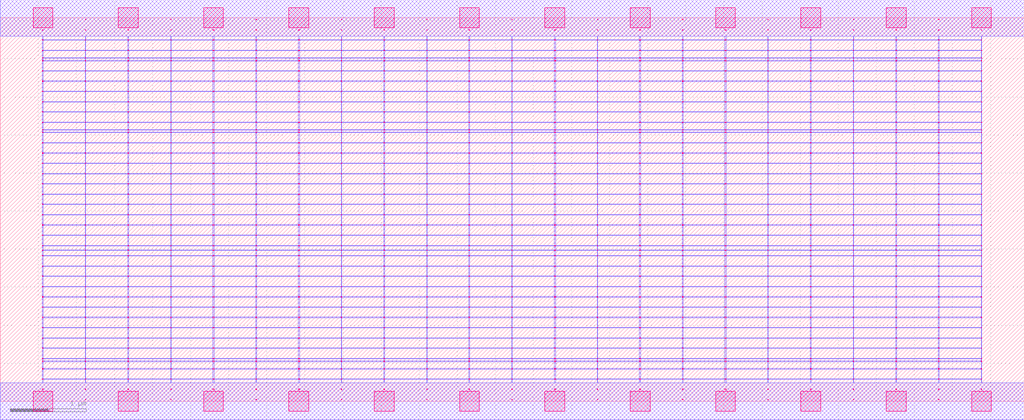
<source format=lef>
MACRO AOAOOAAOI211122_DEBUG
 CLASS CORE ;
 FOREIGN AOAOOAAOI211122_DEBUG 0 0 ;
 SIZE 13.44 BY 5.04 ;
 ORIGIN 0 0 ;
 SYMMETRY X Y R90 ;
 SITE unit ;

 OBS
    LAYER polycont ;
     RECT 6.71600000 2.58300000 6.72400000 2.59100000 ;
     RECT 6.71600000 2.71800000 6.72400000 2.72600000 ;
     RECT 6.71600000 2.85300000 6.72400000 2.86100000 ;
     RECT 6.71600000 2.98800000 6.72400000 2.99600000 ;
     RECT 8.95600000 2.58300000 8.96400000 2.59100000 ;
     RECT 9.51100000 2.58300000 9.52900000 2.59100000 ;
     RECT 10.07600000 2.58300000 10.08400000 2.59100000 ;
     RECT 10.63100000 2.58300000 10.64900000 2.59100000 ;
     RECT 11.19600000 2.58300000 11.20400000 2.59100000 ;
     RECT 11.75600000 2.58300000 11.76900000 2.59100000 ;
     RECT 12.31600000 2.58300000 12.32400000 2.59100000 ;
     RECT 12.87600000 2.58300000 12.88400000 2.59100000 ;
     RECT 7.27100000 2.58300000 7.28900000 2.59100000 ;
     RECT 7.27100000 2.71800000 7.28900000 2.72600000 ;
     RECT 7.83600000 2.71800000 7.84400000 2.72600000 ;
     RECT 8.39100000 2.71800000 8.40900000 2.72600000 ;
     RECT 8.95600000 2.71800000 8.96400000 2.72600000 ;
     RECT 9.51100000 2.71800000 9.52900000 2.72600000 ;
     RECT 10.07600000 2.71800000 10.08400000 2.72600000 ;
     RECT 10.63100000 2.71800000 10.64900000 2.72600000 ;
     RECT 11.19600000 2.71800000 11.20400000 2.72600000 ;
     RECT 11.75600000 2.71800000 11.76900000 2.72600000 ;
     RECT 12.31600000 2.71800000 12.32400000 2.72600000 ;
     RECT 12.87600000 2.71800000 12.88400000 2.72600000 ;
     RECT 7.83600000 2.58300000 7.84400000 2.59100000 ;
     RECT 7.27100000 2.85300000 7.28900000 2.86100000 ;
     RECT 7.83600000 2.85300000 7.84400000 2.86100000 ;
     RECT 8.39100000 2.85300000 8.40900000 2.86100000 ;
     RECT 8.95600000 2.85300000 8.96400000 2.86100000 ;
     RECT 9.51100000 2.85300000 9.52900000 2.86100000 ;
     RECT 10.07600000 2.85300000 10.08400000 2.86100000 ;
     RECT 10.63100000 2.85300000 10.64900000 2.86100000 ;
     RECT 11.19600000 2.85300000 11.20400000 2.86100000 ;
     RECT 11.75600000 2.85300000 11.76900000 2.86100000 ;
     RECT 12.31600000 2.85300000 12.32400000 2.86100000 ;
     RECT 12.87600000 2.85300000 12.88400000 2.86100000 ;
     RECT 8.39100000 2.58300000 8.40900000 2.59100000 ;
     RECT 7.27100000 2.98800000 7.28900000 2.99600000 ;
     RECT 7.83600000 2.98800000 7.84400000 2.99600000 ;
     RECT 8.39100000 2.98800000 8.40900000 2.99600000 ;
     RECT 8.95600000 2.98800000 8.96400000 2.99600000 ;
     RECT 9.51100000 2.98800000 9.52900000 2.99600000 ;
     RECT 10.07600000 2.98800000 10.08400000 2.99600000 ;
     RECT 10.63100000 2.98800000 10.64900000 2.99600000 ;
     RECT 11.19600000 2.98800000 11.20400000 2.99600000 ;
     RECT 11.75600000 2.98800000 11.76900000 2.99600000 ;
     RECT 12.31600000 2.98800000 12.32400000 2.99600000 ;
     RECT 12.87600000 2.98800000 12.88400000 2.99600000 ;
     RECT 12.31600000 3.12300000 12.32400000 3.13100000 ;
     RECT 12.87600000 3.12300000 12.88400000 3.13100000 ;
     RECT 12.31600000 3.25800000 12.32400000 3.26600000 ;
     RECT 12.87600000 3.25800000 12.88400000 3.26600000 ;
     RECT 12.31600000 3.39300000 12.32400000 3.40100000 ;
     RECT 12.87600000 3.39300000 12.88400000 3.40100000 ;
     RECT 12.31600000 3.52800000 12.32400000 3.53600000 ;
     RECT 12.87600000 3.52800000 12.88400000 3.53600000 ;
     RECT 12.31600000 3.56100000 12.32400000 3.56900000 ;
     RECT 12.87600000 3.56100000 12.88400000 3.56900000 ;
     RECT 12.31600000 3.66300000 12.32400000 3.67100000 ;
     RECT 12.87600000 3.66300000 12.88400000 3.67100000 ;
     RECT 12.31600000 3.79800000 12.32400000 3.80600000 ;
     RECT 12.87600000 3.79800000 12.88400000 3.80600000 ;
     RECT 12.31600000 3.93300000 12.32400000 3.94100000 ;
     RECT 12.87600000 3.93300000 12.88400000 3.94100000 ;
     RECT 12.31600000 4.06800000 12.32400000 4.07600000 ;
     RECT 12.87600000 4.06800000 12.88400000 4.07600000 ;
     RECT 12.31600000 4.20300000 12.32400000 4.21100000 ;
     RECT 12.87600000 4.20300000 12.88400000 4.21100000 ;
     RECT 12.31600000 4.33800000 12.32400000 4.34600000 ;
     RECT 12.87600000 4.33800000 12.88400000 4.34600000 ;
     RECT 12.31600000 4.47300000 12.32400000 4.48100000 ;
     RECT 12.87600000 4.47300000 12.88400000 4.48100000 ;
     RECT 12.31600000 4.51100000 12.32400000 4.51900000 ;
     RECT 12.87600000 4.51100000 12.88400000 4.51900000 ;
     RECT 12.31600000 4.60800000 12.32400000 4.61600000 ;
     RECT 12.87600000 4.60800000 12.88400000 4.61600000 ;
     RECT 12.31600000 4.74300000 12.32400000 4.75100000 ;
     RECT 12.87600000 4.74300000 12.88400000 4.75100000 ;
     RECT 12.31600000 4.87800000 12.32400000 4.88600000 ;
     RECT 12.87600000 4.87800000 12.88400000 4.88600000 ;
     RECT 2.23600000 2.58300000 2.24400000 2.59100000 ;
     RECT 2.79100000 2.58300000 2.80900000 2.59100000 ;
     RECT 3.35600000 2.58300000 3.36400000 2.59100000 ;
     RECT 3.91100000 2.58300000 3.92900000 2.59100000 ;
     RECT 4.47600000 2.58300000 4.48400000 2.59100000 ;
     RECT 5.03600000 2.58300000 5.04900000 2.59100000 ;
     RECT 5.59600000 2.58300000 5.60400000 2.59100000 ;
     RECT 6.15100000 2.58300000 6.16400000 2.59100000 ;
     RECT 0.55100000 2.58300000 0.56400000 2.59100000 ;
     RECT 0.55100000 2.71800000 0.56400000 2.72600000 ;
     RECT 0.55100000 2.85300000 0.56400000 2.86100000 ;
     RECT 1.11600000 2.85300000 1.12400000 2.86100000 ;
     RECT 5.59600000 3.12300000 5.60400000 3.13100000 ;
     RECT 1.67100000 2.85300000 1.68900000 2.86100000 ;
     RECT 2.23600000 2.85300000 2.24400000 2.86100000 ;
     RECT 5.59600000 3.25800000 5.60400000 3.26600000 ;
     RECT 2.79100000 2.85300000 2.80900000 2.86100000 ;
     RECT 3.35600000 2.85300000 3.36400000 2.86100000 ;
     RECT 5.59600000 3.39300000 5.60400000 3.40100000 ;
     RECT 3.91100000 2.85300000 3.92900000 2.86100000 ;
     RECT 4.47600000 2.85300000 4.48400000 2.86100000 ;
     RECT 5.59600000 3.52800000 5.60400000 3.53600000 ;
     RECT 5.03600000 2.85300000 5.04900000 2.86100000 ;
     RECT 5.59600000 2.85300000 5.60400000 2.86100000 ;
     RECT 5.59600000 3.56100000 5.60400000 3.56900000 ;
     RECT 6.15100000 2.85300000 6.16400000 2.86100000 ;
     RECT 1.11600000 2.71800000 1.12400000 2.72600000 ;
     RECT 5.59600000 3.66300000 5.60400000 3.67100000 ;
     RECT 1.67100000 2.71800000 1.68900000 2.72600000 ;
     RECT 2.23600000 2.71800000 2.24400000 2.72600000 ;
     RECT 5.59600000 3.79800000 5.60400000 3.80600000 ;
     RECT 2.79100000 2.71800000 2.80900000 2.72600000 ;
     RECT 3.35600000 2.71800000 3.36400000 2.72600000 ;
     RECT 5.59600000 3.93300000 5.60400000 3.94100000 ;
     RECT 3.91100000 2.71800000 3.92900000 2.72600000 ;
     RECT 4.47600000 2.71800000 4.48400000 2.72600000 ;
     RECT 5.59600000 4.06800000 5.60400000 4.07600000 ;
     RECT 5.03600000 2.71800000 5.04900000 2.72600000 ;
     RECT 5.59600000 2.71800000 5.60400000 2.72600000 ;
     RECT 5.59600000 4.20300000 5.60400000 4.21100000 ;
     RECT 6.15100000 2.71800000 6.16400000 2.72600000 ;
     RECT 1.11600000 2.58300000 1.12400000 2.59100000 ;
     RECT 5.59600000 4.33800000 5.60400000 4.34600000 ;
     RECT 1.67100000 2.58300000 1.68900000 2.59100000 ;
     RECT 0.55100000 2.98800000 0.56400000 2.99600000 ;
     RECT 5.59600000 4.47300000 5.60400000 4.48100000 ;
     RECT 1.11600000 2.98800000 1.12400000 2.99600000 ;
     RECT 1.67100000 2.98800000 1.68900000 2.99600000 ;
     RECT 5.59600000 4.51100000 5.60400000 4.51900000 ;
     RECT 2.23600000 2.98800000 2.24400000 2.99600000 ;
     RECT 2.79100000 2.98800000 2.80900000 2.99600000 ;
     RECT 5.59600000 4.60800000 5.60400000 4.61600000 ;
     RECT 3.35600000 2.98800000 3.36400000 2.99600000 ;
     RECT 3.91100000 2.98800000 3.92900000 2.99600000 ;
     RECT 5.59600000 4.74300000 5.60400000 4.75100000 ;
     RECT 4.47600000 2.98800000 4.48400000 2.99600000 ;
     RECT 5.03600000 2.98800000 5.04900000 2.99600000 ;
     RECT 5.59600000 4.87800000 5.60400000 4.88600000 ;
     RECT 5.59600000 2.98800000 5.60400000 2.99600000 ;
     RECT 6.15100000 2.98800000 6.16400000 2.99600000 ;
     RECT 3.35600000 0.15300000 3.36400000 0.16100000 ;
     RECT 3.35600000 0.28800000 3.36400000 0.29600000 ;
     RECT 3.35600000 0.42300000 3.36400000 0.43100000 ;
     RECT 3.35600000 0.52100000 3.36400000 0.52900000 ;
     RECT 3.35600000 0.55800000 3.36400000 0.56600000 ;
     RECT 3.35600000 0.69300000 3.36400000 0.70100000 ;
     RECT 3.35600000 0.82800000 3.36400000 0.83600000 ;
     RECT 3.35600000 0.96300000 3.36400000 0.97100000 ;
     RECT 3.35600000 1.09800000 3.36400000 1.10600000 ;
     RECT 3.35600000 1.23300000 3.36400000 1.24100000 ;
     RECT 3.35600000 1.36800000 3.36400000 1.37600000 ;
     RECT 3.35600000 1.50300000 3.36400000 1.51100000 ;
     RECT 3.35600000 1.63800000 3.36400000 1.64600000 ;
     RECT 3.35600000 1.77300000 3.36400000 1.78100000 ;
     RECT 3.35600000 1.90800000 3.36400000 1.91600000 ;
     RECT 3.35600000 1.98100000 3.36400000 1.98900000 ;
     RECT 3.35600000 2.04300000 3.36400000 2.05100000 ;
     RECT 3.35600000 2.17800000 3.36400000 2.18600000 ;
     RECT 3.35600000 2.31300000 3.36400000 2.32100000 ;
     RECT 3.35600000 2.44800000 3.36400000 2.45600000 ;
     RECT 10.07600000 0.42300000 10.08400000 0.43100000 ;
     RECT 10.07600000 1.36800000 10.08400000 1.37600000 ;
     RECT 10.07600000 0.69300000 10.08400000 0.70100000 ;
     RECT 10.07600000 1.50300000 10.08400000 1.51100000 ;
     RECT 10.07600000 0.28800000 10.08400000 0.29600000 ;
     RECT 10.07600000 1.63800000 10.08400000 1.64600000 ;
     RECT 10.07600000 0.82800000 10.08400000 0.83600000 ;
     RECT 10.07600000 1.77300000 10.08400000 1.78100000 ;
     RECT 10.07600000 0.52100000 10.08400000 0.52900000 ;
     RECT 10.07600000 1.90800000 10.08400000 1.91600000 ;
     RECT 10.07600000 0.96300000 10.08400000 0.97100000 ;
     RECT 10.07600000 1.98100000 10.08400000 1.98900000 ;
     RECT 10.07600000 0.15300000 10.08400000 0.16100000 ;
     RECT 10.07600000 2.04300000 10.08400000 2.05100000 ;
     RECT 10.07600000 1.09800000 10.08400000 1.10600000 ;
     RECT 10.07600000 2.17800000 10.08400000 2.18600000 ;
     RECT 10.07600000 0.55800000 10.08400000 0.56600000 ;
     RECT 10.07600000 2.31300000 10.08400000 2.32100000 ;
     RECT 10.07600000 1.23300000 10.08400000 1.24100000 ;
     RECT 10.07600000 2.44800000 10.08400000 2.45600000 ;

    LAYER pdiffc ;
     RECT 0.55100000 3.39300000 0.55900000 3.40100000 ;
     RECT 5.04100000 3.39300000 5.04900000 3.40100000 ;
     RECT 6.15100000 3.39300000 6.15900000 3.40100000 ;
     RECT 11.76100000 3.39300000 11.76900000 3.40100000 ;
     RECT 0.55100000 3.52800000 0.55900000 3.53600000 ;
     RECT 5.04100000 3.52800000 5.04900000 3.53600000 ;
     RECT 6.15100000 3.52800000 6.15900000 3.53600000 ;
     RECT 11.76100000 3.52800000 11.76900000 3.53600000 ;
     RECT 0.55100000 3.56100000 0.55900000 3.56900000 ;
     RECT 5.04100000 3.56100000 5.04900000 3.56900000 ;
     RECT 6.15100000 3.56100000 6.15900000 3.56900000 ;
     RECT 11.76100000 3.56100000 11.76900000 3.56900000 ;
     RECT 0.55100000 3.66300000 0.55900000 3.67100000 ;
     RECT 5.04100000 3.66300000 5.04900000 3.67100000 ;
     RECT 6.15100000 3.66300000 6.15900000 3.67100000 ;
     RECT 11.76100000 3.66300000 11.76900000 3.67100000 ;
     RECT 0.55100000 3.79800000 0.55900000 3.80600000 ;
     RECT 5.04100000 3.79800000 5.04900000 3.80600000 ;
     RECT 6.15100000 3.79800000 6.15900000 3.80600000 ;
     RECT 11.76100000 3.79800000 11.76900000 3.80600000 ;
     RECT 0.55100000 3.93300000 0.55900000 3.94100000 ;
     RECT 5.04100000 3.93300000 5.04900000 3.94100000 ;
     RECT 6.15100000 3.93300000 6.15900000 3.94100000 ;
     RECT 11.76100000 3.93300000 11.76900000 3.94100000 ;
     RECT 0.55100000 4.06800000 0.55900000 4.07600000 ;
     RECT 5.04100000 4.06800000 5.04900000 4.07600000 ;
     RECT 6.15100000 4.06800000 6.15900000 4.07600000 ;
     RECT 11.76100000 4.06800000 11.76900000 4.07600000 ;
     RECT 0.55100000 4.20300000 0.55900000 4.21100000 ;
     RECT 5.04100000 4.20300000 5.04900000 4.21100000 ;
     RECT 6.15100000 4.20300000 6.15900000 4.21100000 ;
     RECT 11.76100000 4.20300000 11.76900000 4.21100000 ;
     RECT 0.55100000 4.33800000 0.55900000 4.34600000 ;
     RECT 5.04100000 4.33800000 5.04900000 4.34600000 ;
     RECT 6.15100000 4.33800000 6.15900000 4.34600000 ;
     RECT 11.76100000 4.33800000 11.76900000 4.34600000 ;
     RECT 0.55100000 4.47300000 0.55900000 4.48100000 ;
     RECT 5.04100000 4.47300000 5.04900000 4.48100000 ;
     RECT 6.15100000 4.47300000 6.15900000 4.48100000 ;
     RECT 11.76100000 4.47300000 11.76900000 4.48100000 ;
     RECT 0.55100000 4.51100000 0.55900000 4.51900000 ;
     RECT 5.04100000 4.51100000 5.04900000 4.51900000 ;
     RECT 6.15100000 4.51100000 6.15900000 4.51900000 ;
     RECT 11.76100000 4.51100000 11.76900000 4.51900000 ;
     RECT 0.55100000 4.60800000 0.55900000 4.61600000 ;
     RECT 5.04100000 4.60800000 5.04900000 4.61600000 ;
     RECT 6.15100000 4.60800000 6.15900000 4.61600000 ;
     RECT 11.76100000 4.60800000 11.76900000 4.61600000 ;

    LAYER ndiffc ;
     RECT 7.27100000 0.42300000 7.28900000 0.43100000 ;
     RECT 8.39100000 0.42300000 8.40900000 0.43100000 ;
     RECT 9.51100000 0.42300000 9.52900000 0.43100000 ;
     RECT 10.63100000 0.42300000 10.64900000 0.43100000 ;
     RECT 11.75600000 0.42300000 11.76900000 0.43100000 ;
     RECT 12.87600000 0.42300000 12.88400000 0.43100000 ;
     RECT 7.27100000 0.52100000 7.28900000 0.52900000 ;
     RECT 8.39100000 0.52100000 8.40900000 0.52900000 ;
     RECT 9.51100000 0.52100000 9.52900000 0.52900000 ;
     RECT 10.63100000 0.52100000 10.64900000 0.52900000 ;
     RECT 11.75600000 0.52100000 11.76900000 0.52900000 ;
     RECT 12.87600000 0.52100000 12.88400000 0.52900000 ;
     RECT 7.27100000 0.55800000 7.28900000 0.56600000 ;
     RECT 8.39100000 0.55800000 8.40900000 0.56600000 ;
     RECT 9.51100000 0.55800000 9.52900000 0.56600000 ;
     RECT 10.63100000 0.55800000 10.64900000 0.56600000 ;
     RECT 11.75600000 0.55800000 11.76900000 0.56600000 ;
     RECT 12.87600000 0.55800000 12.88400000 0.56600000 ;
     RECT 7.27100000 0.69300000 7.28900000 0.70100000 ;
     RECT 8.39100000 0.69300000 8.40900000 0.70100000 ;
     RECT 9.51100000 0.69300000 9.52900000 0.70100000 ;
     RECT 10.63100000 0.69300000 10.64900000 0.70100000 ;
     RECT 11.75600000 0.69300000 11.76900000 0.70100000 ;
     RECT 12.87600000 0.69300000 12.88400000 0.70100000 ;
     RECT 7.27100000 0.82800000 7.28900000 0.83600000 ;
     RECT 8.39100000 0.82800000 8.40900000 0.83600000 ;
     RECT 9.51100000 0.82800000 9.52900000 0.83600000 ;
     RECT 10.63100000 0.82800000 10.64900000 0.83600000 ;
     RECT 11.75600000 0.82800000 11.76900000 0.83600000 ;
     RECT 12.87600000 0.82800000 12.88400000 0.83600000 ;
     RECT 7.27100000 0.96300000 7.28900000 0.97100000 ;
     RECT 8.39100000 0.96300000 8.40900000 0.97100000 ;
     RECT 9.51100000 0.96300000 9.52900000 0.97100000 ;
     RECT 10.63100000 0.96300000 10.64900000 0.97100000 ;
     RECT 11.75600000 0.96300000 11.76900000 0.97100000 ;
     RECT 12.87600000 0.96300000 12.88400000 0.97100000 ;
     RECT 7.27100000 1.09800000 7.28900000 1.10600000 ;
     RECT 8.39100000 1.09800000 8.40900000 1.10600000 ;
     RECT 9.51100000 1.09800000 9.52900000 1.10600000 ;
     RECT 10.63100000 1.09800000 10.64900000 1.10600000 ;
     RECT 11.75600000 1.09800000 11.76900000 1.10600000 ;
     RECT 12.87600000 1.09800000 12.88400000 1.10600000 ;
     RECT 7.27100000 1.23300000 7.28900000 1.24100000 ;
     RECT 8.39100000 1.23300000 8.40900000 1.24100000 ;
     RECT 9.51100000 1.23300000 9.52900000 1.24100000 ;
     RECT 10.63100000 1.23300000 10.64900000 1.24100000 ;
     RECT 11.75600000 1.23300000 11.76900000 1.24100000 ;
     RECT 12.87600000 1.23300000 12.88400000 1.24100000 ;
     RECT 7.27100000 1.36800000 7.28900000 1.37600000 ;
     RECT 8.39100000 1.36800000 8.40900000 1.37600000 ;
     RECT 9.51100000 1.36800000 9.52900000 1.37600000 ;
     RECT 10.63100000 1.36800000 10.64900000 1.37600000 ;
     RECT 11.75600000 1.36800000 11.76900000 1.37600000 ;
     RECT 12.87600000 1.36800000 12.88400000 1.37600000 ;
     RECT 7.27100000 1.50300000 7.28900000 1.51100000 ;
     RECT 8.39100000 1.50300000 8.40900000 1.51100000 ;
     RECT 9.51100000 1.50300000 9.52900000 1.51100000 ;
     RECT 10.63100000 1.50300000 10.64900000 1.51100000 ;
     RECT 11.75600000 1.50300000 11.76900000 1.51100000 ;
     RECT 12.87600000 1.50300000 12.88400000 1.51100000 ;
     RECT 7.27100000 1.63800000 7.28900000 1.64600000 ;
     RECT 8.39100000 1.63800000 8.40900000 1.64600000 ;
     RECT 9.51100000 1.63800000 9.52900000 1.64600000 ;
     RECT 10.63100000 1.63800000 10.64900000 1.64600000 ;
     RECT 11.75600000 1.63800000 11.76900000 1.64600000 ;
     RECT 12.87600000 1.63800000 12.88400000 1.64600000 ;
     RECT 7.27100000 1.77300000 7.28900000 1.78100000 ;
     RECT 8.39100000 1.77300000 8.40900000 1.78100000 ;
     RECT 9.51100000 1.77300000 9.52900000 1.78100000 ;
     RECT 10.63100000 1.77300000 10.64900000 1.78100000 ;
     RECT 11.75600000 1.77300000 11.76900000 1.78100000 ;
     RECT 12.87600000 1.77300000 12.88400000 1.78100000 ;
     RECT 7.27100000 1.90800000 7.28900000 1.91600000 ;
     RECT 8.39100000 1.90800000 8.40900000 1.91600000 ;
     RECT 9.51100000 1.90800000 9.52900000 1.91600000 ;
     RECT 10.63100000 1.90800000 10.64900000 1.91600000 ;
     RECT 11.75600000 1.90800000 11.76900000 1.91600000 ;
     RECT 12.87600000 1.90800000 12.88400000 1.91600000 ;
     RECT 7.27100000 1.98100000 7.28900000 1.98900000 ;
     RECT 8.39100000 1.98100000 8.40900000 1.98900000 ;
     RECT 9.51100000 1.98100000 9.52900000 1.98900000 ;
     RECT 10.63100000 1.98100000 10.64900000 1.98900000 ;
     RECT 11.75600000 1.98100000 11.76900000 1.98900000 ;
     RECT 12.87600000 1.98100000 12.88400000 1.98900000 ;
     RECT 7.27100000 2.04300000 7.28900000 2.05100000 ;
     RECT 8.39100000 2.04300000 8.40900000 2.05100000 ;
     RECT 9.51100000 2.04300000 9.52900000 2.05100000 ;
     RECT 10.63100000 2.04300000 10.64900000 2.05100000 ;
     RECT 11.75600000 2.04300000 11.76900000 2.05100000 ;
     RECT 12.87600000 2.04300000 12.88400000 2.05100000 ;
     RECT 0.55100000 0.42300000 0.56400000 0.43100000 ;
     RECT 1.67100000 0.42300000 1.68900000 0.43100000 ;
     RECT 2.79100000 0.42300000 2.80900000 0.43100000 ;
     RECT 3.91100000 0.42300000 3.92900000 0.43100000 ;
     RECT 5.03600000 0.42300000 5.04900000 0.43100000 ;
     RECT 6.15100000 0.42300000 6.16400000 0.43100000 ;
     RECT 0.55100000 1.36800000 0.56400000 1.37600000 ;
     RECT 1.67100000 1.36800000 1.68900000 1.37600000 ;
     RECT 2.79100000 1.36800000 2.80900000 1.37600000 ;
     RECT 3.91100000 1.36800000 3.92900000 1.37600000 ;
     RECT 5.03600000 1.36800000 5.04900000 1.37600000 ;
     RECT 6.15100000 1.36800000 6.16400000 1.37600000 ;
     RECT 0.55100000 0.82800000 0.56400000 0.83600000 ;
     RECT 1.67100000 0.82800000 1.68900000 0.83600000 ;
     RECT 2.79100000 0.82800000 2.80900000 0.83600000 ;
     RECT 3.91100000 0.82800000 3.92900000 0.83600000 ;
     RECT 5.03600000 0.82800000 5.04900000 0.83600000 ;
     RECT 6.15100000 0.82800000 6.16400000 0.83600000 ;
     RECT 0.55100000 1.50300000 0.56400000 1.51100000 ;
     RECT 1.67100000 1.50300000 1.68900000 1.51100000 ;
     RECT 2.79100000 1.50300000 2.80900000 1.51100000 ;
     RECT 3.91100000 1.50300000 3.92900000 1.51100000 ;
     RECT 5.03600000 1.50300000 5.04900000 1.51100000 ;
     RECT 6.15100000 1.50300000 6.16400000 1.51100000 ;
     RECT 0.55100000 0.55800000 0.56400000 0.56600000 ;
     RECT 1.67100000 0.55800000 1.68900000 0.56600000 ;
     RECT 2.79100000 0.55800000 2.80900000 0.56600000 ;
     RECT 3.91100000 0.55800000 3.92900000 0.56600000 ;
     RECT 5.03600000 0.55800000 5.04900000 0.56600000 ;
     RECT 6.15100000 0.55800000 6.16400000 0.56600000 ;
     RECT 0.55100000 1.63800000 0.56400000 1.64600000 ;
     RECT 1.67100000 1.63800000 1.68900000 1.64600000 ;
     RECT 2.79100000 1.63800000 2.80900000 1.64600000 ;
     RECT 3.91100000 1.63800000 3.92900000 1.64600000 ;
     RECT 5.03600000 1.63800000 5.04900000 1.64600000 ;
     RECT 6.15100000 1.63800000 6.16400000 1.64600000 ;
     RECT 0.55100000 0.96300000 0.56400000 0.97100000 ;
     RECT 1.67100000 0.96300000 1.68900000 0.97100000 ;
     RECT 2.79100000 0.96300000 2.80900000 0.97100000 ;
     RECT 3.91100000 0.96300000 3.92900000 0.97100000 ;
     RECT 5.03600000 0.96300000 5.04900000 0.97100000 ;
     RECT 6.15100000 0.96300000 6.16400000 0.97100000 ;
     RECT 0.55100000 1.77300000 0.56400000 1.78100000 ;
     RECT 1.67100000 1.77300000 1.68900000 1.78100000 ;
     RECT 2.79100000 1.77300000 2.80900000 1.78100000 ;
     RECT 3.91100000 1.77300000 3.92900000 1.78100000 ;
     RECT 5.03600000 1.77300000 5.04900000 1.78100000 ;
     RECT 6.15100000 1.77300000 6.16400000 1.78100000 ;
     RECT 0.55100000 0.52100000 0.56400000 0.52900000 ;
     RECT 1.67100000 0.52100000 1.68900000 0.52900000 ;
     RECT 2.79100000 0.52100000 2.80900000 0.52900000 ;
     RECT 3.91100000 0.52100000 3.92900000 0.52900000 ;
     RECT 5.03600000 0.52100000 5.04900000 0.52900000 ;
     RECT 6.15100000 0.52100000 6.16400000 0.52900000 ;
     RECT 0.55100000 1.90800000 0.56400000 1.91600000 ;
     RECT 1.67100000 1.90800000 1.68900000 1.91600000 ;
     RECT 2.79100000 1.90800000 2.80900000 1.91600000 ;
     RECT 3.91100000 1.90800000 3.92900000 1.91600000 ;
     RECT 5.03600000 1.90800000 5.04900000 1.91600000 ;
     RECT 6.15100000 1.90800000 6.16400000 1.91600000 ;
     RECT 0.55100000 1.09800000 0.56400000 1.10600000 ;
     RECT 1.67100000 1.09800000 1.68900000 1.10600000 ;
     RECT 2.79100000 1.09800000 2.80900000 1.10600000 ;
     RECT 3.91100000 1.09800000 3.92900000 1.10600000 ;
     RECT 5.03600000 1.09800000 5.04900000 1.10600000 ;
     RECT 6.15100000 1.09800000 6.16400000 1.10600000 ;
     RECT 0.55100000 1.98100000 0.56400000 1.98900000 ;
     RECT 1.67100000 1.98100000 1.68900000 1.98900000 ;
     RECT 2.79100000 1.98100000 2.80900000 1.98900000 ;
     RECT 3.91100000 1.98100000 3.92900000 1.98900000 ;
     RECT 5.03600000 1.98100000 5.04900000 1.98900000 ;
     RECT 6.15100000 1.98100000 6.16400000 1.98900000 ;
     RECT 0.55100000 0.69300000 0.56400000 0.70100000 ;
     RECT 1.67100000 0.69300000 1.68900000 0.70100000 ;
     RECT 2.79100000 0.69300000 2.80900000 0.70100000 ;
     RECT 3.91100000 0.69300000 3.92900000 0.70100000 ;
     RECT 5.03600000 0.69300000 5.04900000 0.70100000 ;
     RECT 6.15100000 0.69300000 6.16400000 0.70100000 ;
     RECT 0.55100000 2.04300000 0.56400000 2.05100000 ;
     RECT 1.67100000 2.04300000 1.68900000 2.05100000 ;
     RECT 2.79100000 2.04300000 2.80900000 2.05100000 ;
     RECT 3.91100000 2.04300000 3.92900000 2.05100000 ;
     RECT 5.03600000 2.04300000 5.04900000 2.05100000 ;
     RECT 6.15100000 2.04300000 6.16400000 2.05100000 ;
     RECT 0.55100000 1.23300000 0.56400000 1.24100000 ;
     RECT 1.67100000 1.23300000 1.68900000 1.24100000 ;
     RECT 2.79100000 1.23300000 2.80900000 1.24100000 ;
     RECT 3.91100000 1.23300000 3.92900000 1.24100000 ;
     RECT 5.03600000 1.23300000 5.04900000 1.24100000 ;
     RECT 6.15100000 1.23300000 6.16400000 1.24100000 ;

    LAYER met1 ;
     RECT 0.00000000 -0.24000000 13.44000000 0.24000000 ;
     RECT 6.71600000 0.24000000 6.72400000 0.28800000 ;
     RECT 0.55100000 0.28800000 12.88400000 0.29600000 ;
     RECT 6.71600000 0.29600000 6.72400000 0.42300000 ;
     RECT 0.55100000 0.42300000 12.88400000 0.43100000 ;
     RECT 6.71600000 0.43100000 6.72400000 0.52100000 ;
     RECT 0.55100000 0.52100000 12.88400000 0.52900000 ;
     RECT 6.71600000 0.52900000 6.72400000 0.55800000 ;
     RECT 0.55100000 0.55800000 12.88400000 0.56600000 ;
     RECT 6.71600000 0.56600000 6.72400000 0.69300000 ;
     RECT 0.55100000 0.69300000 12.88400000 0.70100000 ;
     RECT 6.71600000 0.70100000 6.72400000 0.82800000 ;
     RECT 0.55100000 0.82800000 12.88400000 0.83600000 ;
     RECT 6.71600000 0.83600000 6.72400000 0.96300000 ;
     RECT 0.55100000 0.96300000 12.88400000 0.97100000 ;
     RECT 6.71600000 0.97100000 6.72400000 1.09800000 ;
     RECT 0.55100000 1.09800000 12.88400000 1.10600000 ;
     RECT 6.71600000 1.10600000 6.72400000 1.23300000 ;
     RECT 0.55100000 1.23300000 12.88400000 1.24100000 ;
     RECT 6.71600000 1.24100000 6.72400000 1.36800000 ;
     RECT 0.55100000 1.36800000 12.88400000 1.37600000 ;
     RECT 6.71600000 1.37600000 6.72400000 1.50300000 ;
     RECT 0.55100000 1.50300000 12.88400000 1.51100000 ;
     RECT 6.71600000 1.51100000 6.72400000 1.63800000 ;
     RECT 0.55100000 1.63800000 12.88400000 1.64600000 ;
     RECT 6.71600000 1.64600000 6.72400000 1.77300000 ;
     RECT 0.55100000 1.77300000 12.88400000 1.78100000 ;
     RECT 6.71600000 1.78100000 6.72400000 1.90800000 ;
     RECT 0.55100000 1.90800000 12.88400000 1.91600000 ;
     RECT 6.71600000 1.91600000 6.72400000 1.98100000 ;
     RECT 0.55100000 1.98100000 12.88400000 1.98900000 ;
     RECT 6.71600000 1.98900000 6.72400000 2.04300000 ;
     RECT 0.55100000 2.04300000 12.88400000 2.05100000 ;
     RECT 6.71600000 2.05100000 6.72400000 2.17800000 ;
     RECT 0.55100000 2.17800000 12.88400000 2.18600000 ;
     RECT 6.71600000 2.18600000 6.72400000 2.31300000 ;
     RECT 0.55100000 2.31300000 12.88400000 2.32100000 ;
     RECT 6.71600000 2.32100000 6.72400000 2.44800000 ;
     RECT 0.55100000 2.44800000 12.88400000 2.45600000 ;
     RECT 0.55100000 2.45600000 0.56400000 2.58300000 ;
     RECT 1.11600000 2.45600000 1.12400000 2.58300000 ;
     RECT 1.67100000 2.45600000 1.68900000 2.58300000 ;
     RECT 2.23600000 2.45600000 2.24400000 2.58300000 ;
     RECT 2.79100000 2.45600000 2.80900000 2.58300000 ;
     RECT 3.35600000 2.45600000 3.36400000 2.58300000 ;
     RECT 3.91100000 2.45600000 3.92900000 2.58300000 ;
     RECT 4.47600000 2.45600000 4.48400000 2.58300000 ;
     RECT 5.03600000 2.45600000 5.04900000 2.58300000 ;
     RECT 5.59600000 2.45600000 5.60400000 2.58300000 ;
     RECT 6.15100000 2.45600000 6.16400000 2.58300000 ;
     RECT 6.71600000 2.45600000 6.72400000 2.58300000 ;
     RECT 7.27100000 2.45600000 7.28900000 2.58300000 ;
     RECT 7.83600000 2.45600000 7.84400000 2.58300000 ;
     RECT 8.39100000 2.45600000 8.40900000 2.58300000 ;
     RECT 8.95600000 2.45600000 8.96400000 2.58300000 ;
     RECT 9.51100000 2.45600000 9.52900000 2.58300000 ;
     RECT 10.07600000 2.45600000 10.08400000 2.58300000 ;
     RECT 10.63100000 2.45600000 10.64900000 2.58300000 ;
     RECT 11.19600000 2.45600000 11.20400000 2.58300000 ;
     RECT 11.75600000 2.45600000 11.76900000 2.58300000 ;
     RECT 12.31600000 2.45600000 12.32400000 2.58300000 ;
     RECT 12.87600000 2.45600000 12.88400000 2.58300000 ;
     RECT 0.55100000 2.58300000 12.88400000 2.59100000 ;
     RECT 6.71600000 2.59100000 6.72400000 2.71800000 ;
     RECT 0.55100000 2.71800000 12.88400000 2.72600000 ;
     RECT 6.71600000 2.72600000 6.72400000 2.85300000 ;
     RECT 0.55100000 2.85300000 12.88400000 2.86100000 ;
     RECT 6.71600000 2.86100000 6.72400000 2.98800000 ;
     RECT 0.55100000 2.98800000 12.88400000 2.99600000 ;
     RECT 6.71600000 2.99600000 6.72400000 3.12300000 ;
     RECT 0.55100000 3.12300000 12.88400000 3.13100000 ;
     RECT 6.71600000 3.13100000 6.72400000 3.25800000 ;
     RECT 0.55100000 3.25800000 12.88400000 3.26600000 ;
     RECT 6.71600000 3.26600000 6.72400000 3.39300000 ;
     RECT 0.55100000 3.39300000 12.88400000 3.40100000 ;
     RECT 6.71600000 3.40100000 6.72400000 3.52800000 ;
     RECT 0.55100000 3.52800000 12.88400000 3.53600000 ;
     RECT 6.71600000 3.53600000 6.72400000 3.56100000 ;
     RECT 0.55100000 3.56100000 12.88400000 3.56900000 ;
     RECT 6.71600000 3.56900000 6.72400000 3.66300000 ;
     RECT 0.55100000 3.66300000 12.88400000 3.67100000 ;
     RECT 6.71600000 3.67100000 6.72400000 3.79800000 ;
     RECT 0.55100000 3.79800000 12.88400000 3.80600000 ;
     RECT 6.71600000 3.80600000 6.72400000 3.93300000 ;
     RECT 0.55100000 3.93300000 12.88400000 3.94100000 ;
     RECT 6.71600000 3.94100000 6.72400000 4.06800000 ;
     RECT 0.55100000 4.06800000 12.88400000 4.07600000 ;
     RECT 6.71600000 4.07600000 6.72400000 4.20300000 ;
     RECT 0.55100000 4.20300000 12.88400000 4.21100000 ;
     RECT 6.71600000 4.21100000 6.72400000 4.33800000 ;
     RECT 0.55100000 4.33800000 12.88400000 4.34600000 ;
     RECT 6.71600000 4.34600000 6.72400000 4.47300000 ;
     RECT 0.55100000 4.47300000 12.88400000 4.48100000 ;
     RECT 6.71600000 4.48100000 6.72400000 4.51100000 ;
     RECT 0.55100000 4.51100000 12.88400000 4.51900000 ;
     RECT 6.71600000 4.51900000 6.72400000 4.60800000 ;
     RECT 0.55100000 4.60800000 12.88400000 4.61600000 ;
     RECT 6.71600000 4.61600000 6.72400000 4.74300000 ;
     RECT 0.55100000 4.74300000 12.88400000 4.75100000 ;
     RECT 6.71600000 4.75100000 6.72400000 4.80000000 ;
     RECT 0.00000000 4.80000000 13.44000000 5.28000000 ;
     RECT 10.07600000 2.59100000 10.08400000 2.71800000 ;
     RECT 10.07600000 2.99600000 10.08400000 3.12300000 ;
     RECT 10.07600000 3.13100000 10.08400000 3.25800000 ;
     RECT 10.07600000 3.26600000 10.08400000 3.39300000 ;
     RECT 10.07600000 3.40100000 10.08400000 3.52800000 ;
     RECT 10.07600000 3.53600000 10.08400000 3.56100000 ;
     RECT 10.07600000 3.56900000 10.08400000 3.66300000 ;
     RECT 10.07600000 3.67100000 10.08400000 3.79800000 ;
     RECT 10.07600000 2.72600000 10.08400000 2.85300000 ;
     RECT 7.27100000 3.80600000 7.28900000 3.93300000 ;
     RECT 7.83600000 3.80600000 7.84400000 3.93300000 ;
     RECT 8.39100000 3.80600000 8.40900000 3.93300000 ;
     RECT 8.95600000 3.80600000 8.96400000 3.93300000 ;
     RECT 9.51100000 3.80600000 9.52900000 3.93300000 ;
     RECT 10.07600000 3.80600000 10.08400000 3.93300000 ;
     RECT 10.63100000 3.80600000 10.64900000 3.93300000 ;
     RECT 11.19600000 3.80600000 11.20400000 3.93300000 ;
     RECT 11.75600000 3.80600000 11.76900000 3.93300000 ;
     RECT 12.31600000 3.80600000 12.32400000 3.93300000 ;
     RECT 12.87600000 3.80600000 12.88400000 3.93300000 ;
     RECT 10.07600000 3.94100000 10.08400000 4.06800000 ;
     RECT 10.07600000 4.07600000 10.08400000 4.20300000 ;
     RECT 10.07600000 4.21100000 10.08400000 4.33800000 ;
     RECT 10.07600000 4.34600000 10.08400000 4.47300000 ;
     RECT 10.07600000 4.48100000 10.08400000 4.51100000 ;
     RECT 10.07600000 2.86100000 10.08400000 2.98800000 ;
     RECT 10.07600000 4.51900000 10.08400000 4.60800000 ;
     RECT 10.07600000 4.61600000 10.08400000 4.74300000 ;
     RECT 10.07600000 4.75100000 10.08400000 4.80000000 ;
     RECT 11.75600000 4.07600000 11.76900000 4.20300000 ;
     RECT 12.31600000 4.07600000 12.32400000 4.20300000 ;
     RECT 12.87600000 4.07600000 12.88400000 4.20300000 ;
     RECT 11.19600000 3.94100000 11.20400000 4.06800000 ;
     RECT 10.63100000 4.21100000 10.64900000 4.33800000 ;
     RECT 11.19600000 4.21100000 11.20400000 4.33800000 ;
     RECT 11.75600000 4.21100000 11.76900000 4.33800000 ;
     RECT 12.31600000 4.21100000 12.32400000 4.33800000 ;
     RECT 12.87600000 4.21100000 12.88400000 4.33800000 ;
     RECT 11.75600000 3.94100000 11.76900000 4.06800000 ;
     RECT 10.63100000 4.34600000 10.64900000 4.47300000 ;
     RECT 11.19600000 4.34600000 11.20400000 4.47300000 ;
     RECT 11.75600000 4.34600000 11.76900000 4.47300000 ;
     RECT 12.31600000 4.34600000 12.32400000 4.47300000 ;
     RECT 12.87600000 4.34600000 12.88400000 4.47300000 ;
     RECT 12.31600000 3.94100000 12.32400000 4.06800000 ;
     RECT 10.63100000 4.48100000 10.64900000 4.51100000 ;
     RECT 11.19600000 4.48100000 11.20400000 4.51100000 ;
     RECT 11.75600000 4.48100000 11.76900000 4.51100000 ;
     RECT 12.31600000 4.48100000 12.32400000 4.51100000 ;
     RECT 12.87600000 4.48100000 12.88400000 4.51100000 ;
     RECT 12.87600000 3.94100000 12.88400000 4.06800000 ;
     RECT 10.63100000 3.94100000 10.64900000 4.06800000 ;
     RECT 10.63100000 4.51900000 10.64900000 4.60800000 ;
     RECT 11.19600000 4.51900000 11.20400000 4.60800000 ;
     RECT 11.75600000 4.51900000 11.76900000 4.60800000 ;
     RECT 12.31600000 4.51900000 12.32400000 4.60800000 ;
     RECT 12.87600000 4.51900000 12.88400000 4.60800000 ;
     RECT 10.63100000 4.07600000 10.64900000 4.20300000 ;
     RECT 10.63100000 4.61600000 10.64900000 4.74300000 ;
     RECT 11.19600000 4.61600000 11.20400000 4.74300000 ;
     RECT 11.75600000 4.61600000 11.76900000 4.74300000 ;
     RECT 12.31600000 4.61600000 12.32400000 4.74300000 ;
     RECT 12.87600000 4.61600000 12.88400000 4.74300000 ;
     RECT 11.19600000 4.07600000 11.20400000 4.20300000 ;
     RECT 10.63100000 4.75100000 10.64900000 4.80000000 ;
     RECT 11.19600000 4.75100000 11.20400000 4.80000000 ;
     RECT 11.75600000 4.75100000 11.76900000 4.80000000 ;
     RECT 12.31600000 4.75100000 12.32400000 4.80000000 ;
     RECT 12.87600000 4.75100000 12.88400000 4.80000000 ;
     RECT 8.39100000 4.21100000 8.40900000 4.33800000 ;
     RECT 8.95600000 4.21100000 8.96400000 4.33800000 ;
     RECT 9.51100000 4.21100000 9.52900000 4.33800000 ;
     RECT 7.83600000 4.07600000 7.84400000 4.20300000 ;
     RECT 8.39100000 4.07600000 8.40900000 4.20300000 ;
     RECT 8.95600000 4.07600000 8.96400000 4.20300000 ;
     RECT 9.51100000 4.07600000 9.52900000 4.20300000 ;
     RECT 7.27100000 4.51900000 7.28900000 4.60800000 ;
     RECT 7.83600000 4.51900000 7.84400000 4.60800000 ;
     RECT 8.39100000 4.51900000 8.40900000 4.60800000 ;
     RECT 8.95600000 4.51900000 8.96400000 4.60800000 ;
     RECT 9.51100000 4.51900000 9.52900000 4.60800000 ;
     RECT 7.83600000 3.94100000 7.84400000 4.06800000 ;
     RECT 8.39100000 3.94100000 8.40900000 4.06800000 ;
     RECT 7.27100000 4.34600000 7.28900000 4.47300000 ;
     RECT 7.83600000 4.34600000 7.84400000 4.47300000 ;
     RECT 8.39100000 4.34600000 8.40900000 4.47300000 ;
     RECT 8.95600000 4.34600000 8.96400000 4.47300000 ;
     RECT 7.27100000 4.61600000 7.28900000 4.74300000 ;
     RECT 7.83600000 4.61600000 7.84400000 4.74300000 ;
     RECT 8.39100000 4.61600000 8.40900000 4.74300000 ;
     RECT 8.95600000 4.61600000 8.96400000 4.74300000 ;
     RECT 9.51100000 4.61600000 9.52900000 4.74300000 ;
     RECT 9.51100000 4.34600000 9.52900000 4.47300000 ;
     RECT 8.95600000 3.94100000 8.96400000 4.06800000 ;
     RECT 9.51100000 3.94100000 9.52900000 4.06800000 ;
     RECT 7.27100000 3.94100000 7.28900000 4.06800000 ;
     RECT 7.27100000 4.07600000 7.28900000 4.20300000 ;
     RECT 7.27100000 4.21100000 7.28900000 4.33800000 ;
     RECT 7.27100000 4.75100000 7.28900000 4.80000000 ;
     RECT 7.83600000 4.75100000 7.84400000 4.80000000 ;
     RECT 8.39100000 4.75100000 8.40900000 4.80000000 ;
     RECT 8.95600000 4.75100000 8.96400000 4.80000000 ;
     RECT 9.51100000 4.75100000 9.52900000 4.80000000 ;
     RECT 7.83600000 4.21100000 7.84400000 4.33800000 ;
     RECT 7.27100000 4.48100000 7.28900000 4.51100000 ;
     RECT 7.83600000 4.48100000 7.84400000 4.51100000 ;
     RECT 8.39100000 4.48100000 8.40900000 4.51100000 ;
     RECT 8.95600000 4.48100000 8.96400000 4.51100000 ;
     RECT 9.51100000 4.48100000 9.52900000 4.51100000 ;
     RECT 7.83600000 2.99600000 7.84400000 3.12300000 ;
     RECT 7.27100000 2.59100000 7.28900000 2.71800000 ;
     RECT 8.39100000 2.86100000 8.40900000 2.98800000 ;
     RECT 8.95600000 2.86100000 8.96400000 2.98800000 ;
     RECT 7.27100000 3.40100000 7.28900000 3.52800000 ;
     RECT 7.83600000 3.40100000 7.84400000 3.52800000 ;
     RECT 8.39100000 3.40100000 8.40900000 3.52800000 ;
     RECT 8.95600000 3.40100000 8.96400000 3.52800000 ;
     RECT 9.51100000 3.40100000 9.52900000 3.52800000 ;
     RECT 8.39100000 2.99600000 8.40900000 3.12300000 ;
     RECT 7.83600000 2.59100000 7.84400000 2.71800000 ;
     RECT 7.27100000 2.72600000 7.28900000 2.85300000 ;
     RECT 7.27100000 3.53600000 7.28900000 3.56100000 ;
     RECT 7.83600000 3.53600000 7.84400000 3.56100000 ;
     RECT 8.39100000 3.53600000 8.40900000 3.56100000 ;
     RECT 9.51100000 2.86100000 9.52900000 2.98800000 ;
     RECT 8.95600000 3.53600000 8.96400000 3.56100000 ;
     RECT 9.51100000 3.53600000 9.52900000 3.56100000 ;
     RECT 8.95600000 2.99600000 8.96400000 3.12300000 ;
     RECT 7.83600000 2.72600000 7.84400000 2.85300000 ;
     RECT 8.39100000 2.72600000 8.40900000 2.85300000 ;
     RECT 7.27100000 3.56900000 7.28900000 3.66300000 ;
     RECT 7.83600000 3.56900000 7.84400000 3.66300000 ;
     RECT 8.39100000 3.56900000 8.40900000 3.66300000 ;
     RECT 8.95600000 3.56900000 8.96400000 3.66300000 ;
     RECT 9.51100000 3.56900000 9.52900000 3.66300000 ;
     RECT 8.39100000 2.59100000 8.40900000 2.71800000 ;
     RECT 8.95600000 2.59100000 8.96400000 2.71800000 ;
     RECT 9.51100000 2.99600000 9.52900000 3.12300000 ;
     RECT 8.95600000 2.72600000 8.96400000 2.85300000 ;
     RECT 9.51100000 2.72600000 9.52900000 2.85300000 ;
     RECT 7.27100000 3.67100000 7.28900000 3.79800000 ;
     RECT 7.83600000 3.67100000 7.84400000 3.79800000 ;
     RECT 8.39100000 3.67100000 8.40900000 3.79800000 ;
     RECT 8.95600000 3.67100000 8.96400000 3.79800000 ;
     RECT 9.51100000 3.67100000 9.52900000 3.79800000 ;
     RECT 9.51100000 2.59100000 9.52900000 2.71800000 ;
     RECT 7.27100000 3.13100000 7.28900000 3.25800000 ;
     RECT 7.83600000 3.13100000 7.84400000 3.25800000 ;
     RECT 7.27100000 2.86100000 7.28900000 2.98800000 ;
     RECT 7.83600000 2.86100000 7.84400000 2.98800000 ;
     RECT 8.39100000 3.13100000 8.40900000 3.25800000 ;
     RECT 8.95600000 3.13100000 8.96400000 3.25800000 ;
     RECT 9.51100000 3.13100000 9.52900000 3.25800000 ;
     RECT 7.27100000 2.99600000 7.28900000 3.12300000 ;
     RECT 7.27100000 3.26600000 7.28900000 3.39300000 ;
     RECT 7.83600000 3.26600000 7.84400000 3.39300000 ;
     RECT 8.39100000 3.26600000 8.40900000 3.39300000 ;
     RECT 8.95600000 3.26600000 8.96400000 3.39300000 ;
     RECT 9.51100000 3.26600000 9.52900000 3.39300000 ;
     RECT 10.63100000 3.13100000 10.64900000 3.25800000 ;
     RECT 11.19600000 3.13100000 11.20400000 3.25800000 ;
     RECT 10.63100000 3.56900000 10.64900000 3.66300000 ;
     RECT 12.31600000 2.72600000 12.32400000 2.85300000 ;
     RECT 12.87600000 2.72600000 12.88400000 2.85300000 ;
     RECT 11.19600000 3.56900000 11.20400000 3.66300000 ;
     RECT 11.75600000 3.56900000 11.76900000 3.66300000 ;
     RECT 12.31600000 3.56900000 12.32400000 3.66300000 ;
     RECT 12.87600000 3.56900000 12.88400000 3.66300000 ;
     RECT 11.75600000 3.13100000 11.76900000 3.25800000 ;
     RECT 12.31600000 3.13100000 12.32400000 3.25800000 ;
     RECT 12.87600000 3.13100000 12.88400000 3.25800000 ;
     RECT 11.75600000 2.59100000 11.76900000 2.71800000 ;
     RECT 10.63100000 3.40100000 10.64900000 3.52800000 ;
     RECT 11.19600000 3.40100000 11.20400000 3.52800000 ;
     RECT 11.75600000 3.40100000 11.76900000 3.52800000 ;
     RECT 12.31600000 3.40100000 12.32400000 3.52800000 ;
     RECT 10.63100000 3.67100000 10.64900000 3.79800000 ;
     RECT 11.19600000 3.67100000 11.20400000 3.79800000 ;
     RECT 11.75600000 3.67100000 11.76900000 3.79800000 ;
     RECT 12.31600000 3.67100000 12.32400000 3.79800000 ;
     RECT 12.87600000 3.67100000 12.88400000 3.79800000 ;
     RECT 12.87600000 3.40100000 12.88400000 3.52800000 ;
     RECT 10.63100000 2.86100000 10.64900000 2.98800000 ;
     RECT 11.19600000 2.86100000 11.20400000 2.98800000 ;
     RECT 10.63100000 2.72600000 10.64900000 2.85300000 ;
     RECT 12.31600000 2.59100000 12.32400000 2.71800000 ;
     RECT 11.19600000 2.59100000 11.20400000 2.71800000 ;
     RECT 10.63100000 2.99600000 10.64900000 3.12300000 ;
     RECT 11.19600000 2.99600000 11.20400000 3.12300000 ;
     RECT 11.75600000 2.99600000 11.76900000 3.12300000 ;
     RECT 12.31600000 2.99600000 12.32400000 3.12300000 ;
     RECT 12.87600000 2.99600000 12.88400000 3.12300000 ;
     RECT 10.63100000 3.26600000 10.64900000 3.39300000 ;
     RECT 10.63100000 3.53600000 10.64900000 3.56100000 ;
     RECT 11.19600000 3.53600000 11.20400000 3.56100000 ;
     RECT 11.75600000 2.86100000 11.76900000 2.98800000 ;
     RECT 12.31600000 2.86100000 12.32400000 2.98800000 ;
     RECT 11.75600000 3.53600000 11.76900000 3.56100000 ;
     RECT 11.19600000 2.72600000 11.20400000 2.85300000 ;
     RECT 11.75600000 2.72600000 11.76900000 2.85300000 ;
     RECT 12.31600000 3.53600000 12.32400000 3.56100000 ;
     RECT 12.87600000 3.53600000 12.88400000 3.56100000 ;
     RECT 11.19600000 3.26600000 11.20400000 3.39300000 ;
     RECT 11.75600000 3.26600000 11.76900000 3.39300000 ;
     RECT 12.31600000 3.26600000 12.32400000 3.39300000 ;
     RECT 12.87600000 3.26600000 12.88400000 3.39300000 ;
     RECT 12.87600000 2.59100000 12.88400000 2.71800000 ;
     RECT 10.63100000 2.59100000 10.64900000 2.71800000 ;
     RECT 12.87600000 2.86100000 12.88400000 2.98800000 ;
     RECT 4.47600000 3.80600000 4.48400000 3.93300000 ;
     RECT 5.03600000 3.80600000 5.04900000 3.93300000 ;
     RECT 5.59600000 3.80600000 5.60400000 3.93300000 ;
     RECT 6.15100000 3.80600000 6.16400000 3.93300000 ;
     RECT 3.35600000 2.59100000 3.36400000 2.71800000 ;
     RECT 3.35600000 3.94100000 3.36400000 4.06800000 ;
     RECT 3.35600000 2.99600000 3.36400000 3.12300000 ;
     RECT 3.35600000 3.40100000 3.36400000 3.52800000 ;
     RECT 3.35600000 4.07600000 3.36400000 4.20300000 ;
     RECT 3.35600000 4.21100000 3.36400000 4.33800000 ;
     RECT 3.35600000 3.53600000 3.36400000 3.56100000 ;
     RECT 3.35600000 4.34600000 3.36400000 4.47300000 ;
     RECT 3.35600000 3.13100000 3.36400000 3.25800000 ;
     RECT 3.35600000 4.48100000 3.36400000 4.51100000 ;
     RECT 3.35600000 3.56900000 3.36400000 3.66300000 ;
     RECT 3.35600000 2.86100000 3.36400000 2.98800000 ;
     RECT 3.35600000 4.51900000 3.36400000 4.60800000 ;
     RECT 3.35600000 4.61600000 3.36400000 4.74300000 ;
     RECT 3.35600000 3.67100000 3.36400000 3.79800000 ;
     RECT 3.35600000 2.72600000 3.36400000 2.85300000 ;
     RECT 3.35600000 4.75100000 3.36400000 4.80000000 ;
     RECT 3.35600000 3.26600000 3.36400000 3.39300000 ;
     RECT 0.55100000 3.80600000 0.56400000 3.93300000 ;
     RECT 1.11600000 3.80600000 1.12400000 3.93300000 ;
     RECT 1.67100000 3.80600000 1.68900000 3.93300000 ;
     RECT 2.23600000 3.80600000 2.24400000 3.93300000 ;
     RECT 2.79100000 3.80600000 2.80900000 3.93300000 ;
     RECT 3.35600000 3.80600000 3.36400000 3.93300000 ;
     RECT 3.91100000 3.80600000 3.92900000 3.93300000 ;
     RECT 5.03600000 4.34600000 5.04900000 4.47300000 ;
     RECT 5.59600000 4.34600000 5.60400000 4.47300000 ;
     RECT 6.15100000 4.34600000 6.16400000 4.47300000 ;
     RECT 4.47600000 3.94100000 4.48400000 4.06800000 ;
     RECT 5.03600000 3.94100000 5.04900000 4.06800000 ;
     RECT 3.91100000 4.48100000 3.92900000 4.51100000 ;
     RECT 4.47600000 4.48100000 4.48400000 4.51100000 ;
     RECT 5.03600000 4.48100000 5.04900000 4.51100000 ;
     RECT 5.59600000 4.48100000 5.60400000 4.51100000 ;
     RECT 6.15100000 4.48100000 6.16400000 4.51100000 ;
     RECT 3.91100000 4.07600000 3.92900000 4.20300000 ;
     RECT 4.47600000 4.07600000 4.48400000 4.20300000 ;
     RECT 5.03600000 4.07600000 5.04900000 4.20300000 ;
     RECT 3.91100000 4.51900000 3.92900000 4.60800000 ;
     RECT 4.47600000 4.51900000 4.48400000 4.60800000 ;
     RECT 5.03600000 4.51900000 5.04900000 4.60800000 ;
     RECT 5.59600000 4.51900000 5.60400000 4.60800000 ;
     RECT 6.15100000 4.51900000 6.16400000 4.60800000 ;
     RECT 5.59600000 4.07600000 5.60400000 4.20300000 ;
     RECT 3.91100000 4.61600000 3.92900000 4.74300000 ;
     RECT 4.47600000 4.61600000 4.48400000 4.74300000 ;
     RECT 5.03600000 4.61600000 5.04900000 4.74300000 ;
     RECT 5.59600000 4.61600000 5.60400000 4.74300000 ;
     RECT 6.15100000 4.61600000 6.16400000 4.74300000 ;
     RECT 6.15100000 4.07600000 6.16400000 4.20300000 ;
     RECT 5.59600000 3.94100000 5.60400000 4.06800000 ;
     RECT 3.91100000 4.21100000 3.92900000 4.33800000 ;
     RECT 3.91100000 4.75100000 3.92900000 4.80000000 ;
     RECT 4.47600000 4.75100000 4.48400000 4.80000000 ;
     RECT 5.03600000 4.75100000 5.04900000 4.80000000 ;
     RECT 5.59600000 4.75100000 5.60400000 4.80000000 ;
     RECT 6.15100000 4.75100000 6.16400000 4.80000000 ;
     RECT 4.47600000 4.21100000 4.48400000 4.33800000 ;
     RECT 5.03600000 4.21100000 5.04900000 4.33800000 ;
     RECT 5.59600000 4.21100000 5.60400000 4.33800000 ;
     RECT 6.15100000 4.21100000 6.16400000 4.33800000 ;
     RECT 6.15100000 3.94100000 6.16400000 4.06800000 ;
     RECT 3.91100000 3.94100000 3.92900000 4.06800000 ;
     RECT 3.91100000 4.34600000 3.92900000 4.47300000 ;
     RECT 4.47600000 4.34600000 4.48400000 4.47300000 ;
     RECT 2.23600000 4.51900000 2.24400000 4.60800000 ;
     RECT 2.79100000 4.51900000 2.80900000 4.60800000 ;
     RECT 0.55100000 4.34600000 0.56400000 4.47300000 ;
     RECT 1.11600000 4.34600000 1.12400000 4.47300000 ;
     RECT 1.67100000 4.34600000 1.68900000 4.47300000 ;
     RECT 2.23600000 4.34600000 2.24400000 4.47300000 ;
     RECT 2.79100000 4.34600000 2.80900000 4.47300000 ;
     RECT 1.11600000 3.94100000 1.12400000 4.06800000 ;
     RECT 0.55100000 4.61600000 0.56400000 4.74300000 ;
     RECT 1.11600000 4.61600000 1.12400000 4.74300000 ;
     RECT 1.67100000 4.61600000 1.68900000 4.74300000 ;
     RECT 2.23600000 4.61600000 2.24400000 4.74300000 ;
     RECT 2.79100000 4.61600000 2.80900000 4.74300000 ;
     RECT 1.67100000 3.94100000 1.68900000 4.06800000 ;
     RECT 0.55100000 4.07600000 0.56400000 4.20300000 ;
     RECT 0.55100000 4.21100000 0.56400000 4.33800000 ;
     RECT 1.11600000 4.21100000 1.12400000 4.33800000 ;
     RECT 1.67100000 4.21100000 1.68900000 4.33800000 ;
     RECT 2.23600000 4.21100000 2.24400000 4.33800000 ;
     RECT 0.55100000 4.48100000 0.56400000 4.51100000 ;
     RECT 1.11600000 4.48100000 1.12400000 4.51100000 ;
     RECT 0.55100000 4.75100000 0.56400000 4.80000000 ;
     RECT 1.11600000 4.75100000 1.12400000 4.80000000 ;
     RECT 1.67100000 4.75100000 1.68900000 4.80000000 ;
     RECT 2.23600000 4.75100000 2.24400000 4.80000000 ;
     RECT 2.79100000 4.75100000 2.80900000 4.80000000 ;
     RECT 1.67100000 4.48100000 1.68900000 4.51100000 ;
     RECT 2.23600000 4.48100000 2.24400000 4.51100000 ;
     RECT 2.79100000 4.48100000 2.80900000 4.51100000 ;
     RECT 2.79100000 4.21100000 2.80900000 4.33800000 ;
     RECT 1.11600000 4.07600000 1.12400000 4.20300000 ;
     RECT 1.67100000 4.07600000 1.68900000 4.20300000 ;
     RECT 2.23600000 4.07600000 2.24400000 4.20300000 ;
     RECT 2.79100000 4.07600000 2.80900000 4.20300000 ;
     RECT 2.23600000 3.94100000 2.24400000 4.06800000 ;
     RECT 2.79100000 3.94100000 2.80900000 4.06800000 ;
     RECT 0.55100000 3.94100000 0.56400000 4.06800000 ;
     RECT 0.55100000 4.51900000 0.56400000 4.60800000 ;
     RECT 1.11600000 4.51900000 1.12400000 4.60800000 ;
     RECT 1.67100000 4.51900000 1.68900000 4.60800000 ;
     RECT 1.67100000 2.99600000 1.68900000 3.12300000 ;
     RECT 2.23600000 2.99600000 2.24400000 3.12300000 ;
     RECT 2.79100000 2.99600000 2.80900000 3.12300000 ;
     RECT 2.23600000 2.59100000 2.24400000 2.71800000 ;
     RECT 1.67100000 2.86100000 1.68900000 2.98800000 ;
     RECT 1.67100000 2.72600000 1.68900000 2.85300000 ;
     RECT 2.23600000 2.72600000 2.24400000 2.85300000 ;
     RECT 2.79100000 2.72600000 2.80900000 2.85300000 ;
     RECT 0.55100000 3.67100000 0.56400000 3.79800000 ;
     RECT 1.11600000 3.67100000 1.12400000 3.79800000 ;
     RECT 1.67100000 3.67100000 1.68900000 3.79800000 ;
     RECT 2.23600000 3.67100000 2.24400000 3.79800000 ;
     RECT 2.79100000 3.67100000 2.80900000 3.79800000 ;
     RECT 2.23600000 2.86100000 2.24400000 2.98800000 ;
     RECT 0.55100000 3.13100000 0.56400000 3.25800000 ;
     RECT 1.11600000 3.13100000 1.12400000 3.25800000 ;
     RECT 1.67100000 3.13100000 1.68900000 3.25800000 ;
     RECT 2.23600000 3.13100000 2.24400000 3.25800000 ;
     RECT 2.79100000 3.13100000 2.80900000 3.25800000 ;
     RECT 2.79100000 2.59100000 2.80900000 2.71800000 ;
     RECT 0.55100000 3.56900000 0.56400000 3.66300000 ;
     RECT 1.11600000 3.56900000 1.12400000 3.66300000 ;
     RECT 1.67100000 3.56900000 1.68900000 3.66300000 ;
     RECT 1.67100000 2.59100000 1.68900000 2.71800000 ;
     RECT 0.55100000 2.99600000 0.56400000 3.12300000 ;
     RECT 0.55100000 3.40100000 0.56400000 3.52800000 ;
     RECT 0.55100000 3.26600000 0.56400000 3.39300000 ;
     RECT 1.11600000 3.26600000 1.12400000 3.39300000 ;
     RECT 1.67100000 3.26600000 1.68900000 3.39300000 ;
     RECT 2.23600000 3.26600000 2.24400000 3.39300000 ;
     RECT 1.11600000 3.40100000 1.12400000 3.52800000 ;
     RECT 1.11600000 3.53600000 1.12400000 3.56100000 ;
     RECT 1.67100000 3.53600000 1.68900000 3.56100000 ;
     RECT 2.23600000 3.53600000 2.24400000 3.56100000 ;
     RECT 2.79100000 3.53600000 2.80900000 3.56100000 ;
     RECT 1.67100000 3.40100000 1.68900000 3.52800000 ;
     RECT 1.11600000 2.72600000 1.12400000 2.85300000 ;
     RECT 0.55100000 2.86100000 0.56400000 2.98800000 ;
     RECT 2.23600000 3.56900000 2.24400000 3.66300000 ;
     RECT 2.79100000 3.56900000 2.80900000 3.66300000 ;
     RECT 1.11600000 2.86100000 1.12400000 2.98800000 ;
     RECT 2.79100000 3.26600000 2.80900000 3.39300000 ;
     RECT 2.79100000 2.86100000 2.80900000 2.98800000 ;
     RECT 2.23600000 3.40100000 2.24400000 3.52800000 ;
     RECT 0.55100000 2.59100000 0.56400000 2.71800000 ;
     RECT 1.11600000 2.59100000 1.12400000 2.71800000 ;
     RECT 0.55100000 2.72600000 0.56400000 2.85300000 ;
     RECT 0.55100000 3.53600000 0.56400000 3.56100000 ;
     RECT 2.79100000 3.40100000 2.80900000 3.52800000 ;
     RECT 1.11600000 2.99600000 1.12400000 3.12300000 ;
     RECT 6.15100000 2.72600000 6.16400000 2.85300000 ;
     RECT 4.47600000 2.99600000 4.48400000 3.12300000 ;
     RECT 5.03600000 2.99600000 5.04900000 3.12300000 ;
     RECT 5.59600000 2.99600000 5.60400000 3.12300000 ;
     RECT 6.15100000 2.99600000 6.16400000 3.12300000 ;
     RECT 3.91100000 2.59100000 3.92900000 2.71800000 ;
     RECT 4.47600000 2.59100000 4.48400000 2.71800000 ;
     RECT 3.91100000 3.56900000 3.92900000 3.66300000 ;
     RECT 4.47600000 3.56900000 4.48400000 3.66300000 ;
     RECT 5.03600000 3.56900000 5.04900000 3.66300000 ;
     RECT 5.59600000 3.56900000 5.60400000 3.66300000 ;
     RECT 6.15100000 3.56900000 6.16400000 3.66300000 ;
     RECT 5.03600000 3.13100000 5.04900000 3.25800000 ;
     RECT 5.59600000 3.13100000 5.60400000 3.25800000 ;
     RECT 3.91100000 3.67100000 3.92900000 3.79800000 ;
     RECT 4.47600000 3.67100000 4.48400000 3.79800000 ;
     RECT 5.03600000 3.67100000 5.04900000 3.79800000 ;
     RECT 5.59600000 3.67100000 5.60400000 3.79800000 ;
     RECT 6.15100000 3.67100000 6.16400000 3.79800000 ;
     RECT 6.15100000 3.13100000 6.16400000 3.25800000 ;
     RECT 3.91100000 2.72600000 3.92900000 2.85300000 ;
     RECT 4.47600000 2.72600000 4.48400000 2.85300000 ;
     RECT 5.03600000 2.59100000 5.04900000 2.71800000 ;
     RECT 5.59600000 2.59100000 5.60400000 2.71800000 ;
     RECT 6.15100000 2.59100000 6.16400000 2.71800000 ;
     RECT 6.15100000 3.26600000 6.16400000 3.39300000 ;
     RECT 3.91100000 3.53600000 3.92900000 3.56100000 ;
     RECT 4.47600000 3.53600000 4.48400000 3.56100000 ;
     RECT 5.03600000 3.53600000 5.04900000 3.56100000 ;
     RECT 3.91100000 3.13100000 3.92900000 3.25800000 ;
     RECT 4.47600000 3.13100000 4.48400000 3.25800000 ;
     RECT 5.59600000 3.53600000 5.60400000 3.56100000 ;
     RECT 6.15100000 3.53600000 6.16400000 3.56100000 ;
     RECT 5.03600000 2.72600000 5.04900000 2.85300000 ;
     RECT 5.59600000 2.72600000 5.60400000 2.85300000 ;
     RECT 3.91100000 2.86100000 3.92900000 2.98800000 ;
     RECT 4.47600000 2.86100000 4.48400000 2.98800000 ;
     RECT 5.03600000 2.86100000 5.04900000 2.98800000 ;
     RECT 5.59600000 2.86100000 5.60400000 2.98800000 ;
     RECT 3.91100000 3.26600000 3.92900000 3.39300000 ;
     RECT 4.47600000 3.26600000 4.48400000 3.39300000 ;
     RECT 5.03600000 3.26600000 5.04900000 3.39300000 ;
     RECT 5.59600000 3.26600000 5.60400000 3.39300000 ;
     RECT 6.15100000 2.86100000 6.16400000 2.98800000 ;
     RECT 3.91100000 3.40100000 3.92900000 3.52800000 ;
     RECT 4.47600000 3.40100000 4.48400000 3.52800000 ;
     RECT 5.03600000 3.40100000 5.04900000 3.52800000 ;
     RECT 5.59600000 3.40100000 5.60400000 3.52800000 ;
     RECT 6.15100000 3.40100000 6.16400000 3.52800000 ;
     RECT 3.91100000 2.99600000 3.92900000 3.12300000 ;
     RECT 0.55100000 1.10600000 0.56400000 1.23300000 ;
     RECT 1.11600000 1.10600000 1.12400000 1.23300000 ;
     RECT 1.67100000 1.10600000 1.68900000 1.23300000 ;
     RECT 2.23600000 1.10600000 2.24400000 1.23300000 ;
     RECT 2.79100000 1.10600000 2.80900000 1.23300000 ;
     RECT 3.35600000 1.10600000 3.36400000 1.23300000 ;
     RECT 3.91100000 1.10600000 3.92900000 1.23300000 ;
     RECT 4.47600000 1.10600000 4.48400000 1.23300000 ;
     RECT 5.03600000 1.10600000 5.04900000 1.23300000 ;
     RECT 5.59600000 1.10600000 5.60400000 1.23300000 ;
     RECT 6.15100000 1.10600000 6.16400000 1.23300000 ;
     RECT 3.35600000 1.24100000 3.36400000 1.36800000 ;
     RECT 3.35600000 0.29600000 3.36400000 0.42300000 ;
     RECT 3.35600000 1.37600000 3.36400000 1.50300000 ;
     RECT 3.35600000 1.51100000 3.36400000 1.63800000 ;
     RECT 3.35600000 1.64600000 3.36400000 1.77300000 ;
     RECT 3.35600000 1.78100000 3.36400000 1.90800000 ;
     RECT 3.35600000 1.91600000 3.36400000 1.98100000 ;
     RECT 3.35600000 1.98900000 3.36400000 2.04300000 ;
     RECT 3.35600000 0.43100000 3.36400000 0.52100000 ;
     RECT 3.35600000 2.05100000 3.36400000 2.17800000 ;
     RECT 3.35600000 2.18600000 3.36400000 2.31300000 ;
     RECT 3.35600000 2.32100000 3.36400000 2.44800000 ;
     RECT 3.35600000 0.24000000 3.36400000 0.28800000 ;
     RECT 3.35600000 0.52900000 3.36400000 0.55800000 ;
     RECT 3.35600000 0.56600000 3.36400000 0.69300000 ;
     RECT 3.35600000 0.70100000 3.36400000 0.82800000 ;
     RECT 3.35600000 0.83600000 3.36400000 0.96300000 ;
     RECT 3.35600000 0.97100000 3.36400000 1.09800000 ;
     RECT 6.15100000 1.51100000 6.16400000 1.63800000 ;
     RECT 5.59600000 1.24100000 5.60400000 1.36800000 ;
     RECT 3.91100000 1.64600000 3.92900000 1.77300000 ;
     RECT 4.47600000 1.64600000 4.48400000 1.77300000 ;
     RECT 5.03600000 1.64600000 5.04900000 1.77300000 ;
     RECT 5.59600000 1.64600000 5.60400000 1.77300000 ;
     RECT 6.15100000 1.64600000 6.16400000 1.77300000 ;
     RECT 6.15100000 1.24100000 6.16400000 1.36800000 ;
     RECT 3.91100000 1.78100000 3.92900000 1.90800000 ;
     RECT 4.47600000 1.78100000 4.48400000 1.90800000 ;
     RECT 5.03600000 1.78100000 5.04900000 1.90800000 ;
     RECT 5.59600000 1.78100000 5.60400000 1.90800000 ;
     RECT 6.15100000 1.78100000 6.16400000 1.90800000 ;
     RECT 3.91100000 1.24100000 3.92900000 1.36800000 ;
     RECT 3.91100000 1.91600000 3.92900000 1.98100000 ;
     RECT 4.47600000 1.91600000 4.48400000 1.98100000 ;
     RECT 5.03600000 1.91600000 5.04900000 1.98100000 ;
     RECT 5.59600000 1.91600000 5.60400000 1.98100000 ;
     RECT 6.15100000 1.91600000 6.16400000 1.98100000 ;
     RECT 4.47600000 1.24100000 4.48400000 1.36800000 ;
     RECT 3.91100000 1.98900000 3.92900000 2.04300000 ;
     RECT 4.47600000 1.98900000 4.48400000 2.04300000 ;
     RECT 5.03600000 1.98900000 5.04900000 2.04300000 ;
     RECT 5.59600000 1.98900000 5.60400000 2.04300000 ;
     RECT 6.15100000 1.98900000 6.16400000 2.04300000 ;
     RECT 3.91100000 1.37600000 3.92900000 1.50300000 ;
     RECT 4.47600000 1.37600000 4.48400000 1.50300000 ;
     RECT 3.91100000 2.05100000 3.92900000 2.17800000 ;
     RECT 4.47600000 2.05100000 4.48400000 2.17800000 ;
     RECT 5.03600000 2.05100000 5.04900000 2.17800000 ;
     RECT 5.59600000 2.05100000 5.60400000 2.17800000 ;
     RECT 6.15100000 2.05100000 6.16400000 2.17800000 ;
     RECT 5.03600000 1.37600000 5.04900000 1.50300000 ;
     RECT 3.91100000 2.18600000 3.92900000 2.31300000 ;
     RECT 4.47600000 2.18600000 4.48400000 2.31300000 ;
     RECT 5.03600000 2.18600000 5.04900000 2.31300000 ;
     RECT 5.59600000 2.18600000 5.60400000 2.31300000 ;
     RECT 6.15100000 2.18600000 6.16400000 2.31300000 ;
     RECT 5.59600000 1.37600000 5.60400000 1.50300000 ;
     RECT 3.91100000 2.32100000 3.92900000 2.44800000 ;
     RECT 4.47600000 2.32100000 4.48400000 2.44800000 ;
     RECT 5.03600000 2.32100000 5.04900000 2.44800000 ;
     RECT 5.59600000 2.32100000 5.60400000 2.44800000 ;
     RECT 6.15100000 2.32100000 6.16400000 2.44800000 ;
     RECT 6.15100000 1.37600000 6.16400000 1.50300000 ;
     RECT 5.03600000 1.24100000 5.04900000 1.36800000 ;
     RECT 3.91100000 1.51100000 3.92900000 1.63800000 ;
     RECT 4.47600000 1.51100000 4.48400000 1.63800000 ;
     RECT 5.03600000 1.51100000 5.04900000 1.63800000 ;
     RECT 5.59600000 1.51100000 5.60400000 1.63800000 ;
     RECT 1.11600000 1.98900000 1.12400000 2.04300000 ;
     RECT 1.67100000 1.98900000 1.68900000 2.04300000 ;
     RECT 2.23600000 1.98900000 2.24400000 2.04300000 ;
     RECT 2.79100000 1.98900000 2.80900000 2.04300000 ;
     RECT 2.23600000 1.64600000 2.24400000 1.77300000 ;
     RECT 2.79100000 1.64600000 2.80900000 1.77300000 ;
     RECT 2.79100000 1.24100000 2.80900000 1.36800000 ;
     RECT 0.55100000 1.24100000 0.56400000 1.36800000 ;
     RECT 1.11600000 1.24100000 1.12400000 1.36800000 ;
     RECT 0.55100000 1.37600000 0.56400000 1.50300000 ;
     RECT 0.55100000 1.51100000 0.56400000 1.63800000 ;
     RECT 0.55100000 2.05100000 0.56400000 2.17800000 ;
     RECT 1.11600000 2.05100000 1.12400000 2.17800000 ;
     RECT 1.67100000 2.05100000 1.68900000 2.17800000 ;
     RECT 2.23600000 2.05100000 2.24400000 2.17800000 ;
     RECT 2.79100000 2.05100000 2.80900000 2.17800000 ;
     RECT 1.11600000 1.51100000 1.12400000 1.63800000 ;
     RECT 0.55100000 1.78100000 0.56400000 1.90800000 ;
     RECT 1.11600000 1.78100000 1.12400000 1.90800000 ;
     RECT 1.67100000 1.78100000 1.68900000 1.90800000 ;
     RECT 2.23600000 1.78100000 2.24400000 1.90800000 ;
     RECT 2.79100000 1.78100000 2.80900000 1.90800000 ;
     RECT 0.55100000 2.18600000 0.56400000 2.31300000 ;
     RECT 1.11600000 2.18600000 1.12400000 2.31300000 ;
     RECT 1.67100000 2.18600000 1.68900000 2.31300000 ;
     RECT 2.23600000 2.18600000 2.24400000 2.31300000 ;
     RECT 2.79100000 2.18600000 2.80900000 2.31300000 ;
     RECT 1.67100000 1.51100000 1.68900000 1.63800000 ;
     RECT 2.23600000 1.51100000 2.24400000 1.63800000 ;
     RECT 2.79100000 1.51100000 2.80900000 1.63800000 ;
     RECT 1.11600000 1.37600000 1.12400000 1.50300000 ;
     RECT 1.67100000 1.37600000 1.68900000 1.50300000 ;
     RECT 2.23600000 1.37600000 2.24400000 1.50300000 ;
     RECT 0.55100000 2.32100000 0.56400000 2.44800000 ;
     RECT 1.11600000 2.32100000 1.12400000 2.44800000 ;
     RECT 1.67100000 2.32100000 1.68900000 2.44800000 ;
     RECT 2.23600000 2.32100000 2.24400000 2.44800000 ;
     RECT 2.79100000 2.32100000 2.80900000 2.44800000 ;
     RECT 0.55100000 1.91600000 0.56400000 1.98100000 ;
     RECT 1.11600000 1.91600000 1.12400000 1.98100000 ;
     RECT 1.67100000 1.91600000 1.68900000 1.98100000 ;
     RECT 2.23600000 1.91600000 2.24400000 1.98100000 ;
     RECT 2.79100000 1.91600000 2.80900000 1.98100000 ;
     RECT 2.79100000 1.37600000 2.80900000 1.50300000 ;
     RECT 1.67100000 1.24100000 1.68900000 1.36800000 ;
     RECT 2.23600000 1.24100000 2.24400000 1.36800000 ;
     RECT 0.55100000 1.64600000 0.56400000 1.77300000 ;
     RECT 1.11600000 1.64600000 1.12400000 1.77300000 ;
     RECT 1.67100000 1.64600000 1.68900000 1.77300000 ;
     RECT 0.55100000 1.98900000 0.56400000 2.04300000 ;
     RECT 1.67100000 0.43100000 1.68900000 0.52100000 ;
     RECT 2.23600000 0.43100000 2.24400000 0.52100000 ;
     RECT 2.79100000 0.29600000 2.80900000 0.42300000 ;
     RECT 2.79100000 0.43100000 2.80900000 0.52100000 ;
     RECT 1.67100000 0.29600000 1.68900000 0.42300000 ;
     RECT 2.79100000 0.24000000 2.80900000 0.28800000 ;
     RECT 1.67100000 0.24000000 1.68900000 0.28800000 ;
     RECT 0.55100000 0.52900000 0.56400000 0.55800000 ;
     RECT 1.11600000 0.52900000 1.12400000 0.55800000 ;
     RECT 1.67100000 0.52900000 1.68900000 0.55800000 ;
     RECT 2.23600000 0.52900000 2.24400000 0.55800000 ;
     RECT 2.79100000 0.52900000 2.80900000 0.55800000 ;
     RECT 0.55100000 0.43100000 0.56400000 0.52100000 ;
     RECT 0.55100000 0.56600000 0.56400000 0.69300000 ;
     RECT 1.11600000 0.56600000 1.12400000 0.69300000 ;
     RECT 1.67100000 0.56600000 1.68900000 0.69300000 ;
     RECT 2.23600000 0.56600000 2.24400000 0.69300000 ;
     RECT 2.79100000 0.56600000 2.80900000 0.69300000 ;
     RECT 1.11600000 0.43100000 1.12400000 0.52100000 ;
     RECT 0.55100000 0.70100000 0.56400000 0.82800000 ;
     RECT 1.11600000 0.70100000 1.12400000 0.82800000 ;
     RECT 1.67100000 0.70100000 1.68900000 0.82800000 ;
     RECT 2.23600000 0.70100000 2.24400000 0.82800000 ;
     RECT 2.79100000 0.70100000 2.80900000 0.82800000 ;
     RECT 2.23600000 0.24000000 2.24400000 0.28800000 ;
     RECT 0.55100000 0.24000000 0.56400000 0.28800000 ;
     RECT 0.55100000 0.83600000 0.56400000 0.96300000 ;
     RECT 1.11600000 0.83600000 1.12400000 0.96300000 ;
     RECT 1.67100000 0.83600000 1.68900000 0.96300000 ;
     RECT 2.23600000 0.83600000 2.24400000 0.96300000 ;
     RECT 2.79100000 0.83600000 2.80900000 0.96300000 ;
     RECT 1.11600000 0.29600000 1.12400000 0.42300000 ;
     RECT 1.11600000 0.24000000 1.12400000 0.28800000 ;
     RECT 0.55100000 0.29600000 0.56400000 0.42300000 ;
     RECT 0.55100000 0.97100000 0.56400000 1.09800000 ;
     RECT 1.11600000 0.97100000 1.12400000 1.09800000 ;
     RECT 1.67100000 0.97100000 1.68900000 1.09800000 ;
     RECT 2.23600000 0.97100000 2.24400000 1.09800000 ;
     RECT 2.79100000 0.97100000 2.80900000 1.09800000 ;
     RECT 2.23600000 0.29600000 2.24400000 0.42300000 ;
     RECT 5.03600000 0.56600000 5.04900000 0.69300000 ;
     RECT 5.59600000 0.56600000 5.60400000 0.69300000 ;
     RECT 6.15100000 0.56600000 6.16400000 0.69300000 ;
     RECT 5.03600000 0.24000000 5.04900000 0.28800000 ;
     RECT 5.59600000 0.24000000 5.60400000 0.28800000 ;
     RECT 3.91100000 0.29600000 3.92900000 0.42300000 ;
     RECT 5.59600000 0.29600000 5.60400000 0.42300000 ;
     RECT 6.15100000 0.29600000 6.16400000 0.42300000 ;
     RECT 3.91100000 0.43100000 3.92900000 0.52100000 ;
     RECT 4.47600000 0.43100000 4.48400000 0.52100000 ;
     RECT 6.15100000 0.97100000 6.16400000 1.09800000 ;
     RECT 3.91100000 0.70100000 3.92900000 0.82800000 ;
     RECT 4.47600000 0.70100000 4.48400000 0.82800000 ;
     RECT 5.03600000 0.70100000 5.04900000 0.82800000 ;
     RECT 5.59600000 0.70100000 5.60400000 0.82800000 ;
     RECT 6.15100000 0.70100000 6.16400000 0.82800000 ;
     RECT 6.15100000 0.24000000 6.16400000 0.28800000 ;
     RECT 3.91100000 0.52900000 3.92900000 0.55800000 ;
     RECT 4.47600000 0.52900000 4.48400000 0.55800000 ;
     RECT 5.03600000 0.52900000 5.04900000 0.55800000 ;
     RECT 5.59600000 0.52900000 5.60400000 0.55800000 ;
     RECT 6.15100000 0.52900000 6.16400000 0.55800000 ;
     RECT 3.91100000 0.24000000 3.92900000 0.28800000 ;
     RECT 4.47600000 0.24000000 4.48400000 0.28800000 ;
     RECT 3.91100000 0.83600000 3.92900000 0.96300000 ;
     RECT 4.47600000 0.83600000 4.48400000 0.96300000 ;
     RECT 5.03600000 0.83600000 5.04900000 0.96300000 ;
     RECT 5.59600000 0.83600000 5.60400000 0.96300000 ;
     RECT 6.15100000 0.83600000 6.16400000 0.96300000 ;
     RECT 5.59600000 0.97100000 5.60400000 1.09800000 ;
     RECT 5.03600000 0.43100000 5.04900000 0.52100000 ;
     RECT 5.59600000 0.43100000 5.60400000 0.52100000 ;
     RECT 6.15100000 0.43100000 6.16400000 0.52100000 ;
     RECT 4.47600000 0.29600000 4.48400000 0.42300000 ;
     RECT 5.03600000 0.29600000 5.04900000 0.42300000 ;
     RECT 3.91100000 0.56600000 3.92900000 0.69300000 ;
     RECT 4.47600000 0.56600000 4.48400000 0.69300000 ;
     RECT 3.91100000 0.97100000 3.92900000 1.09800000 ;
     RECT 4.47600000 0.97100000 4.48400000 1.09800000 ;
     RECT 5.03600000 0.97100000 5.04900000 1.09800000 ;
     RECT 10.07600000 1.78100000 10.08400000 1.90800000 ;
     RECT 10.07600000 0.97100000 10.08400000 1.09800000 ;
     RECT 10.07600000 1.91600000 10.08400000 1.98100000 ;
     RECT 10.07600000 0.56600000 10.08400000 0.69300000 ;
     RECT 7.27100000 1.10600000 7.28900000 1.23300000 ;
     RECT 7.83600000 1.10600000 7.84400000 1.23300000 ;
     RECT 8.39100000 1.10600000 8.40900000 1.23300000 ;
     RECT 10.07600000 1.98900000 10.08400000 2.04300000 ;
     RECT 8.95600000 1.10600000 8.96400000 1.23300000 ;
     RECT 9.51100000 1.10600000 9.52900000 1.23300000 ;
     RECT 10.07600000 1.10600000 10.08400000 1.23300000 ;
     RECT 10.63100000 1.10600000 10.64900000 1.23300000 ;
     RECT 11.19600000 1.10600000 11.20400000 1.23300000 ;
     RECT 11.75600000 1.10600000 11.76900000 1.23300000 ;
     RECT 12.31600000 1.10600000 12.32400000 1.23300000 ;
     RECT 12.87600000 1.10600000 12.88400000 1.23300000 ;
     RECT 10.07600000 0.43100000 10.08400000 0.52100000 ;
     RECT 10.07600000 2.05100000 10.08400000 2.17800000 ;
     RECT 10.07600000 2.18600000 10.08400000 2.31300000 ;
     RECT 10.07600000 1.24100000 10.08400000 1.36800000 ;
     RECT 10.07600000 0.29600000 10.08400000 0.42300000 ;
     RECT 10.07600000 2.32100000 10.08400000 2.44800000 ;
     RECT 10.07600000 0.70100000 10.08400000 0.82800000 ;
     RECT 10.07600000 1.37600000 10.08400000 1.50300000 ;
     RECT 10.07600000 0.24000000 10.08400000 0.28800000 ;
     RECT 10.07600000 1.51100000 10.08400000 1.63800000 ;
     RECT 10.07600000 0.52900000 10.08400000 0.55800000 ;
     RECT 10.07600000 0.83600000 10.08400000 0.96300000 ;
     RECT 10.07600000 1.64600000 10.08400000 1.77300000 ;
     RECT 11.75600000 1.91600000 11.76900000 1.98100000 ;
     RECT 12.31600000 1.91600000 12.32400000 1.98100000 ;
     RECT 12.87600000 1.91600000 12.88400000 1.98100000 ;
     RECT 10.63100000 1.78100000 10.64900000 1.90800000 ;
     RECT 11.19600000 1.78100000 11.20400000 1.90800000 ;
     RECT 11.75600000 1.78100000 11.76900000 1.90800000 ;
     RECT 10.63100000 2.05100000 10.64900000 2.17800000 ;
     RECT 11.19600000 2.05100000 11.20400000 2.17800000 ;
     RECT 11.75600000 2.05100000 11.76900000 2.17800000 ;
     RECT 12.31600000 2.05100000 12.32400000 2.17800000 ;
     RECT 12.87600000 2.05100000 12.88400000 2.17800000 ;
     RECT 12.31600000 1.78100000 12.32400000 1.90800000 ;
     RECT 10.63100000 2.18600000 10.64900000 2.31300000 ;
     RECT 11.19600000 2.18600000 11.20400000 2.31300000 ;
     RECT 11.75600000 2.18600000 11.76900000 2.31300000 ;
     RECT 12.31600000 2.18600000 12.32400000 2.31300000 ;
     RECT 12.87600000 2.18600000 12.88400000 2.31300000 ;
     RECT 12.87600000 1.78100000 12.88400000 1.90800000 ;
     RECT 10.63100000 1.24100000 10.64900000 1.36800000 ;
     RECT 11.19600000 1.24100000 11.20400000 1.36800000 ;
     RECT 11.75600000 1.24100000 11.76900000 1.36800000 ;
     RECT 12.31600000 1.24100000 12.32400000 1.36800000 ;
     RECT 12.87600000 1.24100000 12.88400000 1.36800000 ;
     RECT 10.63100000 1.98900000 10.64900000 2.04300000 ;
     RECT 11.19600000 1.98900000 11.20400000 2.04300000 ;
     RECT 10.63100000 2.32100000 10.64900000 2.44800000 ;
     RECT 11.19600000 2.32100000 11.20400000 2.44800000 ;
     RECT 11.75600000 2.32100000 11.76900000 2.44800000 ;
     RECT 12.31600000 2.32100000 12.32400000 2.44800000 ;
     RECT 12.87600000 2.32100000 12.88400000 2.44800000 ;
     RECT 11.75600000 1.98900000 11.76900000 2.04300000 ;
     RECT 12.31600000 1.98900000 12.32400000 2.04300000 ;
     RECT 10.63100000 1.37600000 10.64900000 1.50300000 ;
     RECT 11.19600000 1.37600000 11.20400000 1.50300000 ;
     RECT 11.75600000 1.37600000 11.76900000 1.50300000 ;
     RECT 12.31600000 1.37600000 12.32400000 1.50300000 ;
     RECT 12.87600000 1.37600000 12.88400000 1.50300000 ;
     RECT 12.87600000 1.98900000 12.88400000 2.04300000 ;
     RECT 12.87600000 1.64600000 12.88400000 1.77300000 ;
     RECT 10.63100000 1.51100000 10.64900000 1.63800000 ;
     RECT 11.19600000 1.51100000 11.20400000 1.63800000 ;
     RECT 11.75600000 1.51100000 11.76900000 1.63800000 ;
     RECT 12.31600000 1.51100000 12.32400000 1.63800000 ;
     RECT 12.87600000 1.51100000 12.88400000 1.63800000 ;
     RECT 12.31600000 1.64600000 12.32400000 1.77300000 ;
     RECT 10.63100000 1.91600000 10.64900000 1.98100000 ;
     RECT 11.19600000 1.91600000 11.20400000 1.98100000 ;
     RECT 10.63100000 1.64600000 10.64900000 1.77300000 ;
     RECT 11.19600000 1.64600000 11.20400000 1.77300000 ;
     RECT 11.75600000 1.64600000 11.76900000 1.77300000 ;
     RECT 7.27100000 2.05100000 7.28900000 2.17800000 ;
     RECT 7.83600000 2.05100000 7.84400000 2.17800000 ;
     RECT 8.39100000 2.05100000 8.40900000 2.17800000 ;
     RECT 8.95600000 2.05100000 8.96400000 2.17800000 ;
     RECT 7.27100000 2.32100000 7.28900000 2.44800000 ;
     RECT 7.83600000 2.32100000 7.84400000 2.44800000 ;
     RECT 8.39100000 2.32100000 8.40900000 2.44800000 ;
     RECT 8.95600000 2.32100000 8.96400000 2.44800000 ;
     RECT 9.51100000 2.32100000 9.52900000 2.44800000 ;
     RECT 9.51100000 2.05100000 9.52900000 2.17800000 ;
     RECT 8.39100000 1.78100000 8.40900000 1.90800000 ;
     RECT 8.95600000 1.78100000 8.96400000 1.90800000 ;
     RECT 9.51100000 1.78100000 9.52900000 1.90800000 ;
     RECT 7.27100000 1.78100000 7.28900000 1.90800000 ;
     RECT 7.83600000 1.78100000 7.84400000 1.90800000 ;
     RECT 7.27100000 1.91600000 7.28900000 1.98100000 ;
     RECT 7.27100000 1.37600000 7.28900000 1.50300000 ;
     RECT 7.83600000 1.37600000 7.84400000 1.50300000 ;
     RECT 8.39100000 1.37600000 8.40900000 1.50300000 ;
     RECT 8.95600000 1.37600000 8.96400000 1.50300000 ;
     RECT 9.51100000 1.37600000 9.52900000 1.50300000 ;
     RECT 7.27100000 1.24100000 7.28900000 1.36800000 ;
     RECT 7.83600000 1.24100000 7.84400000 1.36800000 ;
     RECT 8.39100000 1.24100000 8.40900000 1.36800000 ;
     RECT 8.95600000 1.24100000 8.96400000 1.36800000 ;
     RECT 9.51100000 1.24100000 9.52900000 1.36800000 ;
     RECT 7.27100000 2.18600000 7.28900000 2.31300000 ;
     RECT 7.83600000 2.18600000 7.84400000 2.31300000 ;
     RECT 7.27100000 1.51100000 7.28900000 1.63800000 ;
     RECT 7.83600000 1.51100000 7.84400000 1.63800000 ;
     RECT 8.39100000 1.51100000 8.40900000 1.63800000 ;
     RECT 8.95600000 1.51100000 8.96400000 1.63800000 ;
     RECT 9.51100000 1.51100000 9.52900000 1.63800000 ;
     RECT 8.39100000 2.18600000 8.40900000 2.31300000 ;
     RECT 8.95600000 2.18600000 8.96400000 2.31300000 ;
     RECT 9.51100000 2.18600000 9.52900000 2.31300000 ;
     RECT 7.83600000 1.91600000 7.84400000 1.98100000 ;
     RECT 8.39100000 1.91600000 8.40900000 1.98100000 ;
     RECT 8.95600000 1.91600000 8.96400000 1.98100000 ;
     RECT 9.51100000 1.91600000 9.52900000 1.98100000 ;
     RECT 7.27100000 1.98900000 7.28900000 2.04300000 ;
     RECT 7.27100000 1.64600000 7.28900000 1.77300000 ;
     RECT 7.83600000 1.64600000 7.84400000 1.77300000 ;
     RECT 8.39100000 1.64600000 8.40900000 1.77300000 ;
     RECT 8.95600000 1.64600000 8.96400000 1.77300000 ;
     RECT 9.51100000 1.64600000 9.52900000 1.77300000 ;
     RECT 7.83600000 1.98900000 7.84400000 2.04300000 ;
     RECT 8.39100000 1.98900000 8.40900000 2.04300000 ;
     RECT 8.95600000 1.98900000 8.96400000 2.04300000 ;
     RECT 9.51100000 1.98900000 9.52900000 2.04300000 ;
     RECT 8.95600000 0.29600000 8.96400000 0.42300000 ;
     RECT 9.51100000 0.29600000 9.52900000 0.42300000 ;
     RECT 9.51100000 0.56600000 9.52900000 0.69300000 ;
     RECT 7.27100000 0.70100000 7.28900000 0.82800000 ;
     RECT 8.39100000 0.24000000 8.40900000 0.28800000 ;
     RECT 8.95600000 0.24000000 8.96400000 0.28800000 ;
     RECT 9.51100000 0.24000000 9.52900000 0.28800000 ;
     RECT 7.83600000 0.70100000 7.84400000 0.82800000 ;
     RECT 7.27100000 0.52900000 7.28900000 0.55800000 ;
     RECT 7.83600000 0.52900000 7.84400000 0.55800000 ;
     RECT 8.39100000 0.52900000 8.40900000 0.55800000 ;
     RECT 8.95600000 0.52900000 8.96400000 0.55800000 ;
     RECT 9.51100000 0.52900000 9.52900000 0.55800000 ;
     RECT 8.39100000 0.70100000 8.40900000 0.82800000 ;
     RECT 8.95600000 0.70100000 8.96400000 0.82800000 ;
     RECT 7.27100000 0.24000000 7.28900000 0.28800000 ;
     RECT 7.83600000 0.24000000 7.84400000 0.28800000 ;
     RECT 7.27100000 0.29600000 7.28900000 0.42300000 ;
     RECT 7.83600000 0.97100000 7.84400000 1.09800000 ;
     RECT 8.39100000 0.97100000 8.40900000 1.09800000 ;
     RECT 9.51100000 0.43100000 9.52900000 0.52100000 ;
     RECT 8.95600000 0.97100000 8.96400000 1.09800000 ;
     RECT 9.51100000 0.97100000 9.52900000 1.09800000 ;
     RECT 7.27100000 0.97100000 7.28900000 1.09800000 ;
     RECT 7.83600000 0.29600000 7.84400000 0.42300000 ;
     RECT 7.27100000 0.83600000 7.28900000 0.96300000 ;
     RECT 7.83600000 0.83600000 7.84400000 0.96300000 ;
     RECT 8.39100000 0.83600000 8.40900000 0.96300000 ;
     RECT 8.95600000 0.83600000 8.96400000 0.96300000 ;
     RECT 9.51100000 0.83600000 9.52900000 0.96300000 ;
     RECT 7.27100000 0.43100000 7.28900000 0.52100000 ;
     RECT 9.51100000 0.70100000 9.52900000 0.82800000 ;
     RECT 7.83600000 0.43100000 7.84400000 0.52100000 ;
     RECT 8.39100000 0.43100000 8.40900000 0.52100000 ;
     RECT 8.95600000 0.43100000 8.96400000 0.52100000 ;
     RECT 7.27100000 0.56600000 7.28900000 0.69300000 ;
     RECT 7.83600000 0.56600000 7.84400000 0.69300000 ;
     RECT 8.39100000 0.56600000 8.40900000 0.69300000 ;
     RECT 8.95600000 0.56600000 8.96400000 0.69300000 ;
     RECT 8.39100000 0.29600000 8.40900000 0.42300000 ;
     RECT 12.31600000 0.52900000 12.32400000 0.55800000 ;
     RECT 12.87600000 0.52900000 12.88400000 0.55800000 ;
     RECT 10.63100000 0.24000000 10.64900000 0.28800000 ;
     RECT 11.19600000 0.24000000 11.20400000 0.28800000 ;
     RECT 11.75600000 0.24000000 11.76900000 0.28800000 ;
     RECT 12.31600000 0.24000000 12.32400000 0.28800000 ;
     RECT 12.87600000 0.24000000 12.88400000 0.28800000 ;
     RECT 11.19600000 0.52900000 11.20400000 0.55800000 ;
     RECT 10.63100000 0.56600000 10.64900000 0.69300000 ;
     RECT 11.19600000 0.56600000 11.20400000 0.69300000 ;
     RECT 11.75600000 0.52900000 11.76900000 0.55800000 ;
     RECT 10.63100000 0.97100000 10.64900000 1.09800000 ;
     RECT 11.19600000 0.97100000 11.20400000 1.09800000 ;
     RECT 10.63100000 0.70100000 10.64900000 0.82800000 ;
     RECT 11.19600000 0.70100000 11.20400000 0.82800000 ;
     RECT 11.75600000 0.70100000 11.76900000 0.82800000 ;
     RECT 12.31600000 0.70100000 12.32400000 0.82800000 ;
     RECT 10.63100000 0.43100000 10.64900000 0.52100000 ;
     RECT 11.19600000 0.43100000 11.20400000 0.52100000 ;
     RECT 11.75600000 0.43100000 11.76900000 0.52100000 ;
     RECT 12.31600000 0.43100000 12.32400000 0.52100000 ;
     RECT 12.87600000 0.43100000 12.88400000 0.52100000 ;
     RECT 11.75600000 0.97100000 11.76900000 1.09800000 ;
     RECT 12.31600000 0.97100000 12.32400000 1.09800000 ;
     RECT 10.63100000 0.29600000 10.64900000 0.42300000 ;
     RECT 10.63100000 0.83600000 10.64900000 0.96300000 ;
     RECT 11.19600000 0.83600000 11.20400000 0.96300000 ;
     RECT 11.75600000 0.83600000 11.76900000 0.96300000 ;
     RECT 12.31600000 0.83600000 12.32400000 0.96300000 ;
     RECT 12.87600000 0.83600000 12.88400000 0.96300000 ;
     RECT 10.63100000 0.52900000 10.64900000 0.55800000 ;
     RECT 11.19600000 0.29600000 11.20400000 0.42300000 ;
     RECT 12.87600000 0.97100000 12.88400000 1.09800000 ;
     RECT 11.75600000 0.56600000 11.76900000 0.69300000 ;
     RECT 12.87600000 0.70100000 12.88400000 0.82800000 ;
     RECT 11.75600000 0.29600000 11.76900000 0.42300000 ;
     RECT 12.31600000 0.29600000 12.32400000 0.42300000 ;
     RECT 12.87600000 0.29600000 12.88400000 0.42300000 ;
     RECT 12.31600000 0.56600000 12.32400000 0.69300000 ;
     RECT 12.87600000 0.56600000 12.88400000 0.69300000 ;

    LAYER via1 ;
     RECT 6.71600000 0.01800000 6.72400000 0.02600000 ;
     RECT 6.71600000 0.15300000 6.72400000 0.16100000 ;
     RECT 6.71600000 0.28800000 6.72400000 0.29600000 ;
     RECT 6.71600000 0.42300000 6.72400000 0.43100000 ;
     RECT 6.71600000 0.52100000 6.72400000 0.52900000 ;
     RECT 6.71600000 0.55800000 6.72400000 0.56600000 ;
     RECT 6.71600000 0.69300000 6.72400000 0.70100000 ;
     RECT 6.71600000 0.82800000 6.72400000 0.83600000 ;
     RECT 6.71600000 0.96300000 6.72400000 0.97100000 ;
     RECT 6.71600000 1.09800000 6.72400000 1.10600000 ;
     RECT 6.71600000 1.23300000 6.72400000 1.24100000 ;
     RECT 6.71600000 1.36800000 6.72400000 1.37600000 ;
     RECT 6.71600000 1.50300000 6.72400000 1.51100000 ;
     RECT 6.71600000 1.63800000 6.72400000 1.64600000 ;
     RECT 6.71600000 1.77300000 6.72400000 1.78100000 ;
     RECT 6.71600000 1.90800000 6.72400000 1.91600000 ;
     RECT 6.71600000 1.98100000 6.72400000 1.98900000 ;
     RECT 6.71600000 2.04300000 6.72400000 2.05100000 ;
     RECT 6.71600000 2.17800000 6.72400000 2.18600000 ;
     RECT 6.71600000 2.31300000 6.72400000 2.32100000 ;
     RECT 6.71600000 2.44800000 6.72400000 2.45600000 ;
     RECT 6.71600000 2.58300000 6.72400000 2.59100000 ;
     RECT 6.71600000 2.71800000 6.72400000 2.72600000 ;
     RECT 6.71600000 2.85300000 6.72400000 2.86100000 ;
     RECT 6.71600000 2.98800000 6.72400000 2.99600000 ;
     RECT 6.71600000 3.12300000 6.72400000 3.13100000 ;
     RECT 6.71600000 3.25800000 6.72400000 3.26600000 ;
     RECT 6.71600000 3.39300000 6.72400000 3.40100000 ;
     RECT 6.71600000 3.52800000 6.72400000 3.53600000 ;
     RECT 6.71600000 3.56100000 6.72400000 3.56900000 ;
     RECT 6.71600000 3.66300000 6.72400000 3.67100000 ;
     RECT 6.71600000 3.79800000 6.72400000 3.80600000 ;
     RECT 6.71600000 3.93300000 6.72400000 3.94100000 ;
     RECT 6.71600000 4.06800000 6.72400000 4.07600000 ;
     RECT 6.71600000 4.20300000 6.72400000 4.21100000 ;
     RECT 6.71600000 4.33800000 6.72400000 4.34600000 ;
     RECT 6.71600000 4.47300000 6.72400000 4.48100000 ;
     RECT 6.71600000 4.51100000 6.72400000 4.51900000 ;
     RECT 6.71600000 4.60800000 6.72400000 4.61600000 ;
     RECT 6.71600000 4.74300000 6.72400000 4.75100000 ;
     RECT 6.71600000 4.87800000 6.72400000 4.88600000 ;
     RECT 6.71600000 5.01300000 6.72400000 5.02100000 ;
     RECT 10.07600000 3.93300000 10.08400000 3.94100000 ;
     RECT 10.63100000 3.93300000 10.64900000 3.94100000 ;
     RECT 11.19600000 3.93300000 11.20400000 3.94100000 ;
     RECT 11.75600000 3.93300000 11.76900000 3.94100000 ;
     RECT 12.31600000 3.93300000 12.32400000 3.94100000 ;
     RECT 12.87600000 3.93300000 12.88400000 3.94100000 ;
     RECT 10.07600000 4.06800000 10.08400000 4.07600000 ;
     RECT 10.63100000 4.06800000 10.64900000 4.07600000 ;
     RECT 11.19600000 4.06800000 11.20400000 4.07600000 ;
     RECT 11.75600000 4.06800000 11.76900000 4.07600000 ;
     RECT 12.31600000 4.06800000 12.32400000 4.07600000 ;
     RECT 12.87600000 4.06800000 12.88400000 4.07600000 ;
     RECT 10.07600000 4.20300000 10.08400000 4.21100000 ;
     RECT 10.63100000 4.20300000 10.64900000 4.21100000 ;
     RECT 11.19600000 4.20300000 11.20400000 4.21100000 ;
     RECT 11.75600000 4.20300000 11.76900000 4.21100000 ;
     RECT 12.31600000 4.20300000 12.32400000 4.21100000 ;
     RECT 12.87600000 4.20300000 12.88400000 4.21100000 ;
     RECT 10.07600000 4.33800000 10.08400000 4.34600000 ;
     RECT 10.63100000 4.33800000 10.64900000 4.34600000 ;
     RECT 11.19600000 4.33800000 11.20400000 4.34600000 ;
     RECT 11.75600000 4.33800000 11.76900000 4.34600000 ;
     RECT 12.31600000 4.33800000 12.32400000 4.34600000 ;
     RECT 12.87600000 4.33800000 12.88400000 4.34600000 ;
     RECT 10.07600000 4.47300000 10.08400000 4.48100000 ;
     RECT 10.63100000 4.47300000 10.64900000 4.48100000 ;
     RECT 11.19600000 4.47300000 11.20400000 4.48100000 ;
     RECT 11.75600000 4.47300000 11.76900000 4.48100000 ;
     RECT 12.31600000 4.47300000 12.32400000 4.48100000 ;
     RECT 12.87600000 4.47300000 12.88400000 4.48100000 ;
     RECT 10.07600000 4.51100000 10.08400000 4.51900000 ;
     RECT 10.63100000 4.51100000 10.64900000 4.51900000 ;
     RECT 11.19600000 4.51100000 11.20400000 4.51900000 ;
     RECT 11.75600000 4.51100000 11.76900000 4.51900000 ;
     RECT 12.31600000 4.51100000 12.32400000 4.51900000 ;
     RECT 12.87600000 4.51100000 12.88400000 4.51900000 ;
     RECT 10.07600000 4.60800000 10.08400000 4.61600000 ;
     RECT 10.63100000 4.60800000 10.64900000 4.61600000 ;
     RECT 11.19600000 4.60800000 11.20400000 4.61600000 ;
     RECT 11.75600000 4.60800000 11.76900000 4.61600000 ;
     RECT 12.31600000 4.60800000 12.32400000 4.61600000 ;
     RECT 12.87600000 4.60800000 12.88400000 4.61600000 ;
     RECT 10.07600000 4.74300000 10.08400000 4.75100000 ;
     RECT 10.63100000 4.74300000 10.64900000 4.75100000 ;
     RECT 11.19600000 4.74300000 11.20400000 4.75100000 ;
     RECT 11.75600000 4.74300000 11.76900000 4.75100000 ;
     RECT 12.31600000 4.74300000 12.32400000 4.75100000 ;
     RECT 12.87600000 4.74300000 12.88400000 4.75100000 ;
     RECT 10.07600000 4.87800000 10.08400000 4.88600000 ;
     RECT 10.63100000 4.87800000 10.64900000 4.88600000 ;
     RECT 11.19600000 4.87800000 11.20400000 4.88600000 ;
     RECT 11.75600000 4.87800000 11.76900000 4.88600000 ;
     RECT 12.31600000 4.87800000 12.32400000 4.88600000 ;
     RECT 12.87600000 4.87800000 12.88400000 4.88600000 ;
     RECT 10.07600000 5.01300000 10.08400000 5.02100000 ;
     RECT 11.19600000 5.01300000 11.20400000 5.02100000 ;
     RECT 12.31600000 5.01300000 12.32400000 5.02100000 ;
     RECT 10.51000000 4.91000000 10.77000000 5.17000000 ;
     RECT 11.63000000 4.91000000 11.89000000 5.17000000 ;
     RECT 12.75000000 4.91000000 13.01000000 5.17000000 ;
     RECT 9.51100000 4.06800000 9.52900000 4.07600000 ;
     RECT 7.83600000 3.93300000 7.84400000 3.94100000 ;
     RECT 8.39100000 3.93300000 8.40900000 3.94100000 ;
     RECT 7.27100000 4.33800000 7.28900000 4.34600000 ;
     RECT 7.83600000 4.33800000 7.84400000 4.34600000 ;
     RECT 8.39100000 4.33800000 8.40900000 4.34600000 ;
     RECT 7.27100000 4.60800000 7.28900000 4.61600000 ;
     RECT 7.83600000 4.60800000 7.84400000 4.61600000 ;
     RECT 8.39100000 4.60800000 8.40900000 4.61600000 ;
     RECT 8.95600000 4.60800000 8.96400000 4.61600000 ;
     RECT 9.51100000 4.60800000 9.52900000 4.61600000 ;
     RECT 8.95600000 4.33800000 8.96400000 4.34600000 ;
     RECT 9.51100000 4.33800000 9.52900000 4.34600000 ;
     RECT 8.95600000 3.93300000 8.96400000 3.94100000 ;
     RECT 9.51100000 3.93300000 9.52900000 3.94100000 ;
     RECT 7.27100000 3.93300000 7.28900000 3.94100000 ;
     RECT 7.27100000 4.06800000 7.28900000 4.07600000 ;
     RECT 7.27100000 4.74300000 7.28900000 4.75100000 ;
     RECT 7.83600000 4.74300000 7.84400000 4.75100000 ;
     RECT 8.39100000 4.74300000 8.40900000 4.75100000 ;
     RECT 8.95600000 4.74300000 8.96400000 4.75100000 ;
     RECT 9.51100000 4.74300000 9.52900000 4.75100000 ;
     RECT 7.27100000 4.20300000 7.28900000 4.21100000 ;
     RECT 7.83600000 4.20300000 7.84400000 4.21100000 ;
     RECT 7.27100000 4.47300000 7.28900000 4.48100000 ;
     RECT 7.83600000 4.47300000 7.84400000 4.48100000 ;
     RECT 8.39100000 4.47300000 8.40900000 4.48100000 ;
     RECT 8.95600000 4.47300000 8.96400000 4.48100000 ;
     RECT 7.27100000 4.87800000 7.28900000 4.88600000 ;
     RECT 7.83600000 4.87800000 7.84400000 4.88600000 ;
     RECT 8.39100000 4.87800000 8.40900000 4.88600000 ;
     RECT 8.95600000 4.87800000 8.96400000 4.88600000 ;
     RECT 9.51100000 4.87800000 9.52900000 4.88600000 ;
     RECT 9.51100000 4.47300000 9.52900000 4.48100000 ;
     RECT 8.39100000 4.20300000 8.40900000 4.21100000 ;
     RECT 8.95600000 4.20300000 8.96400000 4.21100000 ;
     RECT 9.51100000 4.20300000 9.52900000 4.21100000 ;
     RECT 7.83600000 4.06800000 7.84400000 4.07600000 ;
     RECT 8.39100000 4.06800000 8.40900000 4.07600000 ;
     RECT 7.83600000 5.01300000 7.84400000 5.02100000 ;
     RECT 8.95600000 5.01300000 8.96400000 5.02100000 ;
     RECT 8.95600000 4.06800000 8.96400000 4.07600000 ;
     RECT 7.27100000 4.51100000 7.28900000 4.51900000 ;
     RECT 7.83600000 4.51100000 7.84400000 4.51900000 ;
     RECT 7.15000000 4.91000000 7.41000000 5.17000000 ;
     RECT 8.27000000 4.91000000 8.53000000 5.17000000 ;
     RECT 9.39000000 4.91000000 9.65000000 5.17000000 ;
     RECT 8.39100000 4.51100000 8.40900000 4.51900000 ;
     RECT 8.95600000 4.51100000 8.96400000 4.51900000 ;
     RECT 9.51100000 4.51100000 9.52900000 4.51900000 ;
     RECT 7.27100000 2.98800000 7.28900000 2.99600000 ;
     RECT 7.83600000 2.98800000 7.84400000 2.99600000 ;
     RECT 8.39100000 2.98800000 8.40900000 2.99600000 ;
     RECT 8.95600000 2.98800000 8.96400000 2.99600000 ;
     RECT 7.27100000 2.58300000 7.28900000 2.59100000 ;
     RECT 9.51100000 2.98800000 9.52900000 2.99600000 ;
     RECT 8.95600000 2.58300000 8.96400000 2.59100000 ;
     RECT 7.27100000 3.12300000 7.28900000 3.13100000 ;
     RECT 7.83600000 3.12300000 7.84400000 3.13100000 ;
     RECT 8.39100000 3.12300000 8.40900000 3.13100000 ;
     RECT 9.51100000 2.71800000 9.52900000 2.72600000 ;
     RECT 8.95600000 3.12300000 8.96400000 3.13100000 ;
     RECT 9.51100000 3.12300000 9.52900000 3.13100000 ;
     RECT 9.51100000 2.58300000 9.52900000 2.59100000 ;
     RECT 7.27100000 3.25800000 7.28900000 3.26600000 ;
     RECT 7.83600000 3.25800000 7.84400000 3.26600000 ;
     RECT 8.39100000 3.25800000 8.40900000 3.26600000 ;
     RECT 7.27100000 2.71800000 7.28900000 2.72600000 ;
     RECT 8.95600000 3.25800000 8.96400000 3.26600000 ;
     RECT 9.51100000 3.25800000 9.52900000 3.26600000 ;
     RECT 7.27100000 3.39300000 7.28900000 3.40100000 ;
     RECT 7.83600000 3.39300000 7.84400000 3.40100000 ;
     RECT 8.39100000 3.39300000 8.40900000 3.40100000 ;
     RECT 8.95600000 3.39300000 8.96400000 3.40100000 ;
     RECT 9.51100000 3.39300000 9.52900000 3.40100000 ;
     RECT 7.27100000 3.52800000 7.28900000 3.53600000 ;
     RECT 7.83600000 3.52800000 7.84400000 3.53600000 ;
     RECT 8.39100000 3.52800000 8.40900000 3.53600000 ;
     RECT 8.95600000 3.52800000 8.96400000 3.53600000 ;
     RECT 7.83600000 2.71800000 7.84400000 2.72600000 ;
     RECT 9.51100000 3.52800000 9.52900000 3.53600000 ;
     RECT 7.27100000 3.56100000 7.28900000 3.56900000 ;
     RECT 7.83600000 3.56100000 7.84400000 3.56900000 ;
     RECT 8.39100000 3.56100000 8.40900000 3.56900000 ;
     RECT 8.95600000 3.56100000 8.96400000 3.56900000 ;
     RECT 9.51100000 3.56100000 9.52900000 3.56900000 ;
     RECT 7.27100000 3.66300000 7.28900000 3.67100000 ;
     RECT 7.83600000 3.66300000 7.84400000 3.67100000 ;
     RECT 8.39100000 3.66300000 8.40900000 3.67100000 ;
     RECT 8.95600000 3.66300000 8.96400000 3.67100000 ;
     RECT 9.51100000 3.66300000 9.52900000 3.67100000 ;
     RECT 8.39100000 2.71800000 8.40900000 2.72600000 ;
     RECT 7.27100000 3.79800000 7.28900000 3.80600000 ;
     RECT 7.83600000 3.79800000 7.84400000 3.80600000 ;
     RECT 8.39100000 3.79800000 8.40900000 3.80600000 ;
     RECT 8.95600000 3.79800000 8.96400000 3.80600000 ;
     RECT 9.51100000 3.79800000 9.52900000 3.80600000 ;
     RECT 7.83600000 2.58300000 7.84400000 2.59100000 ;
     RECT 7.27100000 2.85300000 7.28900000 2.86100000 ;
     RECT 7.83600000 2.85300000 7.84400000 2.86100000 ;
     RECT 8.39100000 2.85300000 8.40900000 2.86100000 ;
     RECT 8.95600000 2.85300000 8.96400000 2.86100000 ;
     RECT 9.51100000 2.85300000 9.52900000 2.86100000 ;
     RECT 8.95600000 2.71800000 8.96400000 2.72600000 ;
     RECT 8.39100000 2.58300000 8.40900000 2.59100000 ;
     RECT 10.63100000 3.25800000 10.64900000 3.26600000 ;
     RECT 11.19600000 3.25800000 11.20400000 3.26600000 ;
     RECT 11.75600000 3.25800000 11.76900000 3.26600000 ;
     RECT 10.07600000 3.79800000 10.08400000 3.80600000 ;
     RECT 10.63100000 3.79800000 10.64900000 3.80600000 ;
     RECT 11.19600000 3.79800000 11.20400000 3.80600000 ;
     RECT 11.75600000 3.79800000 11.76900000 3.80600000 ;
     RECT 12.31600000 3.79800000 12.32400000 3.80600000 ;
     RECT 12.87600000 3.79800000 12.88400000 3.80600000 ;
     RECT 12.87600000 2.58300000 12.88400000 2.59100000 ;
     RECT 12.31600000 3.25800000 12.32400000 3.26600000 ;
     RECT 12.87600000 3.25800000 12.88400000 3.26600000 ;
     RECT 10.07600000 2.58300000 10.08400000 2.59100000 ;
     RECT 11.75600000 2.98800000 11.76900000 2.99600000 ;
     RECT 12.31600000 2.98800000 12.32400000 2.99600000 ;
     RECT 12.87600000 2.98800000 12.88400000 2.99600000 ;
     RECT 11.75600000 2.85300000 11.76900000 2.86100000 ;
     RECT 12.31600000 2.85300000 12.32400000 2.86100000 ;
     RECT 10.07600000 3.39300000 10.08400000 3.40100000 ;
     RECT 10.63100000 3.39300000 10.64900000 3.40100000 ;
     RECT 11.19600000 3.39300000 11.20400000 3.40100000 ;
     RECT 11.75600000 3.39300000 11.76900000 3.40100000 ;
     RECT 12.31600000 3.39300000 12.32400000 3.40100000 ;
     RECT 12.87600000 3.39300000 12.88400000 3.40100000 ;
     RECT 10.63100000 2.58300000 10.64900000 2.59100000 ;
     RECT 12.87600000 2.85300000 12.88400000 2.86100000 ;
     RECT 11.75600000 2.71800000 11.76900000 2.72600000 ;
     RECT 12.31600000 2.71800000 12.32400000 2.72600000 ;
     RECT 12.87600000 2.71800000 12.88400000 2.72600000 ;
     RECT 10.07600000 3.12300000 10.08400000 3.13100000 ;
     RECT 10.07600000 2.71800000 10.08400000 2.72600000 ;
     RECT 10.07600000 3.52800000 10.08400000 3.53600000 ;
     RECT 10.63100000 3.52800000 10.64900000 3.53600000 ;
     RECT 11.19600000 3.52800000 11.20400000 3.53600000 ;
     RECT 11.75600000 3.52800000 11.76900000 3.53600000 ;
     RECT 12.31600000 3.52800000 12.32400000 3.53600000 ;
     RECT 12.87600000 3.52800000 12.88400000 3.53600000 ;
     RECT 11.19600000 2.58300000 11.20400000 2.59100000 ;
     RECT 10.63100000 3.12300000 10.64900000 3.13100000 ;
     RECT 11.19600000 3.12300000 11.20400000 3.13100000 ;
     RECT 11.75600000 3.12300000 11.76900000 3.13100000 ;
     RECT 12.31600000 3.12300000 12.32400000 3.13100000 ;
     RECT 10.63100000 2.71800000 10.64900000 2.72600000 ;
     RECT 12.87600000 3.12300000 12.88400000 3.13100000 ;
     RECT 10.07600000 3.56100000 10.08400000 3.56900000 ;
     RECT 10.63100000 3.56100000 10.64900000 3.56900000 ;
     RECT 11.19600000 3.56100000 11.20400000 3.56900000 ;
     RECT 11.75600000 3.56100000 11.76900000 3.56900000 ;
     RECT 12.31600000 3.56100000 12.32400000 3.56900000 ;
     RECT 12.87600000 3.56100000 12.88400000 3.56900000 ;
     RECT 11.75600000 2.58300000 11.76900000 2.59100000 ;
     RECT 10.07600000 2.85300000 10.08400000 2.86100000 ;
     RECT 10.63100000 2.85300000 10.64900000 2.86100000 ;
     RECT 11.19600000 2.85300000 11.20400000 2.86100000 ;
     RECT 11.19600000 2.71800000 11.20400000 2.72600000 ;
     RECT 10.07600000 2.98800000 10.08400000 2.99600000 ;
     RECT 10.63100000 2.98800000 10.64900000 2.99600000 ;
     RECT 10.07600000 3.66300000 10.08400000 3.67100000 ;
     RECT 10.63100000 3.66300000 10.64900000 3.67100000 ;
     RECT 11.19600000 3.66300000 11.20400000 3.67100000 ;
     RECT 11.75600000 3.66300000 11.76900000 3.67100000 ;
     RECT 12.31600000 3.66300000 12.32400000 3.67100000 ;
     RECT 12.87600000 3.66300000 12.88400000 3.67100000 ;
     RECT 12.31600000 2.58300000 12.32400000 2.59100000 ;
     RECT 11.19600000 2.98800000 11.20400000 2.99600000 ;
     RECT 10.07600000 3.25800000 10.08400000 3.26600000 ;
     RECT 3.91100000 3.93300000 3.92900000 3.94100000 ;
     RECT 4.47600000 3.93300000 4.48400000 3.94100000 ;
     RECT 5.03600000 3.93300000 5.04900000 3.94100000 ;
     RECT 5.59600000 3.93300000 5.60400000 3.94100000 ;
     RECT 6.15100000 3.93300000 6.16400000 3.94100000 ;
     RECT 3.91100000 4.06800000 3.92900000 4.07600000 ;
     RECT 4.47600000 4.06800000 4.48400000 4.07600000 ;
     RECT 5.03600000 4.06800000 5.04900000 4.07600000 ;
     RECT 5.59600000 4.06800000 5.60400000 4.07600000 ;
     RECT 6.15100000 4.06800000 6.16400000 4.07600000 ;
     RECT 3.91100000 4.20300000 3.92900000 4.21100000 ;
     RECT 4.47600000 4.20300000 4.48400000 4.21100000 ;
     RECT 5.03600000 4.20300000 5.04900000 4.21100000 ;
     RECT 5.59600000 4.20300000 5.60400000 4.21100000 ;
     RECT 6.15100000 4.20300000 6.16400000 4.21100000 ;
     RECT 3.91100000 4.33800000 3.92900000 4.34600000 ;
     RECT 4.47600000 4.33800000 4.48400000 4.34600000 ;
     RECT 5.03600000 4.33800000 5.04900000 4.34600000 ;
     RECT 5.59600000 4.33800000 5.60400000 4.34600000 ;
     RECT 6.15100000 4.33800000 6.16400000 4.34600000 ;
     RECT 3.91100000 4.47300000 3.92900000 4.48100000 ;
     RECT 4.47600000 4.47300000 4.48400000 4.48100000 ;
     RECT 5.03600000 4.47300000 5.04900000 4.48100000 ;
     RECT 5.59600000 4.47300000 5.60400000 4.48100000 ;
     RECT 6.15100000 4.47300000 6.16400000 4.48100000 ;
     RECT 3.91100000 4.51100000 3.92900000 4.51900000 ;
     RECT 4.47600000 4.51100000 4.48400000 4.51900000 ;
     RECT 5.03600000 4.51100000 5.04900000 4.51900000 ;
     RECT 5.59600000 4.51100000 5.60400000 4.51900000 ;
     RECT 6.15100000 4.51100000 6.16400000 4.51900000 ;
     RECT 3.91100000 4.60800000 3.92900000 4.61600000 ;
     RECT 4.47600000 4.60800000 4.48400000 4.61600000 ;
     RECT 5.03600000 4.60800000 5.04900000 4.61600000 ;
     RECT 5.59600000 4.60800000 5.60400000 4.61600000 ;
     RECT 6.15100000 4.60800000 6.16400000 4.61600000 ;
     RECT 3.91100000 4.74300000 3.92900000 4.75100000 ;
     RECT 4.47600000 4.74300000 4.48400000 4.75100000 ;
     RECT 5.03600000 4.74300000 5.04900000 4.75100000 ;
     RECT 5.59600000 4.74300000 5.60400000 4.75100000 ;
     RECT 6.15100000 4.74300000 6.16400000 4.75100000 ;
     RECT 3.91100000 4.87800000 3.92900000 4.88600000 ;
     RECT 4.47600000 4.87800000 4.48400000 4.88600000 ;
     RECT 5.03600000 4.87800000 5.04900000 4.88600000 ;
     RECT 5.59600000 4.87800000 5.60400000 4.88600000 ;
     RECT 6.15100000 4.87800000 6.16400000 4.88600000 ;
     RECT 4.47600000 5.01300000 4.48400000 5.02100000 ;
     RECT 5.59600000 5.01300000 5.60400000 5.02100000 ;
     RECT 3.79000000 4.91000000 4.05000000 5.17000000 ;
     RECT 4.91000000 4.91000000 5.17000000 5.17000000 ;
     RECT 6.03000000 4.91000000 6.29000000 5.17000000 ;
     RECT 1.67100000 3.93300000 1.68900000 3.94100000 ;
     RECT 2.23600000 3.93300000 2.24400000 3.94100000 ;
     RECT 0.55100000 4.20300000 0.56400000 4.21100000 ;
     RECT 1.11600000 4.20300000 1.12400000 4.21100000 ;
     RECT 1.67100000 4.20300000 1.68900000 4.21100000 ;
     RECT 0.55100000 4.51100000 0.56400000 4.51900000 ;
     RECT 1.11600000 4.51100000 1.12400000 4.51900000 ;
     RECT 1.67100000 4.51100000 1.68900000 4.51900000 ;
     RECT 2.23600000 4.51100000 2.24400000 4.51900000 ;
     RECT 2.79100000 4.51100000 2.80900000 4.51900000 ;
     RECT 3.35600000 4.51100000 3.36400000 4.51900000 ;
     RECT 2.23600000 4.20300000 2.24400000 4.21100000 ;
     RECT 2.79100000 4.20300000 2.80900000 4.21100000 ;
     RECT 3.35600000 4.20300000 3.36400000 4.21100000 ;
     RECT 2.79100000 3.93300000 2.80900000 3.94100000 ;
     RECT 0.55100000 4.06800000 0.56400000 4.07600000 ;
     RECT 0.55100000 4.60800000 0.56400000 4.61600000 ;
     RECT 1.11600000 4.60800000 1.12400000 4.61600000 ;
     RECT 1.67100000 4.60800000 1.68900000 4.61600000 ;
     RECT 2.23600000 4.60800000 2.24400000 4.61600000 ;
     RECT 2.79100000 4.60800000 2.80900000 4.61600000 ;
     RECT 3.35600000 4.60800000 3.36400000 4.61600000 ;
     RECT 1.11600000 4.06800000 1.12400000 4.07600000 ;
     RECT 1.67100000 4.06800000 1.68900000 4.07600000 ;
     RECT 2.23600000 4.06800000 2.24400000 4.07600000 ;
     RECT 0.55100000 4.33800000 0.56400000 4.34600000 ;
     RECT 1.11600000 4.33800000 1.12400000 4.34600000 ;
     RECT 0.55100000 4.74300000 0.56400000 4.75100000 ;
     RECT 1.11600000 4.74300000 1.12400000 4.75100000 ;
     RECT 1.67100000 4.74300000 1.68900000 4.75100000 ;
     RECT 2.23600000 4.74300000 2.24400000 4.75100000 ;
     RECT 2.79100000 4.74300000 2.80900000 4.75100000 ;
     RECT 3.35600000 4.74300000 3.36400000 4.75100000 ;
     RECT 1.67100000 4.33800000 1.68900000 4.34600000 ;
     RECT 2.23600000 4.33800000 2.24400000 4.34600000 ;
     RECT 2.79100000 4.33800000 2.80900000 4.34600000 ;
     RECT 3.35600000 4.33800000 3.36400000 4.34600000 ;
     RECT 2.79100000 4.06800000 2.80900000 4.07600000 ;
     RECT 0.55100000 4.87800000 0.56400000 4.88600000 ;
     RECT 1.11600000 4.87800000 1.12400000 4.88600000 ;
     RECT 1.67100000 4.87800000 1.68900000 4.88600000 ;
     RECT 2.23600000 4.87800000 2.24400000 4.88600000 ;
     RECT 2.79100000 4.87800000 2.80900000 4.88600000 ;
     RECT 3.35600000 4.87800000 3.36400000 4.88600000 ;
     RECT 3.35600000 4.06800000 3.36400000 4.07600000 ;
     RECT 3.35600000 3.93300000 3.36400000 3.94100000 ;
     RECT 0.55100000 3.93300000 0.56400000 3.94100000 ;
     RECT 1.11600000 3.93300000 1.12400000 3.94100000 ;
     RECT 0.55100000 4.47300000 0.56400000 4.48100000 ;
     RECT 1.11600000 5.01300000 1.12400000 5.02100000 ;
     RECT 2.23600000 5.01300000 2.24400000 5.02100000 ;
     RECT 3.35600000 5.01300000 3.36400000 5.02100000 ;
     RECT 1.11600000 4.47300000 1.12400000 4.48100000 ;
     RECT 1.67100000 4.47300000 1.68900000 4.48100000 ;
     RECT 0.43000000 4.91000000 0.69000000 5.17000000 ;
     RECT 1.55000000 4.91000000 1.81000000 5.17000000 ;
     RECT 2.67000000 4.91000000 2.93000000 5.17000000 ;
     RECT 2.23600000 4.47300000 2.24400000 4.48100000 ;
     RECT 2.79100000 4.47300000 2.80900000 4.48100000 ;
     RECT 3.35600000 4.47300000 3.36400000 4.48100000 ;
     RECT 0.55100000 2.85300000 0.56400000 2.86100000 ;
     RECT 1.11600000 2.85300000 1.12400000 2.86100000 ;
     RECT 2.23600000 3.39300000 2.24400000 3.40100000 ;
     RECT 2.79100000 3.39300000 2.80900000 3.40100000 ;
     RECT 3.35600000 3.39300000 3.36400000 3.40100000 ;
     RECT 2.23600000 2.58300000 2.24400000 2.59100000 ;
     RECT 2.79100000 2.58300000 2.80900000 2.59100000 ;
     RECT 3.35600000 2.58300000 3.36400000 2.59100000 ;
     RECT 2.79100000 2.85300000 2.80900000 2.86100000 ;
     RECT 3.35600000 2.85300000 3.36400000 2.86100000 ;
     RECT 0.55100000 3.66300000 0.56400000 3.67100000 ;
     RECT 1.11600000 3.66300000 1.12400000 3.67100000 ;
     RECT 1.67100000 3.66300000 1.68900000 3.67100000 ;
     RECT 2.23600000 3.66300000 2.24400000 3.67100000 ;
     RECT 2.79100000 3.66300000 2.80900000 3.67100000 ;
     RECT 3.35600000 3.66300000 3.36400000 3.67100000 ;
     RECT 0.55100000 3.52800000 0.56400000 3.53600000 ;
     RECT 1.11600000 3.52800000 1.12400000 3.53600000 ;
     RECT 1.67100000 3.52800000 1.68900000 3.53600000 ;
     RECT 2.23600000 3.52800000 2.24400000 3.53600000 ;
     RECT 2.79100000 3.52800000 2.80900000 3.53600000 ;
     RECT 0.55100000 3.12300000 0.56400000 3.13100000 ;
     RECT 1.11600000 3.12300000 1.12400000 3.13100000 ;
     RECT 1.67100000 3.12300000 1.68900000 3.13100000 ;
     RECT 2.23600000 3.12300000 2.24400000 3.13100000 ;
     RECT 0.55100000 3.56100000 0.56400000 3.56900000 ;
     RECT 1.11600000 3.56100000 1.12400000 3.56900000 ;
     RECT 1.11600000 2.71800000 1.12400000 2.72600000 ;
     RECT 1.67100000 2.71800000 1.68900000 2.72600000 ;
     RECT 2.23600000 2.71800000 2.24400000 2.72600000 ;
     RECT 0.55100000 3.25800000 0.56400000 3.26600000 ;
     RECT 1.11600000 3.25800000 1.12400000 3.26600000 ;
     RECT 1.67100000 3.25800000 1.68900000 3.26600000 ;
     RECT 1.67100000 3.56100000 1.68900000 3.56900000 ;
     RECT 2.23600000 3.56100000 2.24400000 3.56900000 ;
     RECT 2.79100000 3.56100000 2.80900000 3.56900000 ;
     RECT 3.35600000 3.56100000 3.36400000 3.56900000 ;
     RECT 3.35600000 3.52800000 3.36400000 3.53600000 ;
     RECT 2.23600000 2.98800000 2.24400000 2.99600000 ;
     RECT 2.79100000 2.98800000 2.80900000 2.99600000 ;
     RECT 3.35600000 2.98800000 3.36400000 2.99600000 ;
     RECT 1.11600000 2.58300000 1.12400000 2.59100000 ;
     RECT 1.67100000 2.58300000 1.68900000 2.59100000 ;
     RECT 0.55100000 2.98800000 0.56400000 2.99600000 ;
     RECT 2.23600000 3.25800000 2.24400000 3.26600000 ;
     RECT 2.79100000 3.25800000 2.80900000 3.26600000 ;
     RECT 0.55100000 3.79800000 0.56400000 3.80600000 ;
     RECT 1.11600000 3.79800000 1.12400000 3.80600000 ;
     RECT 1.67100000 3.79800000 1.68900000 3.80600000 ;
     RECT 2.23600000 3.79800000 2.24400000 3.80600000 ;
     RECT 2.79100000 3.79800000 2.80900000 3.80600000 ;
     RECT 3.35600000 3.79800000 3.36400000 3.80600000 ;
     RECT 1.11600000 2.98800000 1.12400000 2.99600000 ;
     RECT 1.67100000 2.98800000 1.68900000 2.99600000 ;
     RECT 0.55100000 3.39300000 0.56400000 3.40100000 ;
     RECT 1.11600000 3.39300000 1.12400000 3.40100000 ;
     RECT 2.79100000 3.12300000 2.80900000 3.13100000 ;
     RECT 3.35600000 3.25800000 3.36400000 3.26600000 ;
     RECT 3.35600000 3.12300000 3.36400000 3.13100000 ;
     RECT 1.67100000 2.85300000 1.68900000 2.86100000 ;
     RECT 2.23600000 2.85300000 2.24400000 2.86100000 ;
     RECT 1.67100000 3.39300000 1.68900000 3.40100000 ;
     RECT 0.55100000 2.58300000 0.56400000 2.59100000 ;
     RECT 0.55100000 2.71800000 0.56400000 2.72600000 ;
     RECT 2.79100000 2.71800000 2.80900000 2.72600000 ;
     RECT 3.35600000 2.71800000 3.36400000 2.72600000 ;
     RECT 5.03600000 2.85300000 5.04900000 2.86100000 ;
     RECT 5.59600000 2.85300000 5.60400000 2.86100000 ;
     RECT 6.15100000 2.85300000 6.16400000 2.86100000 ;
     RECT 5.59600000 3.52800000 5.60400000 3.53600000 ;
     RECT 6.15100000 3.52800000 6.16400000 3.53600000 ;
     RECT 4.47600000 2.58300000 4.48400000 2.59100000 ;
     RECT 5.03600000 2.58300000 5.04900000 2.59100000 ;
     RECT 5.59600000 2.58300000 5.60400000 2.59100000 ;
     RECT 6.15100000 2.58300000 6.16400000 2.59100000 ;
     RECT 3.91100000 2.98800000 3.92900000 2.99600000 ;
     RECT 4.47600000 2.98800000 4.48400000 2.99600000 ;
     RECT 3.91100000 3.52800000 3.92900000 3.53600000 ;
     RECT 3.91100000 3.56100000 3.92900000 3.56900000 ;
     RECT 4.47600000 3.56100000 4.48400000 3.56900000 ;
     RECT 5.03600000 2.98800000 5.04900000 2.99600000 ;
     RECT 5.59600000 2.98800000 5.60400000 2.99600000 ;
     RECT 6.15100000 2.98800000 6.16400000 2.99600000 ;
     RECT 4.47600000 3.39300000 4.48400000 3.40100000 ;
     RECT 3.91100000 2.85300000 3.92900000 2.86100000 ;
     RECT 5.03600000 3.39300000 5.04900000 3.40100000 ;
     RECT 5.59600000 3.39300000 5.60400000 3.40100000 ;
     RECT 3.91100000 2.58300000 3.92900000 2.59100000 ;
     RECT 6.15100000 3.39300000 6.16400000 3.40100000 ;
     RECT 5.59600000 2.71800000 5.60400000 2.72600000 ;
     RECT 6.15100000 2.71800000 6.16400000 2.72600000 ;
     RECT 3.91100000 3.66300000 3.92900000 3.67100000 ;
     RECT 4.47600000 3.66300000 4.48400000 3.67100000 ;
     RECT 5.03600000 3.66300000 5.04900000 3.67100000 ;
     RECT 3.91100000 3.79800000 3.92900000 3.80600000 ;
     RECT 4.47600000 3.79800000 4.48400000 3.80600000 ;
     RECT 5.03600000 3.79800000 5.04900000 3.80600000 ;
     RECT 5.59600000 3.79800000 5.60400000 3.80600000 ;
     RECT 3.91100000 3.39300000 3.92900000 3.40100000 ;
     RECT 5.03600000 3.56100000 5.04900000 3.56900000 ;
     RECT 5.59600000 3.56100000 5.60400000 3.56900000 ;
     RECT 6.15100000 3.56100000 6.16400000 3.56900000 ;
     RECT 4.47600000 3.52800000 4.48400000 3.53600000 ;
     RECT 6.15100000 3.79800000 6.16400000 3.80600000 ;
     RECT 5.03600000 3.52800000 5.04900000 3.53600000 ;
     RECT 3.91100000 3.25800000 3.92900000 3.26600000 ;
     RECT 4.47600000 3.25800000 4.48400000 3.26600000 ;
     RECT 5.03600000 3.25800000 5.04900000 3.26600000 ;
     RECT 5.59600000 3.25800000 5.60400000 3.26600000 ;
     RECT 3.91100000 3.12300000 3.92900000 3.13100000 ;
     RECT 4.47600000 3.12300000 4.48400000 3.13100000 ;
     RECT 5.03600000 3.12300000 5.04900000 3.13100000 ;
     RECT 5.59600000 3.12300000 5.60400000 3.13100000 ;
     RECT 6.15100000 3.12300000 6.16400000 3.13100000 ;
     RECT 5.59600000 3.66300000 5.60400000 3.67100000 ;
     RECT 6.15100000 3.25800000 6.16400000 3.26600000 ;
     RECT 6.15100000 3.66300000 6.16400000 3.67100000 ;
     RECT 4.47600000 2.85300000 4.48400000 2.86100000 ;
     RECT 3.91100000 2.71800000 3.92900000 2.72600000 ;
     RECT 4.47600000 2.71800000 4.48400000 2.72600000 ;
     RECT 5.03600000 2.71800000 5.04900000 2.72600000 ;
     RECT 3.91100000 1.23300000 3.92900000 1.24100000 ;
     RECT 4.47600000 1.23300000 4.48400000 1.24100000 ;
     RECT 5.03600000 1.23300000 5.04900000 1.24100000 ;
     RECT 5.59600000 1.23300000 5.60400000 1.24100000 ;
     RECT 6.15100000 1.23300000 6.16400000 1.24100000 ;
     RECT 3.91100000 1.36800000 3.92900000 1.37600000 ;
     RECT 4.47600000 1.36800000 4.48400000 1.37600000 ;
     RECT 5.03600000 1.36800000 5.04900000 1.37600000 ;
     RECT 5.59600000 1.36800000 5.60400000 1.37600000 ;
     RECT 6.15100000 1.36800000 6.16400000 1.37600000 ;
     RECT 3.91100000 1.50300000 3.92900000 1.51100000 ;
     RECT 4.47600000 1.50300000 4.48400000 1.51100000 ;
     RECT 5.03600000 1.50300000 5.04900000 1.51100000 ;
     RECT 5.59600000 1.50300000 5.60400000 1.51100000 ;
     RECT 6.15100000 1.50300000 6.16400000 1.51100000 ;
     RECT 3.91100000 1.63800000 3.92900000 1.64600000 ;
     RECT 4.47600000 1.63800000 4.48400000 1.64600000 ;
     RECT 5.03600000 1.63800000 5.04900000 1.64600000 ;
     RECT 5.59600000 1.63800000 5.60400000 1.64600000 ;
     RECT 6.15100000 1.63800000 6.16400000 1.64600000 ;
     RECT 3.91100000 1.77300000 3.92900000 1.78100000 ;
     RECT 4.47600000 1.77300000 4.48400000 1.78100000 ;
     RECT 5.03600000 1.77300000 5.04900000 1.78100000 ;
     RECT 5.59600000 1.77300000 5.60400000 1.78100000 ;
     RECT 6.15100000 1.77300000 6.16400000 1.78100000 ;
     RECT 3.91100000 1.90800000 3.92900000 1.91600000 ;
     RECT 4.47600000 1.90800000 4.48400000 1.91600000 ;
     RECT 5.03600000 1.90800000 5.04900000 1.91600000 ;
     RECT 5.59600000 1.90800000 5.60400000 1.91600000 ;
     RECT 6.15100000 1.90800000 6.16400000 1.91600000 ;
     RECT 3.91100000 1.98100000 3.92900000 1.98900000 ;
     RECT 4.47600000 1.98100000 4.48400000 1.98900000 ;
     RECT 5.03600000 1.98100000 5.04900000 1.98900000 ;
     RECT 5.59600000 1.98100000 5.60400000 1.98900000 ;
     RECT 6.15100000 1.98100000 6.16400000 1.98900000 ;
     RECT 3.91100000 2.04300000 3.92900000 2.05100000 ;
     RECT 4.47600000 2.04300000 4.48400000 2.05100000 ;
     RECT 5.03600000 2.04300000 5.04900000 2.05100000 ;
     RECT 5.59600000 2.04300000 5.60400000 2.05100000 ;
     RECT 6.15100000 2.04300000 6.16400000 2.05100000 ;
     RECT 3.91100000 2.17800000 3.92900000 2.18600000 ;
     RECT 4.47600000 2.17800000 4.48400000 2.18600000 ;
     RECT 5.03600000 2.17800000 5.04900000 2.18600000 ;
     RECT 5.59600000 2.17800000 5.60400000 2.18600000 ;
     RECT 6.15100000 2.17800000 6.16400000 2.18600000 ;
     RECT 3.91100000 2.31300000 3.92900000 2.32100000 ;
     RECT 4.47600000 2.31300000 4.48400000 2.32100000 ;
     RECT 5.03600000 2.31300000 5.04900000 2.32100000 ;
     RECT 5.59600000 2.31300000 5.60400000 2.32100000 ;
     RECT 6.15100000 2.31300000 6.16400000 2.32100000 ;
     RECT 3.91100000 2.44800000 3.92900000 2.45600000 ;
     RECT 4.47600000 2.44800000 4.48400000 2.45600000 ;
     RECT 5.03600000 2.44800000 5.04900000 2.45600000 ;
     RECT 5.59600000 2.44800000 5.60400000 2.45600000 ;
     RECT 6.15100000 2.44800000 6.16400000 2.45600000 ;
     RECT 0.55100000 1.90800000 0.56400000 1.91600000 ;
     RECT 1.11600000 1.90800000 1.12400000 1.91600000 ;
     RECT 1.67100000 1.90800000 1.68900000 1.91600000 ;
     RECT 2.23600000 1.90800000 2.24400000 1.91600000 ;
     RECT 2.79100000 1.90800000 2.80900000 1.91600000 ;
     RECT 3.35600000 1.90800000 3.36400000 1.91600000 ;
     RECT 2.23600000 1.50300000 2.24400000 1.51100000 ;
     RECT 2.79100000 1.50300000 2.80900000 1.51100000 ;
     RECT 3.35600000 1.50300000 3.36400000 1.51100000 ;
     RECT 2.79100000 1.23300000 2.80900000 1.24100000 ;
     RECT 0.55100000 1.36800000 0.56400000 1.37600000 ;
     RECT 0.55100000 1.98100000 0.56400000 1.98900000 ;
     RECT 1.11600000 1.98100000 1.12400000 1.98900000 ;
     RECT 1.67100000 1.98100000 1.68900000 1.98900000 ;
     RECT 2.23600000 1.98100000 2.24400000 1.98900000 ;
     RECT 2.79100000 1.98100000 2.80900000 1.98900000 ;
     RECT 3.35600000 1.98100000 3.36400000 1.98900000 ;
     RECT 1.11600000 1.36800000 1.12400000 1.37600000 ;
     RECT 1.67100000 1.36800000 1.68900000 1.37600000 ;
     RECT 2.23600000 1.36800000 2.24400000 1.37600000 ;
     RECT 0.55100000 1.63800000 0.56400000 1.64600000 ;
     RECT 1.11600000 1.63800000 1.12400000 1.64600000 ;
     RECT 0.55100000 2.04300000 0.56400000 2.05100000 ;
     RECT 1.11600000 2.04300000 1.12400000 2.05100000 ;
     RECT 1.67100000 2.04300000 1.68900000 2.05100000 ;
     RECT 2.23600000 2.04300000 2.24400000 2.05100000 ;
     RECT 2.79100000 2.04300000 2.80900000 2.05100000 ;
     RECT 3.35600000 2.04300000 3.36400000 2.05100000 ;
     RECT 1.67100000 1.63800000 1.68900000 1.64600000 ;
     RECT 2.23600000 1.63800000 2.24400000 1.64600000 ;
     RECT 2.79100000 1.63800000 2.80900000 1.64600000 ;
     RECT 3.35600000 1.63800000 3.36400000 1.64600000 ;
     RECT 2.79100000 1.36800000 2.80900000 1.37600000 ;
     RECT 0.55100000 2.17800000 0.56400000 2.18600000 ;
     RECT 1.11600000 2.17800000 1.12400000 2.18600000 ;
     RECT 1.67100000 2.17800000 1.68900000 2.18600000 ;
     RECT 2.23600000 2.17800000 2.24400000 2.18600000 ;
     RECT 2.79100000 2.17800000 2.80900000 2.18600000 ;
     RECT 3.35600000 2.17800000 3.36400000 2.18600000 ;
     RECT 3.35600000 1.36800000 3.36400000 1.37600000 ;
     RECT 3.35600000 1.23300000 3.36400000 1.24100000 ;
     RECT 0.55100000 1.23300000 0.56400000 1.24100000 ;
     RECT 1.11600000 1.23300000 1.12400000 1.24100000 ;
     RECT 0.55100000 1.77300000 0.56400000 1.78100000 ;
     RECT 0.55100000 2.31300000 0.56400000 2.32100000 ;
     RECT 1.11600000 2.31300000 1.12400000 2.32100000 ;
     RECT 1.67100000 2.31300000 1.68900000 2.32100000 ;
     RECT 2.23600000 2.31300000 2.24400000 2.32100000 ;
     RECT 2.79100000 2.31300000 2.80900000 2.32100000 ;
     RECT 3.35600000 2.31300000 3.36400000 2.32100000 ;
     RECT 1.11600000 1.77300000 1.12400000 1.78100000 ;
     RECT 1.67100000 1.77300000 1.68900000 1.78100000 ;
     RECT 2.23600000 1.77300000 2.24400000 1.78100000 ;
     RECT 2.79100000 1.77300000 2.80900000 1.78100000 ;
     RECT 3.35600000 1.77300000 3.36400000 1.78100000 ;
     RECT 0.55100000 2.44800000 0.56400000 2.45600000 ;
     RECT 1.11600000 2.44800000 1.12400000 2.45600000 ;
     RECT 1.67100000 2.44800000 1.68900000 2.45600000 ;
     RECT 2.23600000 2.44800000 2.24400000 2.45600000 ;
     RECT 2.79100000 2.44800000 2.80900000 2.45600000 ;
     RECT 3.35600000 2.44800000 3.36400000 2.45600000 ;
     RECT 1.67100000 1.23300000 1.68900000 1.24100000 ;
     RECT 2.23600000 1.23300000 2.24400000 1.24100000 ;
     RECT 0.55100000 1.50300000 0.56400000 1.51100000 ;
     RECT 1.11600000 1.50300000 1.12400000 1.51100000 ;
     RECT 1.67100000 1.50300000 1.68900000 1.51100000 ;
     RECT 2.79100000 0.15300000 2.80900000 0.16100000 ;
     RECT 1.67100000 1.09800000 1.68900000 1.10600000 ;
     RECT 2.23600000 1.09800000 2.24400000 1.10600000 ;
     RECT 2.79100000 1.09800000 2.80900000 1.10600000 ;
     RECT 3.35600000 1.09800000 3.36400000 1.10600000 ;
     RECT 0.55100000 0.52100000 0.56400000 0.52900000 ;
     RECT 1.11600000 0.52100000 1.12400000 0.52900000 ;
     RECT 1.67100000 0.52100000 1.68900000 0.52900000 ;
     RECT 2.23600000 0.52100000 2.24400000 0.52900000 ;
     RECT 1.11600000 0.15300000 1.12400000 0.16100000 ;
     RECT 2.79100000 0.52100000 2.80900000 0.52900000 ;
     RECT 3.35600000 0.52100000 3.36400000 0.52900000 ;
     RECT 3.35600000 0.15300000 3.36400000 0.16100000 ;
     RECT 0.55100000 0.55800000 0.56400000 0.56600000 ;
     RECT 1.11600000 0.55800000 1.12400000 0.56600000 ;
     RECT 1.67100000 0.55800000 1.68900000 0.56600000 ;
     RECT 2.23600000 0.55800000 2.24400000 0.56600000 ;
     RECT 2.79100000 0.55800000 2.80900000 0.56600000 ;
     RECT 3.35600000 0.55800000 3.36400000 0.56600000 ;
     RECT 1.11600000 0.01800000 1.12400000 0.02600000 ;
     RECT 0.55100000 0.69300000 0.56400000 0.70100000 ;
     RECT 1.11600000 0.69300000 1.12400000 0.70100000 ;
     RECT 1.67100000 0.15300000 1.68900000 0.16100000 ;
     RECT 1.67100000 0.69300000 1.68900000 0.70100000 ;
     RECT 2.23600000 0.69300000 2.24400000 0.70100000 ;
     RECT 2.79100000 0.69300000 2.80900000 0.70100000 ;
     RECT 3.35600000 0.69300000 3.36400000 0.70100000 ;
     RECT 0.43000000 -0.13000000 0.69000000 0.13000000 ;
     RECT 0.55100000 0.82800000 0.56400000 0.83600000 ;
     RECT 1.11600000 0.82800000 1.12400000 0.83600000 ;
     RECT 1.67100000 0.82800000 1.68900000 0.83600000 ;
     RECT 2.23600000 0.82800000 2.24400000 0.83600000 ;
     RECT 2.79100000 0.82800000 2.80900000 0.83600000 ;
     RECT 3.35600000 0.82800000 3.36400000 0.83600000 ;
     RECT 2.23600000 0.15300000 2.24400000 0.16100000 ;
     RECT 1.55000000 -0.13000000 1.81000000 0.13000000 ;
     RECT 0.55100000 0.96300000 0.56400000 0.97100000 ;
     RECT 1.11600000 0.96300000 1.12400000 0.97100000 ;
     RECT 1.67100000 0.96300000 1.68900000 0.97100000 ;
     RECT 2.23600000 0.96300000 2.24400000 0.97100000 ;
     RECT 2.79100000 0.96300000 2.80900000 0.97100000 ;
     RECT 3.35600000 0.96300000 3.36400000 0.97100000 ;
     RECT 0.55100000 0.15300000 0.56400000 0.16100000 ;
     RECT 2.67000000 -0.13000000 2.93000000 0.13000000 ;
     RECT 0.55100000 1.09800000 0.56400000 1.10600000 ;
     RECT 1.11600000 1.09800000 1.12400000 1.10600000 ;
     RECT 2.23600000 0.01800000 2.24400000 0.02600000 ;
     RECT 0.55100000 0.28800000 0.56400000 0.29600000 ;
     RECT 1.11600000 0.28800000 1.12400000 0.29600000 ;
     RECT 1.67100000 0.28800000 1.68900000 0.29600000 ;
     RECT 2.23600000 0.28800000 2.24400000 0.29600000 ;
     RECT 2.79100000 0.28800000 2.80900000 0.29600000 ;
     RECT 3.35600000 0.28800000 3.36400000 0.29600000 ;
     RECT 3.35600000 0.01800000 3.36400000 0.02600000 ;
     RECT 0.55100000 0.42300000 0.56400000 0.43100000 ;
     RECT 1.11600000 0.42300000 1.12400000 0.43100000 ;
     RECT 1.67100000 0.42300000 1.68900000 0.43100000 ;
     RECT 2.23600000 0.42300000 2.24400000 0.43100000 ;
     RECT 2.79100000 0.42300000 2.80900000 0.43100000 ;
     RECT 3.35600000 0.42300000 3.36400000 0.43100000 ;
     RECT 6.03000000 -0.13000000 6.29000000 0.13000000 ;
     RECT 5.03600000 0.96300000 5.04900000 0.97100000 ;
     RECT 5.59600000 0.96300000 5.60400000 0.97100000 ;
     RECT 6.15100000 0.96300000 6.16400000 0.97100000 ;
     RECT 3.91100000 0.15300000 3.92900000 0.16100000 ;
     RECT 6.15100000 0.52100000 6.16400000 0.52900000 ;
     RECT 5.59600000 0.01800000 5.60400000 0.02600000 ;
     RECT 3.91100000 0.42300000 3.92900000 0.43100000 ;
     RECT 3.91100000 0.69300000 3.92900000 0.70100000 ;
     RECT 4.47600000 0.69300000 4.48400000 0.70100000 ;
     RECT 5.03600000 0.69300000 5.04900000 0.70100000 ;
     RECT 5.59600000 0.69300000 5.60400000 0.70100000 ;
     RECT 3.91100000 1.09800000 3.92900000 1.10600000 ;
     RECT 4.47600000 1.09800000 4.48400000 1.10600000 ;
     RECT 5.03600000 1.09800000 5.04900000 1.10600000 ;
     RECT 5.59600000 1.09800000 5.60400000 1.10600000 ;
     RECT 4.47600000 0.15300000 4.48400000 0.16100000 ;
     RECT 6.15100000 1.09800000 6.16400000 1.10600000 ;
     RECT 3.79000000 -0.13000000 4.05000000 0.13000000 ;
     RECT 6.15100000 0.69300000 6.16400000 0.70100000 ;
     RECT 4.47600000 0.42300000 4.48400000 0.43100000 ;
     RECT 5.03600000 0.42300000 5.04900000 0.43100000 ;
     RECT 5.59600000 0.42300000 5.60400000 0.43100000 ;
     RECT 6.15100000 0.42300000 6.16400000 0.43100000 ;
     RECT 4.47600000 0.01800000 4.48400000 0.02600000 ;
     RECT 3.91100000 0.55800000 3.92900000 0.56600000 ;
     RECT 4.47600000 0.55800000 4.48400000 0.56600000 ;
     RECT 3.91100000 0.82800000 3.92900000 0.83600000 ;
     RECT 5.03600000 0.15300000 5.04900000 0.16100000 ;
     RECT 5.59600000 0.15300000 5.60400000 0.16100000 ;
     RECT 6.15100000 0.15300000 6.16400000 0.16100000 ;
     RECT 4.47600000 0.82800000 4.48400000 0.83600000 ;
     RECT 5.03600000 0.82800000 5.04900000 0.83600000 ;
     RECT 4.91000000 -0.13000000 5.17000000 0.13000000 ;
     RECT 5.59600000 0.82800000 5.60400000 0.83600000 ;
     RECT 6.15100000 0.82800000 6.16400000 0.83600000 ;
     RECT 5.03600000 0.55800000 5.04900000 0.56600000 ;
     RECT 5.59600000 0.55800000 5.60400000 0.56600000 ;
     RECT 3.91100000 0.28800000 3.92900000 0.29600000 ;
     RECT 4.47600000 0.28800000 4.48400000 0.29600000 ;
     RECT 5.03600000 0.28800000 5.04900000 0.29600000 ;
     RECT 5.59600000 0.28800000 5.60400000 0.29600000 ;
     RECT 6.15100000 0.28800000 6.16400000 0.29600000 ;
     RECT 6.15100000 0.55800000 6.16400000 0.56600000 ;
     RECT 3.91100000 0.52100000 3.92900000 0.52900000 ;
     RECT 4.47600000 0.52100000 4.48400000 0.52900000 ;
     RECT 5.03600000 0.52100000 5.04900000 0.52900000 ;
     RECT 5.59600000 0.52100000 5.60400000 0.52900000 ;
     RECT 3.91100000 0.96300000 3.92900000 0.97100000 ;
     RECT 4.47600000 0.96300000 4.48400000 0.97100000 ;
     RECT 11.75600000 1.36800000 11.76900000 1.37600000 ;
     RECT 12.31600000 1.36800000 12.32400000 1.37600000 ;
     RECT 12.87600000 1.36800000 12.88400000 1.37600000 ;
     RECT 10.07600000 1.50300000 10.08400000 1.51100000 ;
     RECT 10.63100000 1.50300000 10.64900000 1.51100000 ;
     RECT 11.19600000 1.50300000 11.20400000 1.51100000 ;
     RECT 11.75600000 1.50300000 11.76900000 1.51100000 ;
     RECT 12.31600000 1.50300000 12.32400000 1.51100000 ;
     RECT 12.87600000 1.50300000 12.88400000 1.51100000 ;
     RECT 10.07600000 1.63800000 10.08400000 1.64600000 ;
     RECT 10.63100000 1.63800000 10.64900000 1.64600000 ;
     RECT 11.19600000 1.63800000 11.20400000 1.64600000 ;
     RECT 11.75600000 1.63800000 11.76900000 1.64600000 ;
     RECT 12.31600000 1.63800000 12.32400000 1.64600000 ;
     RECT 12.87600000 1.63800000 12.88400000 1.64600000 ;
     RECT 10.07600000 1.77300000 10.08400000 1.78100000 ;
     RECT 10.63100000 1.77300000 10.64900000 1.78100000 ;
     RECT 11.19600000 1.77300000 11.20400000 1.78100000 ;
     RECT 11.75600000 1.77300000 11.76900000 1.78100000 ;
     RECT 12.31600000 1.77300000 12.32400000 1.78100000 ;
     RECT 12.87600000 1.77300000 12.88400000 1.78100000 ;
     RECT 10.07600000 1.90800000 10.08400000 1.91600000 ;
     RECT 10.63100000 1.90800000 10.64900000 1.91600000 ;
     RECT 11.19600000 1.90800000 11.20400000 1.91600000 ;
     RECT 11.75600000 1.90800000 11.76900000 1.91600000 ;
     RECT 12.31600000 1.90800000 12.32400000 1.91600000 ;
     RECT 12.87600000 1.90800000 12.88400000 1.91600000 ;
     RECT 10.07600000 1.98100000 10.08400000 1.98900000 ;
     RECT 10.63100000 1.98100000 10.64900000 1.98900000 ;
     RECT 11.19600000 1.98100000 11.20400000 1.98900000 ;
     RECT 11.75600000 1.98100000 11.76900000 1.98900000 ;
     RECT 12.31600000 1.98100000 12.32400000 1.98900000 ;
     RECT 12.87600000 1.98100000 12.88400000 1.98900000 ;
     RECT 10.07600000 2.04300000 10.08400000 2.05100000 ;
     RECT 10.63100000 2.04300000 10.64900000 2.05100000 ;
     RECT 11.19600000 2.04300000 11.20400000 2.05100000 ;
     RECT 11.75600000 2.04300000 11.76900000 2.05100000 ;
     RECT 12.31600000 2.04300000 12.32400000 2.05100000 ;
     RECT 12.87600000 2.04300000 12.88400000 2.05100000 ;
     RECT 10.07600000 2.17800000 10.08400000 2.18600000 ;
     RECT 10.63100000 2.17800000 10.64900000 2.18600000 ;
     RECT 11.19600000 2.17800000 11.20400000 2.18600000 ;
     RECT 11.75600000 2.17800000 11.76900000 2.18600000 ;
     RECT 12.31600000 2.17800000 12.32400000 2.18600000 ;
     RECT 12.87600000 2.17800000 12.88400000 2.18600000 ;
     RECT 10.07600000 2.31300000 10.08400000 2.32100000 ;
     RECT 10.63100000 2.31300000 10.64900000 2.32100000 ;
     RECT 11.19600000 2.31300000 11.20400000 2.32100000 ;
     RECT 11.75600000 2.31300000 11.76900000 2.32100000 ;
     RECT 12.31600000 2.31300000 12.32400000 2.32100000 ;
     RECT 12.87600000 2.31300000 12.88400000 2.32100000 ;
     RECT 10.07600000 1.23300000 10.08400000 1.24100000 ;
     RECT 10.63100000 1.23300000 10.64900000 1.24100000 ;
     RECT 11.19600000 1.23300000 11.20400000 1.24100000 ;
     RECT 11.75600000 1.23300000 11.76900000 1.24100000 ;
     RECT 12.31600000 1.23300000 12.32400000 1.24100000 ;
     RECT 10.07600000 2.44800000 10.08400000 2.45600000 ;
     RECT 10.63100000 2.44800000 10.64900000 2.45600000 ;
     RECT 11.19600000 2.44800000 11.20400000 2.45600000 ;
     RECT 11.75600000 2.44800000 11.76900000 2.45600000 ;
     RECT 12.31600000 2.44800000 12.32400000 2.45600000 ;
     RECT 12.87600000 2.44800000 12.88400000 2.45600000 ;
     RECT 12.87600000 1.23300000 12.88400000 1.24100000 ;
     RECT 10.07600000 1.36800000 10.08400000 1.37600000 ;
     RECT 10.63100000 1.36800000 10.64900000 1.37600000 ;
     RECT 11.19600000 1.36800000 11.20400000 1.37600000 ;
     RECT 7.27100000 1.90800000 7.28900000 1.91600000 ;
     RECT 7.83600000 1.90800000 7.84400000 1.91600000 ;
     RECT 8.39100000 1.90800000 8.40900000 1.91600000 ;
     RECT 7.27100000 2.17800000 7.28900000 2.18600000 ;
     RECT 7.83600000 2.17800000 7.84400000 2.18600000 ;
     RECT 8.39100000 2.17800000 8.40900000 2.18600000 ;
     RECT 8.95600000 2.17800000 8.96400000 2.18600000 ;
     RECT 9.51100000 2.17800000 9.52900000 2.18600000 ;
     RECT 8.95600000 1.90800000 8.96400000 1.91600000 ;
     RECT 9.51100000 1.90800000 9.52900000 1.91600000 ;
     RECT 8.95600000 1.50300000 8.96400000 1.51100000 ;
     RECT 9.51100000 1.50300000 9.52900000 1.51100000 ;
     RECT 7.27100000 1.50300000 7.28900000 1.51100000 ;
     RECT 7.27100000 1.63800000 7.28900000 1.64600000 ;
     RECT 7.27100000 2.31300000 7.28900000 2.32100000 ;
     RECT 7.83600000 2.31300000 7.84400000 2.32100000 ;
     RECT 8.39100000 2.31300000 8.40900000 2.32100000 ;
     RECT 8.95600000 2.31300000 8.96400000 2.32100000 ;
     RECT 9.51100000 2.31300000 9.52900000 2.32100000 ;
     RECT 7.27100000 1.77300000 7.28900000 1.78100000 ;
     RECT 7.83600000 1.77300000 7.84400000 1.78100000 ;
     RECT 7.27100000 1.98100000 7.28900000 1.98900000 ;
     RECT 7.83600000 1.98100000 7.84400000 1.98900000 ;
     RECT 8.39100000 1.98100000 8.40900000 1.98900000 ;
     RECT 8.95600000 1.98100000 8.96400000 1.98900000 ;
     RECT 7.27100000 1.23300000 7.28900000 1.24100000 ;
     RECT 7.83600000 1.23300000 7.84400000 1.24100000 ;
     RECT 8.39100000 1.23300000 8.40900000 1.24100000 ;
     RECT 8.95600000 1.23300000 8.96400000 1.24100000 ;
     RECT 9.51100000 1.23300000 9.52900000 1.24100000 ;
     RECT 9.51100000 1.98100000 9.52900000 1.98900000 ;
     RECT 8.39100000 1.77300000 8.40900000 1.78100000 ;
     RECT 8.95600000 1.77300000 8.96400000 1.78100000 ;
     RECT 9.51100000 1.77300000 9.52900000 1.78100000 ;
     RECT 7.83600000 1.63800000 7.84400000 1.64600000 ;
     RECT 7.27100000 2.44800000 7.28900000 2.45600000 ;
     RECT 7.83600000 2.44800000 7.84400000 2.45600000 ;
     RECT 8.39100000 2.44800000 8.40900000 2.45600000 ;
     RECT 8.95600000 2.44800000 8.96400000 2.45600000 ;
     RECT 9.51100000 2.44800000 9.52900000 2.45600000 ;
     RECT 8.39100000 1.63800000 8.40900000 1.64600000 ;
     RECT 8.95600000 1.63800000 8.96400000 1.64600000 ;
     RECT 7.27100000 2.04300000 7.28900000 2.05100000 ;
     RECT 7.83600000 2.04300000 7.84400000 2.05100000 ;
     RECT 8.39100000 2.04300000 8.40900000 2.05100000 ;
     RECT 8.95600000 2.04300000 8.96400000 2.05100000 ;
     RECT 9.51100000 2.04300000 9.52900000 2.05100000 ;
     RECT 7.27100000 1.36800000 7.28900000 1.37600000 ;
     RECT 7.83600000 1.36800000 7.84400000 1.37600000 ;
     RECT 8.39100000 1.36800000 8.40900000 1.37600000 ;
     RECT 8.95600000 1.36800000 8.96400000 1.37600000 ;
     RECT 9.51100000 1.36800000 9.52900000 1.37600000 ;
     RECT 9.51100000 1.63800000 9.52900000 1.64600000 ;
     RECT 7.83600000 1.50300000 7.84400000 1.51100000 ;
     RECT 8.39100000 1.50300000 8.40900000 1.51100000 ;
     RECT 7.83600000 0.15300000 7.84400000 0.16100000 ;
     RECT 8.39100000 0.15300000 8.40900000 0.16100000 ;
     RECT 8.95600000 0.15300000 8.96400000 0.16100000 ;
     RECT 7.27100000 0.55800000 7.28900000 0.56600000 ;
     RECT 7.83600000 0.55800000 7.84400000 0.56600000 ;
     RECT 8.39100000 0.55800000 8.40900000 0.56600000 ;
     RECT 7.83600000 0.42300000 7.84400000 0.43100000 ;
     RECT 8.39100000 0.42300000 8.40900000 0.43100000 ;
     RECT 8.95600000 0.42300000 8.96400000 0.43100000 ;
     RECT 9.51100000 0.42300000 9.52900000 0.43100000 ;
     RECT 7.27100000 0.69300000 7.28900000 0.70100000 ;
     RECT 7.83600000 0.01800000 7.84400000 0.02600000 ;
     RECT 9.39000000 -0.13000000 9.65000000 0.13000000 ;
     RECT 8.95600000 0.01800000 8.96400000 0.02600000 ;
     RECT 7.27100000 0.15300000 7.28900000 0.16100000 ;
     RECT 7.27100000 0.28800000 7.28900000 0.29600000 ;
     RECT 9.51100000 0.52100000 9.52900000 0.52900000 ;
     RECT 8.95600000 0.55800000 8.96400000 0.56600000 ;
     RECT 9.51100000 0.55800000 9.52900000 0.56600000 ;
     RECT 8.39100000 0.28800000 8.40900000 0.29600000 ;
     RECT 8.95600000 0.28800000 8.96400000 0.29600000 ;
     RECT 7.83600000 0.28800000 7.84400000 0.29600000 ;
     RECT 7.15000000 -0.13000000 7.41000000 0.13000000 ;
     RECT 8.27000000 -0.13000000 8.53000000 0.13000000 ;
     RECT 7.27100000 0.82800000 7.28900000 0.83600000 ;
     RECT 7.83600000 0.82800000 7.84400000 0.83600000 ;
     RECT 8.39100000 0.82800000 8.40900000 0.83600000 ;
     RECT 8.95600000 0.82800000 8.96400000 0.83600000 ;
     RECT 9.51100000 0.82800000 9.52900000 0.83600000 ;
     RECT 7.83600000 0.69300000 7.84400000 0.70100000 ;
     RECT 8.39100000 0.69300000 8.40900000 0.70100000 ;
     RECT 8.95600000 0.69300000 8.96400000 0.70100000 ;
     RECT 9.51100000 0.28800000 9.52900000 0.29600000 ;
     RECT 7.27100000 1.09800000 7.28900000 1.10600000 ;
     RECT 7.83600000 1.09800000 7.84400000 1.10600000 ;
     RECT 8.39100000 1.09800000 8.40900000 1.10600000 ;
     RECT 8.95600000 1.09800000 8.96400000 1.10600000 ;
     RECT 9.51100000 1.09800000 9.52900000 1.10600000 ;
     RECT 9.51100000 0.69300000 9.52900000 0.70100000 ;
     RECT 7.27100000 0.52100000 7.28900000 0.52900000 ;
     RECT 7.83600000 0.52100000 7.84400000 0.52900000 ;
     RECT 9.51100000 0.15300000 9.52900000 0.16100000 ;
     RECT 8.39100000 0.52100000 8.40900000 0.52900000 ;
     RECT 8.95600000 0.52100000 8.96400000 0.52900000 ;
     RECT 7.27100000 0.96300000 7.28900000 0.97100000 ;
     RECT 7.83600000 0.96300000 7.84400000 0.97100000 ;
     RECT 8.39100000 0.96300000 8.40900000 0.97100000 ;
     RECT 8.95600000 0.96300000 8.96400000 0.97100000 ;
     RECT 9.51100000 0.96300000 9.52900000 0.97100000 ;
     RECT 7.27100000 0.42300000 7.28900000 0.43100000 ;
     RECT 10.07600000 0.52100000 10.08400000 0.52900000 ;
     RECT 10.63100000 0.52100000 10.64900000 0.52900000 ;
     RECT 11.19600000 0.52100000 11.20400000 0.52900000 ;
     RECT 11.75600000 0.52100000 11.76900000 0.52900000 ;
     RECT 12.31600000 0.52100000 12.32400000 0.52900000 ;
     RECT 12.87600000 0.52100000 12.88400000 0.52900000 ;
     RECT 10.63100000 0.42300000 10.64900000 0.43100000 ;
     RECT 12.87600000 0.42300000 12.88400000 0.43100000 ;
     RECT 12.31600000 0.01800000 12.32400000 0.02600000 ;
     RECT 11.19600000 0.42300000 11.20400000 0.43100000 ;
     RECT 11.75600000 0.42300000 11.76900000 0.43100000 ;
     RECT 12.31600000 0.42300000 12.32400000 0.43100000 ;
     RECT 11.19600000 0.82800000 11.20400000 0.83600000 ;
     RECT 11.75600000 0.82800000 11.76900000 0.83600000 ;
     RECT 12.31600000 0.82800000 12.32400000 0.83600000 ;
     RECT 12.87600000 0.82800000 12.88400000 0.83600000 ;
     RECT 12.87600000 0.15300000 12.88400000 0.16100000 ;
     RECT 10.51000000 -0.13000000 10.77000000 0.13000000 ;
     RECT 11.63000000 -0.13000000 11.89000000 0.13000000 ;
     RECT 10.07600000 0.96300000 10.08400000 0.97100000 ;
     RECT 10.07600000 0.28800000 10.08400000 0.29600000 ;
     RECT 10.63100000 0.28800000 10.64900000 0.29600000 ;
     RECT 10.63100000 0.96300000 10.64900000 0.97100000 ;
     RECT 11.19600000 0.96300000 11.20400000 0.97100000 ;
     RECT 12.75000000 -0.13000000 13.01000000 0.13000000 ;
     RECT 10.07600000 0.01800000 10.08400000 0.02600000 ;
     RECT 10.63100000 0.69300000 10.64900000 0.70100000 ;
     RECT 10.07600000 1.09800000 10.08400000 1.10600000 ;
     RECT 10.63100000 1.09800000 10.64900000 1.10600000 ;
     RECT 11.19600000 1.09800000 11.20400000 1.10600000 ;
     RECT 11.75600000 1.09800000 11.76900000 1.10600000 ;
     RECT 11.19600000 0.69300000 11.20400000 0.70100000 ;
     RECT 11.75600000 0.69300000 11.76900000 0.70100000 ;
     RECT 10.07600000 0.82800000 10.08400000 0.83600000 ;
     RECT 10.63100000 0.82800000 10.64900000 0.83600000 ;
     RECT 12.31600000 0.69300000 12.32400000 0.70100000 ;
     RECT 12.87600000 0.69300000 12.88400000 0.70100000 ;
     RECT 10.07600000 0.69300000 10.08400000 0.70100000 ;
     RECT 11.19600000 0.01800000 11.20400000 0.02600000 ;
     RECT 11.75600000 0.96300000 11.76900000 0.97100000 ;
     RECT 10.07600000 0.55800000 10.08400000 0.56600000 ;
     RECT 10.63100000 0.55800000 10.64900000 0.56600000 ;
     RECT 11.19600000 0.55800000 11.20400000 0.56600000 ;
     RECT 11.75600000 0.55800000 11.76900000 0.56600000 ;
     RECT 12.31600000 0.55800000 12.32400000 0.56600000 ;
     RECT 12.87600000 0.55800000 12.88400000 0.56600000 ;
     RECT 12.31600000 0.96300000 12.32400000 0.97100000 ;
     RECT 10.07600000 0.15300000 10.08400000 0.16100000 ;
     RECT 10.63100000 0.15300000 10.64900000 0.16100000 ;
     RECT 11.19600000 0.15300000 11.20400000 0.16100000 ;
     RECT 11.75600000 0.15300000 11.76900000 0.16100000 ;
     RECT 12.31600000 0.15300000 12.32400000 0.16100000 ;
     RECT 12.87600000 0.96300000 12.88400000 0.97100000 ;
     RECT 12.31600000 1.09800000 12.32400000 1.10600000 ;
     RECT 12.87600000 1.09800000 12.88400000 1.10600000 ;
     RECT 11.19600000 0.28800000 11.20400000 0.29600000 ;
     RECT 11.75600000 0.28800000 11.76900000 0.29600000 ;
     RECT 12.31600000 0.28800000 12.32400000 0.29600000 ;
     RECT 12.87600000 0.28800000 12.88400000 0.29600000 ;
     RECT 10.07600000 0.42300000 10.08400000 0.43100000 ;

    LAYER met2 ;
     RECT 0.00000000 -0.24000000 13.44000000 0.24000000 ;
     RECT 6.71600000 0.24000000 6.72400000 0.28800000 ;
     RECT 0.55100000 0.28800000 12.88400000 0.29600000 ;
     RECT 6.71600000 0.29600000 6.72400000 0.42300000 ;
     RECT 0.55100000 0.42300000 12.88400000 0.43100000 ;
     RECT 6.71600000 0.43100000 6.72400000 0.52100000 ;
     RECT 0.55100000 0.52100000 12.88400000 0.52900000 ;
     RECT 6.71600000 0.52900000 6.72400000 0.55800000 ;
     RECT 0.55100000 0.55800000 12.88400000 0.56600000 ;
     RECT 6.71600000 0.56600000 6.72400000 0.69300000 ;
     RECT 0.55100000 0.69300000 12.88400000 0.70100000 ;
     RECT 6.71600000 0.70100000 6.72400000 0.82800000 ;
     RECT 0.55100000 0.82800000 12.88400000 0.83600000 ;
     RECT 6.71600000 0.83600000 6.72400000 0.96300000 ;
     RECT 0.55100000 0.96300000 12.88400000 0.97100000 ;
     RECT 6.71600000 0.97100000 6.72400000 1.09800000 ;
     RECT 0.55100000 1.09800000 12.88400000 1.10600000 ;
     RECT 6.71600000 1.10600000 6.72400000 1.23300000 ;
     RECT 0.55100000 1.23300000 12.88400000 1.24100000 ;
     RECT 6.71600000 1.24100000 6.72400000 1.36800000 ;
     RECT 0.55100000 1.36800000 12.88400000 1.37600000 ;
     RECT 6.71600000 1.37600000 6.72400000 1.50300000 ;
     RECT 0.55100000 1.50300000 12.88400000 1.51100000 ;
     RECT 6.71600000 1.51100000 6.72400000 1.63800000 ;
     RECT 0.55100000 1.63800000 12.88400000 1.64600000 ;
     RECT 6.71600000 1.64600000 6.72400000 1.77300000 ;
     RECT 0.55100000 1.77300000 12.88400000 1.78100000 ;
     RECT 6.71600000 1.78100000 6.72400000 1.90800000 ;
     RECT 0.55100000 1.90800000 12.88400000 1.91600000 ;
     RECT 6.71600000 1.91600000 6.72400000 1.98100000 ;
     RECT 0.55100000 1.98100000 12.88400000 1.98900000 ;
     RECT 6.71600000 1.98900000 6.72400000 2.04300000 ;
     RECT 0.55100000 2.04300000 12.88400000 2.05100000 ;
     RECT 6.71600000 2.05100000 6.72400000 2.17800000 ;
     RECT 0.55100000 2.17800000 12.88400000 2.18600000 ;
     RECT 6.71600000 2.18600000 6.72400000 2.31300000 ;
     RECT 0.55100000 2.31300000 12.88400000 2.32100000 ;
     RECT 6.71600000 2.32100000 6.72400000 2.44800000 ;
     RECT 0.55100000 2.44800000 12.88400000 2.45600000 ;
     RECT 0.55100000 2.45600000 0.56400000 2.58300000 ;
     RECT 1.11600000 2.45600000 1.12400000 2.58300000 ;
     RECT 1.67100000 2.45600000 1.68900000 2.58300000 ;
     RECT 2.23600000 2.45600000 2.24400000 2.58300000 ;
     RECT 2.79100000 2.45600000 2.80900000 2.58300000 ;
     RECT 3.35600000 2.45600000 3.36400000 2.58300000 ;
     RECT 3.91100000 2.45600000 3.92900000 2.58300000 ;
     RECT 4.47600000 2.45600000 4.48400000 2.58300000 ;
     RECT 5.03600000 2.45600000 5.04900000 2.58300000 ;
     RECT 5.59600000 2.45600000 5.60400000 2.58300000 ;
     RECT 6.15100000 2.45600000 6.16400000 2.58300000 ;
     RECT 6.71600000 2.45600000 6.72400000 2.58300000 ;
     RECT 7.27100000 2.45600000 7.28900000 2.58300000 ;
     RECT 7.83600000 2.45600000 7.84400000 2.58300000 ;
     RECT 8.39100000 2.45600000 8.40900000 2.58300000 ;
     RECT 8.95600000 2.45600000 8.96400000 2.58300000 ;
     RECT 9.51100000 2.45600000 9.52900000 2.58300000 ;
     RECT 10.07600000 2.45600000 10.08400000 2.58300000 ;
     RECT 10.63100000 2.45600000 10.64900000 2.58300000 ;
     RECT 11.19600000 2.45600000 11.20400000 2.58300000 ;
     RECT 11.75600000 2.45600000 11.76900000 2.58300000 ;
     RECT 12.31600000 2.45600000 12.32400000 2.58300000 ;
     RECT 12.87600000 2.45600000 12.88400000 2.58300000 ;
     RECT 0.55100000 2.58300000 12.88400000 2.59100000 ;
     RECT 6.71600000 2.59100000 6.72400000 2.71800000 ;
     RECT 0.55100000 2.71800000 12.88400000 2.72600000 ;
     RECT 6.71600000 2.72600000 6.72400000 2.85300000 ;
     RECT 0.55100000 2.85300000 12.88400000 2.86100000 ;
     RECT 6.71600000 2.86100000 6.72400000 2.98800000 ;
     RECT 0.55100000 2.98800000 12.88400000 2.99600000 ;
     RECT 6.71600000 2.99600000 6.72400000 3.12300000 ;
     RECT 0.55100000 3.12300000 12.88400000 3.13100000 ;
     RECT 6.71600000 3.13100000 6.72400000 3.25800000 ;
     RECT 0.55100000 3.25800000 12.88400000 3.26600000 ;
     RECT 6.71600000 3.26600000 6.72400000 3.39300000 ;
     RECT 0.55100000 3.39300000 12.88400000 3.40100000 ;
     RECT 6.71600000 3.40100000 6.72400000 3.52800000 ;
     RECT 0.55100000 3.52800000 12.88400000 3.53600000 ;
     RECT 6.71600000 3.53600000 6.72400000 3.56100000 ;
     RECT 0.55100000 3.56100000 12.88400000 3.56900000 ;
     RECT 6.71600000 3.56900000 6.72400000 3.66300000 ;
     RECT 0.55100000 3.66300000 12.88400000 3.67100000 ;
     RECT 6.71600000 3.67100000 6.72400000 3.79800000 ;
     RECT 0.55100000 3.79800000 12.88400000 3.80600000 ;
     RECT 6.71600000 3.80600000 6.72400000 3.93300000 ;
     RECT 0.55100000 3.93300000 12.88400000 3.94100000 ;
     RECT 6.71600000 3.94100000 6.72400000 4.06800000 ;
     RECT 0.55100000 4.06800000 12.88400000 4.07600000 ;
     RECT 6.71600000 4.07600000 6.72400000 4.20300000 ;
     RECT 0.55100000 4.20300000 12.88400000 4.21100000 ;
     RECT 6.71600000 4.21100000 6.72400000 4.33800000 ;
     RECT 0.55100000 4.33800000 12.88400000 4.34600000 ;
     RECT 6.71600000 4.34600000 6.72400000 4.47300000 ;
     RECT 0.55100000 4.47300000 12.88400000 4.48100000 ;
     RECT 6.71600000 4.48100000 6.72400000 4.51100000 ;
     RECT 0.55100000 4.51100000 12.88400000 4.51900000 ;
     RECT 6.71600000 4.51900000 6.72400000 4.60800000 ;
     RECT 0.55100000 4.60800000 12.88400000 4.61600000 ;
     RECT 6.71600000 4.61600000 6.72400000 4.74300000 ;
     RECT 0.55100000 4.74300000 12.88400000 4.75100000 ;
     RECT 6.71600000 4.75100000 6.72400000 4.80000000 ;
     RECT 0.00000000 4.80000000 13.44000000 5.28000000 ;
     RECT 10.07600000 2.59100000 10.08400000 2.71800000 ;
     RECT 10.07600000 2.99600000 10.08400000 3.12300000 ;
     RECT 10.07600000 3.13100000 10.08400000 3.25800000 ;
     RECT 10.07600000 3.26600000 10.08400000 3.39300000 ;
     RECT 10.07600000 3.40100000 10.08400000 3.52800000 ;
     RECT 10.07600000 3.53600000 10.08400000 3.56100000 ;
     RECT 10.07600000 3.56900000 10.08400000 3.66300000 ;
     RECT 10.07600000 3.67100000 10.08400000 3.79800000 ;
     RECT 10.07600000 2.72600000 10.08400000 2.85300000 ;
     RECT 7.27100000 3.80600000 7.28900000 3.93300000 ;
     RECT 7.83600000 3.80600000 7.84400000 3.93300000 ;
     RECT 8.39100000 3.80600000 8.40900000 3.93300000 ;
     RECT 8.95600000 3.80600000 8.96400000 3.93300000 ;
     RECT 9.51100000 3.80600000 9.52900000 3.93300000 ;
     RECT 10.07600000 3.80600000 10.08400000 3.93300000 ;
     RECT 10.63100000 3.80600000 10.64900000 3.93300000 ;
     RECT 11.19600000 3.80600000 11.20400000 3.93300000 ;
     RECT 11.75600000 3.80600000 11.76900000 3.93300000 ;
     RECT 12.31600000 3.80600000 12.32400000 3.93300000 ;
     RECT 12.87600000 3.80600000 12.88400000 3.93300000 ;
     RECT 10.07600000 3.94100000 10.08400000 4.06800000 ;
     RECT 10.07600000 4.07600000 10.08400000 4.20300000 ;
     RECT 10.07600000 4.21100000 10.08400000 4.33800000 ;
     RECT 10.07600000 4.34600000 10.08400000 4.47300000 ;
     RECT 10.07600000 4.48100000 10.08400000 4.51100000 ;
     RECT 10.07600000 2.86100000 10.08400000 2.98800000 ;
     RECT 10.07600000 4.51900000 10.08400000 4.60800000 ;
     RECT 10.07600000 4.61600000 10.08400000 4.74300000 ;
     RECT 10.07600000 4.75100000 10.08400000 4.80000000 ;
     RECT 11.75600000 4.07600000 11.76900000 4.20300000 ;
     RECT 12.31600000 4.07600000 12.32400000 4.20300000 ;
     RECT 12.87600000 4.07600000 12.88400000 4.20300000 ;
     RECT 11.19600000 3.94100000 11.20400000 4.06800000 ;
     RECT 10.63100000 4.21100000 10.64900000 4.33800000 ;
     RECT 11.19600000 4.21100000 11.20400000 4.33800000 ;
     RECT 11.75600000 4.21100000 11.76900000 4.33800000 ;
     RECT 12.31600000 4.21100000 12.32400000 4.33800000 ;
     RECT 12.87600000 4.21100000 12.88400000 4.33800000 ;
     RECT 11.75600000 3.94100000 11.76900000 4.06800000 ;
     RECT 10.63100000 4.34600000 10.64900000 4.47300000 ;
     RECT 11.19600000 4.34600000 11.20400000 4.47300000 ;
     RECT 11.75600000 4.34600000 11.76900000 4.47300000 ;
     RECT 12.31600000 4.34600000 12.32400000 4.47300000 ;
     RECT 12.87600000 4.34600000 12.88400000 4.47300000 ;
     RECT 12.31600000 3.94100000 12.32400000 4.06800000 ;
     RECT 10.63100000 4.48100000 10.64900000 4.51100000 ;
     RECT 11.19600000 4.48100000 11.20400000 4.51100000 ;
     RECT 11.75600000 4.48100000 11.76900000 4.51100000 ;
     RECT 12.31600000 4.48100000 12.32400000 4.51100000 ;
     RECT 12.87600000 4.48100000 12.88400000 4.51100000 ;
     RECT 12.87600000 3.94100000 12.88400000 4.06800000 ;
     RECT 10.63100000 3.94100000 10.64900000 4.06800000 ;
     RECT 10.63100000 4.51900000 10.64900000 4.60800000 ;
     RECT 11.19600000 4.51900000 11.20400000 4.60800000 ;
     RECT 11.75600000 4.51900000 11.76900000 4.60800000 ;
     RECT 12.31600000 4.51900000 12.32400000 4.60800000 ;
     RECT 12.87600000 4.51900000 12.88400000 4.60800000 ;
     RECT 10.63100000 4.07600000 10.64900000 4.20300000 ;
     RECT 10.63100000 4.61600000 10.64900000 4.74300000 ;
     RECT 11.19600000 4.61600000 11.20400000 4.74300000 ;
     RECT 11.75600000 4.61600000 11.76900000 4.74300000 ;
     RECT 12.31600000 4.61600000 12.32400000 4.74300000 ;
     RECT 12.87600000 4.61600000 12.88400000 4.74300000 ;
     RECT 11.19600000 4.07600000 11.20400000 4.20300000 ;
     RECT 10.63100000 4.75100000 10.64900000 4.80000000 ;
     RECT 11.19600000 4.75100000 11.20400000 4.80000000 ;
     RECT 11.75600000 4.75100000 11.76900000 4.80000000 ;
     RECT 12.31600000 4.75100000 12.32400000 4.80000000 ;
     RECT 12.87600000 4.75100000 12.88400000 4.80000000 ;
     RECT 8.39100000 4.21100000 8.40900000 4.33800000 ;
     RECT 8.95600000 4.21100000 8.96400000 4.33800000 ;
     RECT 9.51100000 4.21100000 9.52900000 4.33800000 ;
     RECT 7.83600000 4.07600000 7.84400000 4.20300000 ;
     RECT 8.39100000 4.07600000 8.40900000 4.20300000 ;
     RECT 8.95600000 4.07600000 8.96400000 4.20300000 ;
     RECT 9.51100000 4.07600000 9.52900000 4.20300000 ;
     RECT 7.27100000 4.51900000 7.28900000 4.60800000 ;
     RECT 7.83600000 4.51900000 7.84400000 4.60800000 ;
     RECT 8.39100000 4.51900000 8.40900000 4.60800000 ;
     RECT 8.95600000 4.51900000 8.96400000 4.60800000 ;
     RECT 9.51100000 4.51900000 9.52900000 4.60800000 ;
     RECT 7.83600000 3.94100000 7.84400000 4.06800000 ;
     RECT 8.39100000 3.94100000 8.40900000 4.06800000 ;
     RECT 7.27100000 4.34600000 7.28900000 4.47300000 ;
     RECT 7.83600000 4.34600000 7.84400000 4.47300000 ;
     RECT 8.39100000 4.34600000 8.40900000 4.47300000 ;
     RECT 8.95600000 4.34600000 8.96400000 4.47300000 ;
     RECT 7.27100000 4.61600000 7.28900000 4.74300000 ;
     RECT 7.83600000 4.61600000 7.84400000 4.74300000 ;
     RECT 8.39100000 4.61600000 8.40900000 4.74300000 ;
     RECT 8.95600000 4.61600000 8.96400000 4.74300000 ;
     RECT 9.51100000 4.61600000 9.52900000 4.74300000 ;
     RECT 9.51100000 4.34600000 9.52900000 4.47300000 ;
     RECT 8.95600000 3.94100000 8.96400000 4.06800000 ;
     RECT 9.51100000 3.94100000 9.52900000 4.06800000 ;
     RECT 7.27100000 3.94100000 7.28900000 4.06800000 ;
     RECT 7.27100000 4.07600000 7.28900000 4.20300000 ;
     RECT 7.27100000 4.21100000 7.28900000 4.33800000 ;
     RECT 7.27100000 4.75100000 7.28900000 4.80000000 ;
     RECT 7.83600000 4.75100000 7.84400000 4.80000000 ;
     RECT 8.39100000 4.75100000 8.40900000 4.80000000 ;
     RECT 8.95600000 4.75100000 8.96400000 4.80000000 ;
     RECT 9.51100000 4.75100000 9.52900000 4.80000000 ;
     RECT 7.83600000 4.21100000 7.84400000 4.33800000 ;
     RECT 7.27100000 4.48100000 7.28900000 4.51100000 ;
     RECT 7.83600000 4.48100000 7.84400000 4.51100000 ;
     RECT 8.39100000 4.48100000 8.40900000 4.51100000 ;
     RECT 8.95600000 4.48100000 8.96400000 4.51100000 ;
     RECT 9.51100000 4.48100000 9.52900000 4.51100000 ;
     RECT 7.83600000 2.99600000 7.84400000 3.12300000 ;
     RECT 7.27100000 2.59100000 7.28900000 2.71800000 ;
     RECT 8.39100000 2.86100000 8.40900000 2.98800000 ;
     RECT 8.95600000 2.86100000 8.96400000 2.98800000 ;
     RECT 7.27100000 3.40100000 7.28900000 3.52800000 ;
     RECT 7.83600000 3.40100000 7.84400000 3.52800000 ;
     RECT 8.39100000 3.40100000 8.40900000 3.52800000 ;
     RECT 8.95600000 3.40100000 8.96400000 3.52800000 ;
     RECT 9.51100000 3.40100000 9.52900000 3.52800000 ;
     RECT 8.39100000 2.99600000 8.40900000 3.12300000 ;
     RECT 7.83600000 2.59100000 7.84400000 2.71800000 ;
     RECT 7.27100000 2.72600000 7.28900000 2.85300000 ;
     RECT 7.27100000 3.53600000 7.28900000 3.56100000 ;
     RECT 7.83600000 3.53600000 7.84400000 3.56100000 ;
     RECT 8.39100000 3.53600000 8.40900000 3.56100000 ;
     RECT 9.51100000 2.86100000 9.52900000 2.98800000 ;
     RECT 8.95600000 3.53600000 8.96400000 3.56100000 ;
     RECT 9.51100000 3.53600000 9.52900000 3.56100000 ;
     RECT 8.95600000 2.99600000 8.96400000 3.12300000 ;
     RECT 7.83600000 2.72600000 7.84400000 2.85300000 ;
     RECT 8.39100000 2.72600000 8.40900000 2.85300000 ;
     RECT 7.27100000 3.56900000 7.28900000 3.66300000 ;
     RECT 7.83600000 3.56900000 7.84400000 3.66300000 ;
     RECT 8.39100000 3.56900000 8.40900000 3.66300000 ;
     RECT 8.95600000 3.56900000 8.96400000 3.66300000 ;
     RECT 9.51100000 3.56900000 9.52900000 3.66300000 ;
     RECT 8.39100000 2.59100000 8.40900000 2.71800000 ;
     RECT 8.95600000 2.59100000 8.96400000 2.71800000 ;
     RECT 9.51100000 2.99600000 9.52900000 3.12300000 ;
     RECT 8.95600000 2.72600000 8.96400000 2.85300000 ;
     RECT 9.51100000 2.72600000 9.52900000 2.85300000 ;
     RECT 7.27100000 3.67100000 7.28900000 3.79800000 ;
     RECT 7.83600000 3.67100000 7.84400000 3.79800000 ;
     RECT 8.39100000 3.67100000 8.40900000 3.79800000 ;
     RECT 8.95600000 3.67100000 8.96400000 3.79800000 ;
     RECT 9.51100000 3.67100000 9.52900000 3.79800000 ;
     RECT 9.51100000 2.59100000 9.52900000 2.71800000 ;
     RECT 7.27100000 3.13100000 7.28900000 3.25800000 ;
     RECT 7.83600000 3.13100000 7.84400000 3.25800000 ;
     RECT 7.27100000 2.86100000 7.28900000 2.98800000 ;
     RECT 7.83600000 2.86100000 7.84400000 2.98800000 ;
     RECT 8.39100000 3.13100000 8.40900000 3.25800000 ;
     RECT 8.95600000 3.13100000 8.96400000 3.25800000 ;
     RECT 9.51100000 3.13100000 9.52900000 3.25800000 ;
     RECT 7.27100000 2.99600000 7.28900000 3.12300000 ;
     RECT 7.27100000 3.26600000 7.28900000 3.39300000 ;
     RECT 7.83600000 3.26600000 7.84400000 3.39300000 ;
     RECT 8.39100000 3.26600000 8.40900000 3.39300000 ;
     RECT 8.95600000 3.26600000 8.96400000 3.39300000 ;
     RECT 9.51100000 3.26600000 9.52900000 3.39300000 ;
     RECT 10.63100000 3.13100000 10.64900000 3.25800000 ;
     RECT 11.19600000 3.13100000 11.20400000 3.25800000 ;
     RECT 10.63100000 3.56900000 10.64900000 3.66300000 ;
     RECT 12.31600000 2.72600000 12.32400000 2.85300000 ;
     RECT 12.87600000 2.72600000 12.88400000 2.85300000 ;
     RECT 11.19600000 3.56900000 11.20400000 3.66300000 ;
     RECT 11.75600000 3.56900000 11.76900000 3.66300000 ;
     RECT 12.31600000 3.56900000 12.32400000 3.66300000 ;
     RECT 12.87600000 3.56900000 12.88400000 3.66300000 ;
     RECT 11.75600000 3.13100000 11.76900000 3.25800000 ;
     RECT 12.31600000 3.13100000 12.32400000 3.25800000 ;
     RECT 12.87600000 3.13100000 12.88400000 3.25800000 ;
     RECT 11.75600000 2.59100000 11.76900000 2.71800000 ;
     RECT 10.63100000 3.40100000 10.64900000 3.52800000 ;
     RECT 11.19600000 3.40100000 11.20400000 3.52800000 ;
     RECT 11.75600000 3.40100000 11.76900000 3.52800000 ;
     RECT 12.31600000 3.40100000 12.32400000 3.52800000 ;
     RECT 10.63100000 3.67100000 10.64900000 3.79800000 ;
     RECT 11.19600000 3.67100000 11.20400000 3.79800000 ;
     RECT 11.75600000 3.67100000 11.76900000 3.79800000 ;
     RECT 12.31600000 3.67100000 12.32400000 3.79800000 ;
     RECT 12.87600000 3.67100000 12.88400000 3.79800000 ;
     RECT 12.87600000 3.40100000 12.88400000 3.52800000 ;
     RECT 10.63100000 2.86100000 10.64900000 2.98800000 ;
     RECT 11.19600000 2.86100000 11.20400000 2.98800000 ;
     RECT 10.63100000 2.72600000 10.64900000 2.85300000 ;
     RECT 12.31600000 2.59100000 12.32400000 2.71800000 ;
     RECT 11.19600000 2.59100000 11.20400000 2.71800000 ;
     RECT 10.63100000 2.99600000 10.64900000 3.12300000 ;
     RECT 11.19600000 2.99600000 11.20400000 3.12300000 ;
     RECT 11.75600000 2.99600000 11.76900000 3.12300000 ;
     RECT 12.31600000 2.99600000 12.32400000 3.12300000 ;
     RECT 12.87600000 2.99600000 12.88400000 3.12300000 ;
     RECT 10.63100000 3.26600000 10.64900000 3.39300000 ;
     RECT 10.63100000 3.53600000 10.64900000 3.56100000 ;
     RECT 11.19600000 3.53600000 11.20400000 3.56100000 ;
     RECT 11.75600000 2.86100000 11.76900000 2.98800000 ;
     RECT 12.31600000 2.86100000 12.32400000 2.98800000 ;
     RECT 11.75600000 3.53600000 11.76900000 3.56100000 ;
     RECT 11.19600000 2.72600000 11.20400000 2.85300000 ;
     RECT 11.75600000 2.72600000 11.76900000 2.85300000 ;
     RECT 12.31600000 3.53600000 12.32400000 3.56100000 ;
     RECT 12.87600000 3.53600000 12.88400000 3.56100000 ;
     RECT 11.19600000 3.26600000 11.20400000 3.39300000 ;
     RECT 11.75600000 3.26600000 11.76900000 3.39300000 ;
     RECT 12.31600000 3.26600000 12.32400000 3.39300000 ;
     RECT 12.87600000 3.26600000 12.88400000 3.39300000 ;
     RECT 12.87600000 2.59100000 12.88400000 2.71800000 ;
     RECT 10.63100000 2.59100000 10.64900000 2.71800000 ;
     RECT 12.87600000 2.86100000 12.88400000 2.98800000 ;
     RECT 4.47600000 3.80600000 4.48400000 3.93300000 ;
     RECT 5.03600000 3.80600000 5.04900000 3.93300000 ;
     RECT 5.59600000 3.80600000 5.60400000 3.93300000 ;
     RECT 6.15100000 3.80600000 6.16400000 3.93300000 ;
     RECT 3.35600000 2.59100000 3.36400000 2.71800000 ;
     RECT 3.35600000 3.94100000 3.36400000 4.06800000 ;
     RECT 3.35600000 2.99600000 3.36400000 3.12300000 ;
     RECT 3.35600000 3.40100000 3.36400000 3.52800000 ;
     RECT 3.35600000 4.07600000 3.36400000 4.20300000 ;
     RECT 3.35600000 4.21100000 3.36400000 4.33800000 ;
     RECT 3.35600000 3.53600000 3.36400000 3.56100000 ;
     RECT 3.35600000 4.34600000 3.36400000 4.47300000 ;
     RECT 3.35600000 3.13100000 3.36400000 3.25800000 ;
     RECT 3.35600000 4.48100000 3.36400000 4.51100000 ;
     RECT 3.35600000 3.56900000 3.36400000 3.66300000 ;
     RECT 3.35600000 2.86100000 3.36400000 2.98800000 ;
     RECT 3.35600000 4.51900000 3.36400000 4.60800000 ;
     RECT 3.35600000 4.61600000 3.36400000 4.74300000 ;
     RECT 3.35600000 3.67100000 3.36400000 3.79800000 ;
     RECT 3.35600000 2.72600000 3.36400000 2.85300000 ;
     RECT 3.35600000 4.75100000 3.36400000 4.80000000 ;
     RECT 3.35600000 3.26600000 3.36400000 3.39300000 ;
     RECT 0.55100000 3.80600000 0.56400000 3.93300000 ;
     RECT 1.11600000 3.80600000 1.12400000 3.93300000 ;
     RECT 1.67100000 3.80600000 1.68900000 3.93300000 ;
     RECT 2.23600000 3.80600000 2.24400000 3.93300000 ;
     RECT 2.79100000 3.80600000 2.80900000 3.93300000 ;
     RECT 3.35600000 3.80600000 3.36400000 3.93300000 ;
     RECT 3.91100000 3.80600000 3.92900000 3.93300000 ;
     RECT 5.03600000 4.34600000 5.04900000 4.47300000 ;
     RECT 5.59600000 4.34600000 5.60400000 4.47300000 ;
     RECT 6.15100000 4.34600000 6.16400000 4.47300000 ;
     RECT 4.47600000 3.94100000 4.48400000 4.06800000 ;
     RECT 5.03600000 3.94100000 5.04900000 4.06800000 ;
     RECT 3.91100000 4.48100000 3.92900000 4.51100000 ;
     RECT 4.47600000 4.48100000 4.48400000 4.51100000 ;
     RECT 5.03600000 4.48100000 5.04900000 4.51100000 ;
     RECT 5.59600000 4.48100000 5.60400000 4.51100000 ;
     RECT 6.15100000 4.48100000 6.16400000 4.51100000 ;
     RECT 3.91100000 4.07600000 3.92900000 4.20300000 ;
     RECT 4.47600000 4.07600000 4.48400000 4.20300000 ;
     RECT 5.03600000 4.07600000 5.04900000 4.20300000 ;
     RECT 3.91100000 4.51900000 3.92900000 4.60800000 ;
     RECT 4.47600000 4.51900000 4.48400000 4.60800000 ;
     RECT 5.03600000 4.51900000 5.04900000 4.60800000 ;
     RECT 5.59600000 4.51900000 5.60400000 4.60800000 ;
     RECT 6.15100000 4.51900000 6.16400000 4.60800000 ;
     RECT 5.59600000 4.07600000 5.60400000 4.20300000 ;
     RECT 3.91100000 4.61600000 3.92900000 4.74300000 ;
     RECT 4.47600000 4.61600000 4.48400000 4.74300000 ;
     RECT 5.03600000 4.61600000 5.04900000 4.74300000 ;
     RECT 5.59600000 4.61600000 5.60400000 4.74300000 ;
     RECT 6.15100000 4.61600000 6.16400000 4.74300000 ;
     RECT 6.15100000 4.07600000 6.16400000 4.20300000 ;
     RECT 5.59600000 3.94100000 5.60400000 4.06800000 ;
     RECT 3.91100000 4.21100000 3.92900000 4.33800000 ;
     RECT 3.91100000 4.75100000 3.92900000 4.80000000 ;
     RECT 4.47600000 4.75100000 4.48400000 4.80000000 ;
     RECT 5.03600000 4.75100000 5.04900000 4.80000000 ;
     RECT 5.59600000 4.75100000 5.60400000 4.80000000 ;
     RECT 6.15100000 4.75100000 6.16400000 4.80000000 ;
     RECT 4.47600000 4.21100000 4.48400000 4.33800000 ;
     RECT 5.03600000 4.21100000 5.04900000 4.33800000 ;
     RECT 5.59600000 4.21100000 5.60400000 4.33800000 ;
     RECT 6.15100000 4.21100000 6.16400000 4.33800000 ;
     RECT 6.15100000 3.94100000 6.16400000 4.06800000 ;
     RECT 3.91100000 3.94100000 3.92900000 4.06800000 ;
     RECT 3.91100000 4.34600000 3.92900000 4.47300000 ;
     RECT 4.47600000 4.34600000 4.48400000 4.47300000 ;
     RECT 2.23600000 4.51900000 2.24400000 4.60800000 ;
     RECT 2.79100000 4.51900000 2.80900000 4.60800000 ;
     RECT 0.55100000 4.34600000 0.56400000 4.47300000 ;
     RECT 1.11600000 4.34600000 1.12400000 4.47300000 ;
     RECT 1.67100000 4.34600000 1.68900000 4.47300000 ;
     RECT 2.23600000 4.34600000 2.24400000 4.47300000 ;
     RECT 2.79100000 4.34600000 2.80900000 4.47300000 ;
     RECT 1.11600000 3.94100000 1.12400000 4.06800000 ;
     RECT 0.55100000 4.61600000 0.56400000 4.74300000 ;
     RECT 1.11600000 4.61600000 1.12400000 4.74300000 ;
     RECT 1.67100000 4.61600000 1.68900000 4.74300000 ;
     RECT 2.23600000 4.61600000 2.24400000 4.74300000 ;
     RECT 2.79100000 4.61600000 2.80900000 4.74300000 ;
     RECT 1.67100000 3.94100000 1.68900000 4.06800000 ;
     RECT 0.55100000 4.07600000 0.56400000 4.20300000 ;
     RECT 0.55100000 4.21100000 0.56400000 4.33800000 ;
     RECT 1.11600000 4.21100000 1.12400000 4.33800000 ;
     RECT 1.67100000 4.21100000 1.68900000 4.33800000 ;
     RECT 2.23600000 4.21100000 2.24400000 4.33800000 ;
     RECT 0.55100000 4.48100000 0.56400000 4.51100000 ;
     RECT 1.11600000 4.48100000 1.12400000 4.51100000 ;
     RECT 0.55100000 4.75100000 0.56400000 4.80000000 ;
     RECT 1.11600000 4.75100000 1.12400000 4.80000000 ;
     RECT 1.67100000 4.75100000 1.68900000 4.80000000 ;
     RECT 2.23600000 4.75100000 2.24400000 4.80000000 ;
     RECT 2.79100000 4.75100000 2.80900000 4.80000000 ;
     RECT 1.67100000 4.48100000 1.68900000 4.51100000 ;
     RECT 2.23600000 4.48100000 2.24400000 4.51100000 ;
     RECT 2.79100000 4.48100000 2.80900000 4.51100000 ;
     RECT 2.79100000 4.21100000 2.80900000 4.33800000 ;
     RECT 1.11600000 4.07600000 1.12400000 4.20300000 ;
     RECT 1.67100000 4.07600000 1.68900000 4.20300000 ;
     RECT 2.23600000 4.07600000 2.24400000 4.20300000 ;
     RECT 2.79100000 4.07600000 2.80900000 4.20300000 ;
     RECT 2.23600000 3.94100000 2.24400000 4.06800000 ;
     RECT 2.79100000 3.94100000 2.80900000 4.06800000 ;
     RECT 0.55100000 3.94100000 0.56400000 4.06800000 ;
     RECT 0.55100000 4.51900000 0.56400000 4.60800000 ;
     RECT 1.11600000 4.51900000 1.12400000 4.60800000 ;
     RECT 1.67100000 4.51900000 1.68900000 4.60800000 ;
     RECT 1.67100000 2.99600000 1.68900000 3.12300000 ;
     RECT 2.23600000 2.99600000 2.24400000 3.12300000 ;
     RECT 2.79100000 2.99600000 2.80900000 3.12300000 ;
     RECT 2.23600000 2.59100000 2.24400000 2.71800000 ;
     RECT 1.67100000 2.86100000 1.68900000 2.98800000 ;
     RECT 1.67100000 2.72600000 1.68900000 2.85300000 ;
     RECT 2.23600000 2.72600000 2.24400000 2.85300000 ;
     RECT 2.79100000 2.72600000 2.80900000 2.85300000 ;
     RECT 0.55100000 3.67100000 0.56400000 3.79800000 ;
     RECT 1.11600000 3.67100000 1.12400000 3.79800000 ;
     RECT 1.67100000 3.67100000 1.68900000 3.79800000 ;
     RECT 2.23600000 3.67100000 2.24400000 3.79800000 ;
     RECT 2.79100000 3.67100000 2.80900000 3.79800000 ;
     RECT 2.23600000 2.86100000 2.24400000 2.98800000 ;
     RECT 0.55100000 3.13100000 0.56400000 3.25800000 ;
     RECT 1.11600000 3.13100000 1.12400000 3.25800000 ;
     RECT 1.67100000 3.13100000 1.68900000 3.25800000 ;
     RECT 2.23600000 3.13100000 2.24400000 3.25800000 ;
     RECT 2.79100000 3.13100000 2.80900000 3.25800000 ;
     RECT 2.79100000 2.59100000 2.80900000 2.71800000 ;
     RECT 0.55100000 3.56900000 0.56400000 3.66300000 ;
     RECT 1.11600000 3.56900000 1.12400000 3.66300000 ;
     RECT 1.67100000 3.56900000 1.68900000 3.66300000 ;
     RECT 1.67100000 2.59100000 1.68900000 2.71800000 ;
     RECT 0.55100000 2.99600000 0.56400000 3.12300000 ;
     RECT 0.55100000 3.40100000 0.56400000 3.52800000 ;
     RECT 0.55100000 3.26600000 0.56400000 3.39300000 ;
     RECT 1.11600000 3.26600000 1.12400000 3.39300000 ;
     RECT 1.67100000 3.26600000 1.68900000 3.39300000 ;
     RECT 2.23600000 3.26600000 2.24400000 3.39300000 ;
     RECT 1.11600000 3.40100000 1.12400000 3.52800000 ;
     RECT 1.11600000 3.53600000 1.12400000 3.56100000 ;
     RECT 1.67100000 3.53600000 1.68900000 3.56100000 ;
     RECT 2.23600000 3.53600000 2.24400000 3.56100000 ;
     RECT 2.79100000 3.53600000 2.80900000 3.56100000 ;
     RECT 1.67100000 3.40100000 1.68900000 3.52800000 ;
     RECT 1.11600000 2.72600000 1.12400000 2.85300000 ;
     RECT 0.55100000 2.86100000 0.56400000 2.98800000 ;
     RECT 2.23600000 3.56900000 2.24400000 3.66300000 ;
     RECT 2.79100000 3.56900000 2.80900000 3.66300000 ;
     RECT 1.11600000 2.86100000 1.12400000 2.98800000 ;
     RECT 2.79100000 3.26600000 2.80900000 3.39300000 ;
     RECT 2.79100000 2.86100000 2.80900000 2.98800000 ;
     RECT 2.23600000 3.40100000 2.24400000 3.52800000 ;
     RECT 0.55100000 2.59100000 0.56400000 2.71800000 ;
     RECT 1.11600000 2.59100000 1.12400000 2.71800000 ;
     RECT 0.55100000 2.72600000 0.56400000 2.85300000 ;
     RECT 0.55100000 3.53600000 0.56400000 3.56100000 ;
     RECT 2.79100000 3.40100000 2.80900000 3.52800000 ;
     RECT 1.11600000 2.99600000 1.12400000 3.12300000 ;
     RECT 6.15100000 2.72600000 6.16400000 2.85300000 ;
     RECT 4.47600000 2.99600000 4.48400000 3.12300000 ;
     RECT 5.03600000 2.99600000 5.04900000 3.12300000 ;
     RECT 5.59600000 2.99600000 5.60400000 3.12300000 ;
     RECT 6.15100000 2.99600000 6.16400000 3.12300000 ;
     RECT 3.91100000 2.59100000 3.92900000 2.71800000 ;
     RECT 4.47600000 2.59100000 4.48400000 2.71800000 ;
     RECT 3.91100000 3.56900000 3.92900000 3.66300000 ;
     RECT 4.47600000 3.56900000 4.48400000 3.66300000 ;
     RECT 5.03600000 3.56900000 5.04900000 3.66300000 ;
     RECT 5.59600000 3.56900000 5.60400000 3.66300000 ;
     RECT 6.15100000 3.56900000 6.16400000 3.66300000 ;
     RECT 5.03600000 3.13100000 5.04900000 3.25800000 ;
     RECT 5.59600000 3.13100000 5.60400000 3.25800000 ;
     RECT 3.91100000 3.67100000 3.92900000 3.79800000 ;
     RECT 4.47600000 3.67100000 4.48400000 3.79800000 ;
     RECT 5.03600000 3.67100000 5.04900000 3.79800000 ;
     RECT 5.59600000 3.67100000 5.60400000 3.79800000 ;
     RECT 6.15100000 3.67100000 6.16400000 3.79800000 ;
     RECT 6.15100000 3.13100000 6.16400000 3.25800000 ;
     RECT 3.91100000 2.72600000 3.92900000 2.85300000 ;
     RECT 4.47600000 2.72600000 4.48400000 2.85300000 ;
     RECT 5.03600000 2.59100000 5.04900000 2.71800000 ;
     RECT 5.59600000 2.59100000 5.60400000 2.71800000 ;
     RECT 6.15100000 2.59100000 6.16400000 2.71800000 ;
     RECT 6.15100000 3.26600000 6.16400000 3.39300000 ;
     RECT 3.91100000 3.53600000 3.92900000 3.56100000 ;
     RECT 4.47600000 3.53600000 4.48400000 3.56100000 ;
     RECT 5.03600000 3.53600000 5.04900000 3.56100000 ;
     RECT 3.91100000 3.13100000 3.92900000 3.25800000 ;
     RECT 4.47600000 3.13100000 4.48400000 3.25800000 ;
     RECT 5.59600000 3.53600000 5.60400000 3.56100000 ;
     RECT 6.15100000 3.53600000 6.16400000 3.56100000 ;
     RECT 5.03600000 2.72600000 5.04900000 2.85300000 ;
     RECT 5.59600000 2.72600000 5.60400000 2.85300000 ;
     RECT 3.91100000 2.86100000 3.92900000 2.98800000 ;
     RECT 4.47600000 2.86100000 4.48400000 2.98800000 ;
     RECT 5.03600000 2.86100000 5.04900000 2.98800000 ;
     RECT 5.59600000 2.86100000 5.60400000 2.98800000 ;
     RECT 3.91100000 3.26600000 3.92900000 3.39300000 ;
     RECT 4.47600000 3.26600000 4.48400000 3.39300000 ;
     RECT 5.03600000 3.26600000 5.04900000 3.39300000 ;
     RECT 5.59600000 3.26600000 5.60400000 3.39300000 ;
     RECT 6.15100000 2.86100000 6.16400000 2.98800000 ;
     RECT 3.91100000 3.40100000 3.92900000 3.52800000 ;
     RECT 4.47600000 3.40100000 4.48400000 3.52800000 ;
     RECT 5.03600000 3.40100000 5.04900000 3.52800000 ;
     RECT 5.59600000 3.40100000 5.60400000 3.52800000 ;
     RECT 6.15100000 3.40100000 6.16400000 3.52800000 ;
     RECT 3.91100000 2.99600000 3.92900000 3.12300000 ;
     RECT 0.55100000 1.10600000 0.56400000 1.23300000 ;
     RECT 1.11600000 1.10600000 1.12400000 1.23300000 ;
     RECT 1.67100000 1.10600000 1.68900000 1.23300000 ;
     RECT 2.23600000 1.10600000 2.24400000 1.23300000 ;
     RECT 2.79100000 1.10600000 2.80900000 1.23300000 ;
     RECT 3.35600000 1.10600000 3.36400000 1.23300000 ;
     RECT 3.91100000 1.10600000 3.92900000 1.23300000 ;
     RECT 4.47600000 1.10600000 4.48400000 1.23300000 ;
     RECT 5.03600000 1.10600000 5.04900000 1.23300000 ;
     RECT 5.59600000 1.10600000 5.60400000 1.23300000 ;
     RECT 6.15100000 1.10600000 6.16400000 1.23300000 ;
     RECT 3.35600000 1.24100000 3.36400000 1.36800000 ;
     RECT 3.35600000 0.29600000 3.36400000 0.42300000 ;
     RECT 3.35600000 1.37600000 3.36400000 1.50300000 ;
     RECT 3.35600000 1.51100000 3.36400000 1.63800000 ;
     RECT 3.35600000 1.64600000 3.36400000 1.77300000 ;
     RECT 3.35600000 1.78100000 3.36400000 1.90800000 ;
     RECT 3.35600000 1.91600000 3.36400000 1.98100000 ;
     RECT 3.35600000 1.98900000 3.36400000 2.04300000 ;
     RECT 3.35600000 0.43100000 3.36400000 0.52100000 ;
     RECT 3.35600000 2.05100000 3.36400000 2.17800000 ;
     RECT 3.35600000 2.18600000 3.36400000 2.31300000 ;
     RECT 3.35600000 2.32100000 3.36400000 2.44800000 ;
     RECT 3.35600000 0.24000000 3.36400000 0.28800000 ;
     RECT 3.35600000 0.52900000 3.36400000 0.55800000 ;
     RECT 3.35600000 0.56600000 3.36400000 0.69300000 ;
     RECT 3.35600000 0.70100000 3.36400000 0.82800000 ;
     RECT 3.35600000 0.83600000 3.36400000 0.96300000 ;
     RECT 3.35600000 0.97100000 3.36400000 1.09800000 ;
     RECT 6.15100000 1.51100000 6.16400000 1.63800000 ;
     RECT 5.59600000 1.24100000 5.60400000 1.36800000 ;
     RECT 3.91100000 1.64600000 3.92900000 1.77300000 ;
     RECT 4.47600000 1.64600000 4.48400000 1.77300000 ;
     RECT 5.03600000 1.64600000 5.04900000 1.77300000 ;
     RECT 5.59600000 1.64600000 5.60400000 1.77300000 ;
     RECT 6.15100000 1.64600000 6.16400000 1.77300000 ;
     RECT 6.15100000 1.24100000 6.16400000 1.36800000 ;
     RECT 3.91100000 1.78100000 3.92900000 1.90800000 ;
     RECT 4.47600000 1.78100000 4.48400000 1.90800000 ;
     RECT 5.03600000 1.78100000 5.04900000 1.90800000 ;
     RECT 5.59600000 1.78100000 5.60400000 1.90800000 ;
     RECT 6.15100000 1.78100000 6.16400000 1.90800000 ;
     RECT 3.91100000 1.24100000 3.92900000 1.36800000 ;
     RECT 3.91100000 1.91600000 3.92900000 1.98100000 ;
     RECT 4.47600000 1.91600000 4.48400000 1.98100000 ;
     RECT 5.03600000 1.91600000 5.04900000 1.98100000 ;
     RECT 5.59600000 1.91600000 5.60400000 1.98100000 ;
     RECT 6.15100000 1.91600000 6.16400000 1.98100000 ;
     RECT 4.47600000 1.24100000 4.48400000 1.36800000 ;
     RECT 3.91100000 1.98900000 3.92900000 2.04300000 ;
     RECT 4.47600000 1.98900000 4.48400000 2.04300000 ;
     RECT 5.03600000 1.98900000 5.04900000 2.04300000 ;
     RECT 5.59600000 1.98900000 5.60400000 2.04300000 ;
     RECT 6.15100000 1.98900000 6.16400000 2.04300000 ;
     RECT 3.91100000 1.37600000 3.92900000 1.50300000 ;
     RECT 4.47600000 1.37600000 4.48400000 1.50300000 ;
     RECT 3.91100000 2.05100000 3.92900000 2.17800000 ;
     RECT 4.47600000 2.05100000 4.48400000 2.17800000 ;
     RECT 5.03600000 2.05100000 5.04900000 2.17800000 ;
     RECT 5.59600000 2.05100000 5.60400000 2.17800000 ;
     RECT 6.15100000 2.05100000 6.16400000 2.17800000 ;
     RECT 5.03600000 1.37600000 5.04900000 1.50300000 ;
     RECT 3.91100000 2.18600000 3.92900000 2.31300000 ;
     RECT 4.47600000 2.18600000 4.48400000 2.31300000 ;
     RECT 5.03600000 2.18600000 5.04900000 2.31300000 ;
     RECT 5.59600000 2.18600000 5.60400000 2.31300000 ;
     RECT 6.15100000 2.18600000 6.16400000 2.31300000 ;
     RECT 5.59600000 1.37600000 5.60400000 1.50300000 ;
     RECT 3.91100000 2.32100000 3.92900000 2.44800000 ;
     RECT 4.47600000 2.32100000 4.48400000 2.44800000 ;
     RECT 5.03600000 2.32100000 5.04900000 2.44800000 ;
     RECT 5.59600000 2.32100000 5.60400000 2.44800000 ;
     RECT 6.15100000 2.32100000 6.16400000 2.44800000 ;
     RECT 6.15100000 1.37600000 6.16400000 1.50300000 ;
     RECT 5.03600000 1.24100000 5.04900000 1.36800000 ;
     RECT 3.91100000 1.51100000 3.92900000 1.63800000 ;
     RECT 4.47600000 1.51100000 4.48400000 1.63800000 ;
     RECT 5.03600000 1.51100000 5.04900000 1.63800000 ;
     RECT 5.59600000 1.51100000 5.60400000 1.63800000 ;
     RECT 1.11600000 1.98900000 1.12400000 2.04300000 ;
     RECT 1.67100000 1.98900000 1.68900000 2.04300000 ;
     RECT 2.23600000 1.98900000 2.24400000 2.04300000 ;
     RECT 2.79100000 1.98900000 2.80900000 2.04300000 ;
     RECT 2.23600000 1.64600000 2.24400000 1.77300000 ;
     RECT 2.79100000 1.64600000 2.80900000 1.77300000 ;
     RECT 2.79100000 1.24100000 2.80900000 1.36800000 ;
     RECT 0.55100000 1.24100000 0.56400000 1.36800000 ;
     RECT 1.11600000 1.24100000 1.12400000 1.36800000 ;
     RECT 0.55100000 1.37600000 0.56400000 1.50300000 ;
     RECT 0.55100000 1.51100000 0.56400000 1.63800000 ;
     RECT 0.55100000 2.05100000 0.56400000 2.17800000 ;
     RECT 1.11600000 2.05100000 1.12400000 2.17800000 ;
     RECT 1.67100000 2.05100000 1.68900000 2.17800000 ;
     RECT 2.23600000 2.05100000 2.24400000 2.17800000 ;
     RECT 2.79100000 2.05100000 2.80900000 2.17800000 ;
     RECT 1.11600000 1.51100000 1.12400000 1.63800000 ;
     RECT 0.55100000 1.78100000 0.56400000 1.90800000 ;
     RECT 1.11600000 1.78100000 1.12400000 1.90800000 ;
     RECT 1.67100000 1.78100000 1.68900000 1.90800000 ;
     RECT 2.23600000 1.78100000 2.24400000 1.90800000 ;
     RECT 2.79100000 1.78100000 2.80900000 1.90800000 ;
     RECT 0.55100000 2.18600000 0.56400000 2.31300000 ;
     RECT 1.11600000 2.18600000 1.12400000 2.31300000 ;
     RECT 1.67100000 2.18600000 1.68900000 2.31300000 ;
     RECT 2.23600000 2.18600000 2.24400000 2.31300000 ;
     RECT 2.79100000 2.18600000 2.80900000 2.31300000 ;
     RECT 1.67100000 1.51100000 1.68900000 1.63800000 ;
     RECT 2.23600000 1.51100000 2.24400000 1.63800000 ;
     RECT 2.79100000 1.51100000 2.80900000 1.63800000 ;
     RECT 1.11600000 1.37600000 1.12400000 1.50300000 ;
     RECT 1.67100000 1.37600000 1.68900000 1.50300000 ;
     RECT 2.23600000 1.37600000 2.24400000 1.50300000 ;
     RECT 0.55100000 2.32100000 0.56400000 2.44800000 ;
     RECT 1.11600000 2.32100000 1.12400000 2.44800000 ;
     RECT 1.67100000 2.32100000 1.68900000 2.44800000 ;
     RECT 2.23600000 2.32100000 2.24400000 2.44800000 ;
     RECT 2.79100000 2.32100000 2.80900000 2.44800000 ;
     RECT 0.55100000 1.91600000 0.56400000 1.98100000 ;
     RECT 1.11600000 1.91600000 1.12400000 1.98100000 ;
     RECT 1.67100000 1.91600000 1.68900000 1.98100000 ;
     RECT 2.23600000 1.91600000 2.24400000 1.98100000 ;
     RECT 2.79100000 1.91600000 2.80900000 1.98100000 ;
     RECT 2.79100000 1.37600000 2.80900000 1.50300000 ;
     RECT 1.67100000 1.24100000 1.68900000 1.36800000 ;
     RECT 2.23600000 1.24100000 2.24400000 1.36800000 ;
     RECT 0.55100000 1.64600000 0.56400000 1.77300000 ;
     RECT 1.11600000 1.64600000 1.12400000 1.77300000 ;
     RECT 1.67100000 1.64600000 1.68900000 1.77300000 ;
     RECT 0.55100000 1.98900000 0.56400000 2.04300000 ;
     RECT 1.67100000 0.43100000 1.68900000 0.52100000 ;
     RECT 2.23600000 0.43100000 2.24400000 0.52100000 ;
     RECT 2.79100000 0.29600000 2.80900000 0.42300000 ;
     RECT 2.79100000 0.43100000 2.80900000 0.52100000 ;
     RECT 1.67100000 0.29600000 1.68900000 0.42300000 ;
     RECT 2.79100000 0.24000000 2.80900000 0.28800000 ;
     RECT 1.67100000 0.24000000 1.68900000 0.28800000 ;
     RECT 0.55100000 0.52900000 0.56400000 0.55800000 ;
     RECT 1.11600000 0.52900000 1.12400000 0.55800000 ;
     RECT 1.67100000 0.52900000 1.68900000 0.55800000 ;
     RECT 2.23600000 0.52900000 2.24400000 0.55800000 ;
     RECT 2.79100000 0.52900000 2.80900000 0.55800000 ;
     RECT 0.55100000 0.43100000 0.56400000 0.52100000 ;
     RECT 0.55100000 0.56600000 0.56400000 0.69300000 ;
     RECT 1.11600000 0.56600000 1.12400000 0.69300000 ;
     RECT 1.67100000 0.56600000 1.68900000 0.69300000 ;
     RECT 2.23600000 0.56600000 2.24400000 0.69300000 ;
     RECT 2.79100000 0.56600000 2.80900000 0.69300000 ;
     RECT 1.11600000 0.43100000 1.12400000 0.52100000 ;
     RECT 0.55100000 0.70100000 0.56400000 0.82800000 ;
     RECT 1.11600000 0.70100000 1.12400000 0.82800000 ;
     RECT 1.67100000 0.70100000 1.68900000 0.82800000 ;
     RECT 2.23600000 0.70100000 2.24400000 0.82800000 ;
     RECT 2.79100000 0.70100000 2.80900000 0.82800000 ;
     RECT 2.23600000 0.24000000 2.24400000 0.28800000 ;
     RECT 0.55100000 0.24000000 0.56400000 0.28800000 ;
     RECT 0.55100000 0.83600000 0.56400000 0.96300000 ;
     RECT 1.11600000 0.83600000 1.12400000 0.96300000 ;
     RECT 1.67100000 0.83600000 1.68900000 0.96300000 ;
     RECT 2.23600000 0.83600000 2.24400000 0.96300000 ;
     RECT 2.79100000 0.83600000 2.80900000 0.96300000 ;
     RECT 1.11600000 0.29600000 1.12400000 0.42300000 ;
     RECT 1.11600000 0.24000000 1.12400000 0.28800000 ;
     RECT 0.55100000 0.29600000 0.56400000 0.42300000 ;
     RECT 0.55100000 0.97100000 0.56400000 1.09800000 ;
     RECT 1.11600000 0.97100000 1.12400000 1.09800000 ;
     RECT 1.67100000 0.97100000 1.68900000 1.09800000 ;
     RECT 2.23600000 0.97100000 2.24400000 1.09800000 ;
     RECT 2.79100000 0.97100000 2.80900000 1.09800000 ;
     RECT 2.23600000 0.29600000 2.24400000 0.42300000 ;
     RECT 5.03600000 0.56600000 5.04900000 0.69300000 ;
     RECT 5.59600000 0.56600000 5.60400000 0.69300000 ;
     RECT 6.15100000 0.56600000 6.16400000 0.69300000 ;
     RECT 5.03600000 0.24000000 5.04900000 0.28800000 ;
     RECT 5.59600000 0.24000000 5.60400000 0.28800000 ;
     RECT 3.91100000 0.29600000 3.92900000 0.42300000 ;
     RECT 5.59600000 0.29600000 5.60400000 0.42300000 ;
     RECT 6.15100000 0.29600000 6.16400000 0.42300000 ;
     RECT 3.91100000 0.43100000 3.92900000 0.52100000 ;
     RECT 4.47600000 0.43100000 4.48400000 0.52100000 ;
     RECT 6.15100000 0.97100000 6.16400000 1.09800000 ;
     RECT 3.91100000 0.70100000 3.92900000 0.82800000 ;
     RECT 4.47600000 0.70100000 4.48400000 0.82800000 ;
     RECT 5.03600000 0.70100000 5.04900000 0.82800000 ;
     RECT 5.59600000 0.70100000 5.60400000 0.82800000 ;
     RECT 6.15100000 0.70100000 6.16400000 0.82800000 ;
     RECT 6.15100000 0.24000000 6.16400000 0.28800000 ;
     RECT 3.91100000 0.52900000 3.92900000 0.55800000 ;
     RECT 4.47600000 0.52900000 4.48400000 0.55800000 ;
     RECT 5.03600000 0.52900000 5.04900000 0.55800000 ;
     RECT 5.59600000 0.52900000 5.60400000 0.55800000 ;
     RECT 6.15100000 0.52900000 6.16400000 0.55800000 ;
     RECT 3.91100000 0.24000000 3.92900000 0.28800000 ;
     RECT 4.47600000 0.24000000 4.48400000 0.28800000 ;
     RECT 3.91100000 0.83600000 3.92900000 0.96300000 ;
     RECT 4.47600000 0.83600000 4.48400000 0.96300000 ;
     RECT 5.03600000 0.83600000 5.04900000 0.96300000 ;
     RECT 5.59600000 0.83600000 5.60400000 0.96300000 ;
     RECT 6.15100000 0.83600000 6.16400000 0.96300000 ;
     RECT 5.59600000 0.97100000 5.60400000 1.09800000 ;
     RECT 5.03600000 0.43100000 5.04900000 0.52100000 ;
     RECT 5.59600000 0.43100000 5.60400000 0.52100000 ;
     RECT 6.15100000 0.43100000 6.16400000 0.52100000 ;
     RECT 4.47600000 0.29600000 4.48400000 0.42300000 ;
     RECT 5.03600000 0.29600000 5.04900000 0.42300000 ;
     RECT 3.91100000 0.56600000 3.92900000 0.69300000 ;
     RECT 4.47600000 0.56600000 4.48400000 0.69300000 ;
     RECT 3.91100000 0.97100000 3.92900000 1.09800000 ;
     RECT 4.47600000 0.97100000 4.48400000 1.09800000 ;
     RECT 5.03600000 0.97100000 5.04900000 1.09800000 ;
     RECT 10.07600000 1.78100000 10.08400000 1.90800000 ;
     RECT 10.07600000 0.97100000 10.08400000 1.09800000 ;
     RECT 10.07600000 1.91600000 10.08400000 1.98100000 ;
     RECT 10.07600000 0.56600000 10.08400000 0.69300000 ;
     RECT 7.27100000 1.10600000 7.28900000 1.23300000 ;
     RECT 7.83600000 1.10600000 7.84400000 1.23300000 ;
     RECT 8.39100000 1.10600000 8.40900000 1.23300000 ;
     RECT 10.07600000 1.98900000 10.08400000 2.04300000 ;
     RECT 8.95600000 1.10600000 8.96400000 1.23300000 ;
     RECT 9.51100000 1.10600000 9.52900000 1.23300000 ;
     RECT 10.07600000 1.10600000 10.08400000 1.23300000 ;
     RECT 10.63100000 1.10600000 10.64900000 1.23300000 ;
     RECT 11.19600000 1.10600000 11.20400000 1.23300000 ;
     RECT 11.75600000 1.10600000 11.76900000 1.23300000 ;
     RECT 12.31600000 1.10600000 12.32400000 1.23300000 ;
     RECT 12.87600000 1.10600000 12.88400000 1.23300000 ;
     RECT 10.07600000 0.43100000 10.08400000 0.52100000 ;
     RECT 10.07600000 2.05100000 10.08400000 2.17800000 ;
     RECT 10.07600000 2.18600000 10.08400000 2.31300000 ;
     RECT 10.07600000 1.24100000 10.08400000 1.36800000 ;
     RECT 10.07600000 0.29600000 10.08400000 0.42300000 ;
     RECT 10.07600000 2.32100000 10.08400000 2.44800000 ;
     RECT 10.07600000 0.70100000 10.08400000 0.82800000 ;
     RECT 10.07600000 1.37600000 10.08400000 1.50300000 ;
     RECT 10.07600000 0.24000000 10.08400000 0.28800000 ;
     RECT 10.07600000 1.51100000 10.08400000 1.63800000 ;
     RECT 10.07600000 0.52900000 10.08400000 0.55800000 ;
     RECT 10.07600000 0.83600000 10.08400000 0.96300000 ;
     RECT 10.07600000 1.64600000 10.08400000 1.77300000 ;
     RECT 11.75600000 1.91600000 11.76900000 1.98100000 ;
     RECT 12.31600000 1.91600000 12.32400000 1.98100000 ;
     RECT 12.87600000 1.91600000 12.88400000 1.98100000 ;
     RECT 10.63100000 1.78100000 10.64900000 1.90800000 ;
     RECT 11.19600000 1.78100000 11.20400000 1.90800000 ;
     RECT 11.75600000 1.78100000 11.76900000 1.90800000 ;
     RECT 10.63100000 2.05100000 10.64900000 2.17800000 ;
     RECT 11.19600000 2.05100000 11.20400000 2.17800000 ;
     RECT 11.75600000 2.05100000 11.76900000 2.17800000 ;
     RECT 12.31600000 2.05100000 12.32400000 2.17800000 ;
     RECT 12.87600000 2.05100000 12.88400000 2.17800000 ;
     RECT 12.31600000 1.78100000 12.32400000 1.90800000 ;
     RECT 10.63100000 2.18600000 10.64900000 2.31300000 ;
     RECT 11.19600000 2.18600000 11.20400000 2.31300000 ;
     RECT 11.75600000 2.18600000 11.76900000 2.31300000 ;
     RECT 12.31600000 2.18600000 12.32400000 2.31300000 ;
     RECT 12.87600000 2.18600000 12.88400000 2.31300000 ;
     RECT 12.87600000 1.78100000 12.88400000 1.90800000 ;
     RECT 10.63100000 1.24100000 10.64900000 1.36800000 ;
     RECT 11.19600000 1.24100000 11.20400000 1.36800000 ;
     RECT 11.75600000 1.24100000 11.76900000 1.36800000 ;
     RECT 12.31600000 1.24100000 12.32400000 1.36800000 ;
     RECT 12.87600000 1.24100000 12.88400000 1.36800000 ;
     RECT 10.63100000 1.98900000 10.64900000 2.04300000 ;
     RECT 11.19600000 1.98900000 11.20400000 2.04300000 ;
     RECT 10.63100000 2.32100000 10.64900000 2.44800000 ;
     RECT 11.19600000 2.32100000 11.20400000 2.44800000 ;
     RECT 11.75600000 2.32100000 11.76900000 2.44800000 ;
     RECT 12.31600000 2.32100000 12.32400000 2.44800000 ;
     RECT 12.87600000 2.32100000 12.88400000 2.44800000 ;
     RECT 11.75600000 1.98900000 11.76900000 2.04300000 ;
     RECT 12.31600000 1.98900000 12.32400000 2.04300000 ;
     RECT 10.63100000 1.37600000 10.64900000 1.50300000 ;
     RECT 11.19600000 1.37600000 11.20400000 1.50300000 ;
     RECT 11.75600000 1.37600000 11.76900000 1.50300000 ;
     RECT 12.31600000 1.37600000 12.32400000 1.50300000 ;
     RECT 12.87600000 1.37600000 12.88400000 1.50300000 ;
     RECT 12.87600000 1.98900000 12.88400000 2.04300000 ;
     RECT 12.87600000 1.64600000 12.88400000 1.77300000 ;
     RECT 10.63100000 1.51100000 10.64900000 1.63800000 ;
     RECT 11.19600000 1.51100000 11.20400000 1.63800000 ;
     RECT 11.75600000 1.51100000 11.76900000 1.63800000 ;
     RECT 12.31600000 1.51100000 12.32400000 1.63800000 ;
     RECT 12.87600000 1.51100000 12.88400000 1.63800000 ;
     RECT 12.31600000 1.64600000 12.32400000 1.77300000 ;
     RECT 10.63100000 1.91600000 10.64900000 1.98100000 ;
     RECT 11.19600000 1.91600000 11.20400000 1.98100000 ;
     RECT 10.63100000 1.64600000 10.64900000 1.77300000 ;
     RECT 11.19600000 1.64600000 11.20400000 1.77300000 ;
     RECT 11.75600000 1.64600000 11.76900000 1.77300000 ;
     RECT 7.27100000 2.05100000 7.28900000 2.17800000 ;
     RECT 7.83600000 2.05100000 7.84400000 2.17800000 ;
     RECT 8.39100000 2.05100000 8.40900000 2.17800000 ;
     RECT 8.95600000 2.05100000 8.96400000 2.17800000 ;
     RECT 7.27100000 2.32100000 7.28900000 2.44800000 ;
     RECT 7.83600000 2.32100000 7.84400000 2.44800000 ;
     RECT 8.39100000 2.32100000 8.40900000 2.44800000 ;
     RECT 8.95600000 2.32100000 8.96400000 2.44800000 ;
     RECT 9.51100000 2.32100000 9.52900000 2.44800000 ;
     RECT 9.51100000 2.05100000 9.52900000 2.17800000 ;
     RECT 8.39100000 1.78100000 8.40900000 1.90800000 ;
     RECT 8.95600000 1.78100000 8.96400000 1.90800000 ;
     RECT 9.51100000 1.78100000 9.52900000 1.90800000 ;
     RECT 7.27100000 1.78100000 7.28900000 1.90800000 ;
     RECT 7.83600000 1.78100000 7.84400000 1.90800000 ;
     RECT 7.27100000 1.91600000 7.28900000 1.98100000 ;
     RECT 7.27100000 1.37600000 7.28900000 1.50300000 ;
     RECT 7.83600000 1.37600000 7.84400000 1.50300000 ;
     RECT 8.39100000 1.37600000 8.40900000 1.50300000 ;
     RECT 8.95600000 1.37600000 8.96400000 1.50300000 ;
     RECT 9.51100000 1.37600000 9.52900000 1.50300000 ;
     RECT 7.27100000 1.24100000 7.28900000 1.36800000 ;
     RECT 7.83600000 1.24100000 7.84400000 1.36800000 ;
     RECT 8.39100000 1.24100000 8.40900000 1.36800000 ;
     RECT 8.95600000 1.24100000 8.96400000 1.36800000 ;
     RECT 9.51100000 1.24100000 9.52900000 1.36800000 ;
     RECT 7.27100000 2.18600000 7.28900000 2.31300000 ;
     RECT 7.83600000 2.18600000 7.84400000 2.31300000 ;
     RECT 7.27100000 1.51100000 7.28900000 1.63800000 ;
     RECT 7.83600000 1.51100000 7.84400000 1.63800000 ;
     RECT 8.39100000 1.51100000 8.40900000 1.63800000 ;
     RECT 8.95600000 1.51100000 8.96400000 1.63800000 ;
     RECT 9.51100000 1.51100000 9.52900000 1.63800000 ;
     RECT 8.39100000 2.18600000 8.40900000 2.31300000 ;
     RECT 8.95600000 2.18600000 8.96400000 2.31300000 ;
     RECT 9.51100000 2.18600000 9.52900000 2.31300000 ;
     RECT 7.83600000 1.91600000 7.84400000 1.98100000 ;
     RECT 8.39100000 1.91600000 8.40900000 1.98100000 ;
     RECT 8.95600000 1.91600000 8.96400000 1.98100000 ;
     RECT 9.51100000 1.91600000 9.52900000 1.98100000 ;
     RECT 7.27100000 1.98900000 7.28900000 2.04300000 ;
     RECT 7.27100000 1.64600000 7.28900000 1.77300000 ;
     RECT 7.83600000 1.64600000 7.84400000 1.77300000 ;
     RECT 8.39100000 1.64600000 8.40900000 1.77300000 ;
     RECT 8.95600000 1.64600000 8.96400000 1.77300000 ;
     RECT 9.51100000 1.64600000 9.52900000 1.77300000 ;
     RECT 7.83600000 1.98900000 7.84400000 2.04300000 ;
     RECT 8.39100000 1.98900000 8.40900000 2.04300000 ;
     RECT 8.95600000 1.98900000 8.96400000 2.04300000 ;
     RECT 9.51100000 1.98900000 9.52900000 2.04300000 ;
     RECT 8.95600000 0.29600000 8.96400000 0.42300000 ;
     RECT 9.51100000 0.29600000 9.52900000 0.42300000 ;
     RECT 9.51100000 0.56600000 9.52900000 0.69300000 ;
     RECT 7.27100000 0.70100000 7.28900000 0.82800000 ;
     RECT 8.39100000 0.24000000 8.40900000 0.28800000 ;
     RECT 8.95600000 0.24000000 8.96400000 0.28800000 ;
     RECT 9.51100000 0.24000000 9.52900000 0.28800000 ;
     RECT 7.83600000 0.70100000 7.84400000 0.82800000 ;
     RECT 7.27100000 0.52900000 7.28900000 0.55800000 ;
     RECT 7.83600000 0.52900000 7.84400000 0.55800000 ;
     RECT 8.39100000 0.52900000 8.40900000 0.55800000 ;
     RECT 8.95600000 0.52900000 8.96400000 0.55800000 ;
     RECT 9.51100000 0.52900000 9.52900000 0.55800000 ;
     RECT 8.39100000 0.70100000 8.40900000 0.82800000 ;
     RECT 8.95600000 0.70100000 8.96400000 0.82800000 ;
     RECT 7.27100000 0.24000000 7.28900000 0.28800000 ;
     RECT 7.83600000 0.24000000 7.84400000 0.28800000 ;
     RECT 7.27100000 0.29600000 7.28900000 0.42300000 ;
     RECT 7.83600000 0.97100000 7.84400000 1.09800000 ;
     RECT 8.39100000 0.97100000 8.40900000 1.09800000 ;
     RECT 9.51100000 0.43100000 9.52900000 0.52100000 ;
     RECT 8.95600000 0.97100000 8.96400000 1.09800000 ;
     RECT 9.51100000 0.97100000 9.52900000 1.09800000 ;
     RECT 7.27100000 0.97100000 7.28900000 1.09800000 ;
     RECT 7.83600000 0.29600000 7.84400000 0.42300000 ;
     RECT 7.27100000 0.83600000 7.28900000 0.96300000 ;
     RECT 7.83600000 0.83600000 7.84400000 0.96300000 ;
     RECT 8.39100000 0.83600000 8.40900000 0.96300000 ;
     RECT 8.95600000 0.83600000 8.96400000 0.96300000 ;
     RECT 9.51100000 0.83600000 9.52900000 0.96300000 ;
     RECT 7.27100000 0.43100000 7.28900000 0.52100000 ;
     RECT 9.51100000 0.70100000 9.52900000 0.82800000 ;
     RECT 7.83600000 0.43100000 7.84400000 0.52100000 ;
     RECT 8.39100000 0.43100000 8.40900000 0.52100000 ;
     RECT 8.95600000 0.43100000 8.96400000 0.52100000 ;
     RECT 7.27100000 0.56600000 7.28900000 0.69300000 ;
     RECT 7.83600000 0.56600000 7.84400000 0.69300000 ;
     RECT 8.39100000 0.56600000 8.40900000 0.69300000 ;
     RECT 8.95600000 0.56600000 8.96400000 0.69300000 ;
     RECT 8.39100000 0.29600000 8.40900000 0.42300000 ;
     RECT 12.31600000 0.52900000 12.32400000 0.55800000 ;
     RECT 12.87600000 0.52900000 12.88400000 0.55800000 ;
     RECT 10.63100000 0.24000000 10.64900000 0.28800000 ;
     RECT 11.19600000 0.24000000 11.20400000 0.28800000 ;
     RECT 11.75600000 0.24000000 11.76900000 0.28800000 ;
     RECT 12.31600000 0.24000000 12.32400000 0.28800000 ;
     RECT 12.87600000 0.24000000 12.88400000 0.28800000 ;
     RECT 11.19600000 0.52900000 11.20400000 0.55800000 ;
     RECT 10.63100000 0.56600000 10.64900000 0.69300000 ;
     RECT 11.19600000 0.56600000 11.20400000 0.69300000 ;
     RECT 11.75600000 0.52900000 11.76900000 0.55800000 ;
     RECT 10.63100000 0.97100000 10.64900000 1.09800000 ;
     RECT 11.19600000 0.97100000 11.20400000 1.09800000 ;
     RECT 10.63100000 0.70100000 10.64900000 0.82800000 ;
     RECT 11.19600000 0.70100000 11.20400000 0.82800000 ;
     RECT 11.75600000 0.70100000 11.76900000 0.82800000 ;
     RECT 12.31600000 0.70100000 12.32400000 0.82800000 ;
     RECT 10.63100000 0.43100000 10.64900000 0.52100000 ;
     RECT 11.19600000 0.43100000 11.20400000 0.52100000 ;
     RECT 11.75600000 0.43100000 11.76900000 0.52100000 ;
     RECT 12.31600000 0.43100000 12.32400000 0.52100000 ;
     RECT 12.87600000 0.43100000 12.88400000 0.52100000 ;
     RECT 11.75600000 0.97100000 11.76900000 1.09800000 ;
     RECT 12.31600000 0.97100000 12.32400000 1.09800000 ;
     RECT 10.63100000 0.29600000 10.64900000 0.42300000 ;
     RECT 10.63100000 0.83600000 10.64900000 0.96300000 ;
     RECT 11.19600000 0.83600000 11.20400000 0.96300000 ;
     RECT 11.75600000 0.83600000 11.76900000 0.96300000 ;
     RECT 12.31600000 0.83600000 12.32400000 0.96300000 ;
     RECT 12.87600000 0.83600000 12.88400000 0.96300000 ;
     RECT 10.63100000 0.52900000 10.64900000 0.55800000 ;
     RECT 11.19600000 0.29600000 11.20400000 0.42300000 ;
     RECT 12.87600000 0.97100000 12.88400000 1.09800000 ;
     RECT 11.75600000 0.56600000 11.76900000 0.69300000 ;
     RECT 12.87600000 0.70100000 12.88400000 0.82800000 ;
     RECT 11.75600000 0.29600000 11.76900000 0.42300000 ;
     RECT 12.31600000 0.29600000 12.32400000 0.42300000 ;
     RECT 12.87600000 0.29600000 12.88400000 0.42300000 ;
     RECT 12.31600000 0.56600000 12.32400000 0.69300000 ;
     RECT 12.87600000 0.56600000 12.88400000 0.69300000 ;

 END
END AOAOOAAOI211122_DEBUG

</source>
